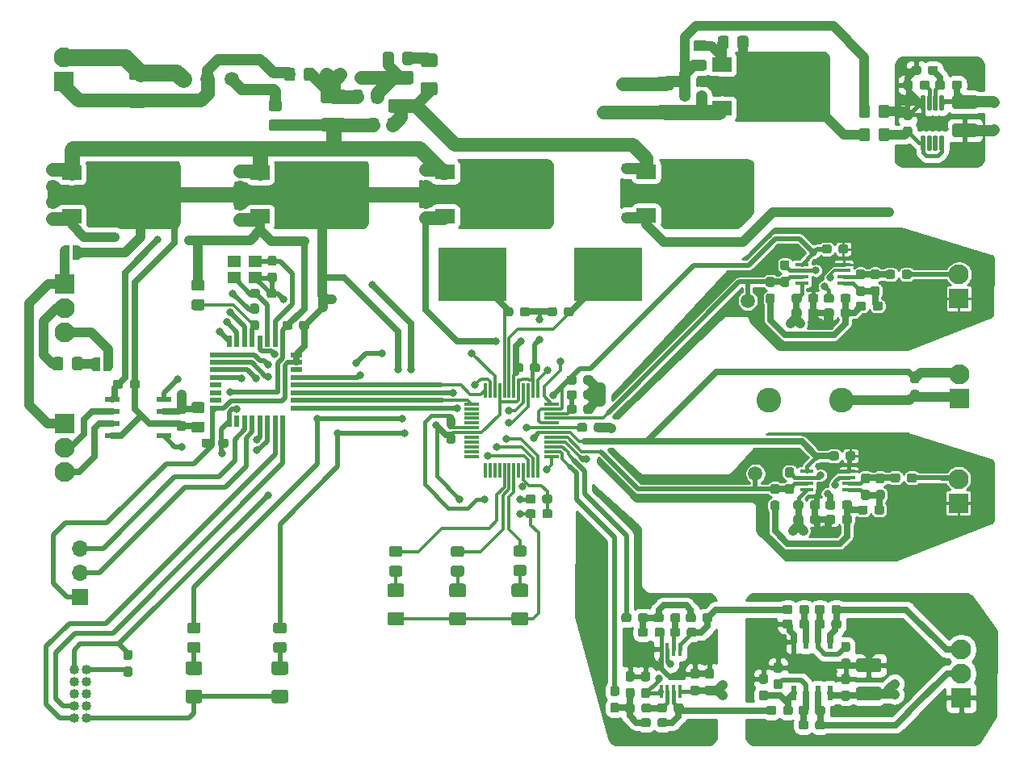
<source format=gbr>
G04 #@! TF.GenerationSoftware,KiCad,Pcbnew,5.1.6-c6e7f7d~86~ubuntu18.04.1*
G04 #@! TF.CreationDate,2020-06-04T01:08:26+01:00*
G04 #@! TF.ProjectId,scot-resolver,73636f74-2d72-4657-936f-6c7665722e6b,rev?*
G04 #@! TF.SameCoordinates,Original*
G04 #@! TF.FileFunction,Copper,L1,Top*
G04 #@! TF.FilePolarity,Positive*
%FSLAX46Y46*%
G04 Gerber Fmt 4.6, Leading zero omitted, Abs format (unit mm)*
G04 Created by KiCad (PCBNEW 5.1.6-c6e7f7d~86~ubuntu18.04.1) date 2020-06-04 01:08:26*
%MOMM*%
%LPD*%
G01*
G04 APERTURE LIST*
G04 #@! TA.AperFunction,ComponentPad*
%ADD10C,2.100000*%
G04 #@! TD*
G04 #@! TA.AperFunction,ComponentPad*
%ADD11R,2.100000X2.100000*%
G04 #@! TD*
G04 #@! TA.AperFunction,SMDPad,CuDef*
%ADD12C,1.500000*%
G04 #@! TD*
G04 #@! TA.AperFunction,ComponentPad*
%ADD13C,2.600000*%
G04 #@! TD*
G04 #@! TA.AperFunction,SMDPad,CuDef*
%ADD14R,2.000000X1.500000*%
G04 #@! TD*
G04 #@! TA.AperFunction,SMDPad,CuDef*
%ADD15R,2.000000X3.800000*%
G04 #@! TD*
G04 #@! TA.AperFunction,SMDPad,CuDef*
%ADD16C,0.100000*%
G04 #@! TD*
G04 #@! TA.AperFunction,SMDPad,CuDef*
%ADD17R,1.550000X0.600000*%
G04 #@! TD*
G04 #@! TA.AperFunction,SMDPad,CuDef*
%ADD18R,7.175000X5.600000*%
G04 #@! TD*
G04 #@! TA.AperFunction,SMDPad,CuDef*
%ADD19R,1.400000X1.200000*%
G04 #@! TD*
G04 #@! TA.AperFunction,ComponentPad*
%ADD20C,1.016000*%
G04 #@! TD*
G04 #@! TA.AperFunction,ComponentPad*
%ADD21O,1.700000X1.700000*%
G04 #@! TD*
G04 #@! TA.AperFunction,ComponentPad*
%ADD22R,1.700000X1.700000*%
G04 #@! TD*
G04 #@! TA.AperFunction,SMDPad,CuDef*
%ADD23R,1.500000X0.300000*%
G04 #@! TD*
G04 #@! TA.AperFunction,SMDPad,CuDef*
%ADD24R,0.300000X1.500000*%
G04 #@! TD*
G04 #@! TA.AperFunction,SMDPad,CuDef*
%ADD25R,1.200000X0.500000*%
G04 #@! TD*
G04 #@! TA.AperFunction,SMDPad,CuDef*
%ADD26R,0.500000X1.200000*%
G04 #@! TD*
G04 #@! TA.AperFunction,SMDPad,CuDef*
%ADD27R,1.450000X0.450000*%
G04 #@! TD*
G04 #@! TA.AperFunction,ComponentPad*
%ADD28C,1.500000*%
G04 #@! TD*
G04 #@! TA.AperFunction,SMDPad,CuDef*
%ADD29R,0.600000X1.550000*%
G04 #@! TD*
G04 #@! TA.AperFunction,SMDPad,CuDef*
%ADD30R,0.450000X1.450000*%
G04 #@! TD*
G04 #@! TA.AperFunction,ViaPad*
%ADD31C,0.800000*%
G04 #@! TD*
G04 #@! TA.AperFunction,Conductor*
%ADD32C,0.400000*%
G04 #@! TD*
G04 #@! TA.AperFunction,Conductor*
%ADD33C,0.500000*%
G04 #@! TD*
G04 #@! TA.AperFunction,Conductor*
%ADD34C,1.200000*%
G04 #@! TD*
G04 #@! TA.AperFunction,Conductor*
%ADD35C,0.700000*%
G04 #@! TD*
G04 #@! TA.AperFunction,Conductor*
%ADD36C,0.300000*%
G04 #@! TD*
G04 #@! TA.AperFunction,Conductor*
%ADD37C,1.400000*%
G04 #@! TD*
G04 #@! TA.AperFunction,Conductor*
%ADD38C,1.000000*%
G04 #@! TD*
G04 #@! TA.AperFunction,Conductor*
%ADD39C,0.350000*%
G04 #@! TD*
G04 #@! TA.AperFunction,Conductor*
%ADD40C,0.250000*%
G04 #@! TD*
G04 #@! TA.AperFunction,Conductor*
%ADD41C,1.600000*%
G04 #@! TD*
G04 #@! TA.AperFunction,Conductor*
%ADD42C,1.800000*%
G04 #@! TD*
G04 #@! TA.AperFunction,Conductor*
%ADD43C,0.254000*%
G04 #@! TD*
G04 APERTURE END LIST*
G04 #@! TA.AperFunction,SMDPad,CuDef*
G36*
G01*
X140401820Y-91928960D02*
X140401820Y-91453960D01*
G75*
G02*
X140639320Y-91216460I237500J0D01*
G01*
X141214320Y-91216460D01*
G75*
G02*
X141451820Y-91453960I0J-237500D01*
G01*
X141451820Y-91928960D01*
G75*
G02*
X141214320Y-92166460I-237500J0D01*
G01*
X140639320Y-92166460D01*
G75*
G02*
X140401820Y-91928960I0J237500D01*
G01*
G37*
G04 #@! TD.AperFunction*
G04 #@! TA.AperFunction,SMDPad,CuDef*
G36*
G01*
X138651820Y-91928960D02*
X138651820Y-91453960D01*
G75*
G02*
X138889320Y-91216460I237500J0D01*
G01*
X139464320Y-91216460D01*
G75*
G02*
X139701820Y-91453960I0J-237500D01*
G01*
X139701820Y-91928960D01*
G75*
G02*
X139464320Y-92166460I-237500J0D01*
G01*
X138889320Y-92166460D01*
G75*
G02*
X138651820Y-91928960I0J237500D01*
G01*
G37*
G04 #@! TD.AperFunction*
D10*
X180022500Y-119951500D03*
X180022500Y-122491500D03*
D11*
X180022500Y-125031500D03*
G04 #@! TA.AperFunction,SMDPad,CuDef*
G36*
G01*
X159045900Y-124265200D02*
X159520900Y-124265200D01*
G75*
G02*
X159758400Y-124502700I0J-237500D01*
G01*
X159758400Y-125077700D01*
G75*
G02*
X159520900Y-125315200I-237500J0D01*
G01*
X159045900Y-125315200D01*
G75*
G02*
X158808400Y-125077700I0J237500D01*
G01*
X158808400Y-124502700D01*
G75*
G02*
X159045900Y-124265200I237500J0D01*
G01*
G37*
G04 #@! TD.AperFunction*
G04 #@! TA.AperFunction,SMDPad,CuDef*
G36*
G01*
X159045900Y-122515200D02*
X159520900Y-122515200D01*
G75*
G02*
X159758400Y-122752700I0J-237500D01*
G01*
X159758400Y-123327700D01*
G75*
G02*
X159520900Y-123565200I-237500J0D01*
G01*
X159045900Y-123565200D01*
G75*
G02*
X158808400Y-123327700I0J237500D01*
G01*
X158808400Y-122752700D01*
G75*
G02*
X159045900Y-122515200I237500J0D01*
G01*
G37*
G04 #@! TD.AperFunction*
G04 #@! TA.AperFunction,SMDPad,CuDef*
G36*
G01*
X169221140Y-81824280D02*
X169696140Y-81824280D01*
G75*
G02*
X169933640Y-82061780I0J-237500D01*
G01*
X169933640Y-82636780D01*
G75*
G02*
X169696140Y-82874280I-237500J0D01*
G01*
X169221140Y-82874280D01*
G75*
G02*
X168983640Y-82636780I0J237500D01*
G01*
X168983640Y-82061780D01*
G75*
G02*
X169221140Y-81824280I237500J0D01*
G01*
G37*
G04 #@! TD.AperFunction*
G04 #@! TA.AperFunction,SMDPad,CuDef*
G36*
G01*
X169221140Y-80074280D02*
X169696140Y-80074280D01*
G75*
G02*
X169933640Y-80311780I0J-237500D01*
G01*
X169933640Y-80886780D01*
G75*
G02*
X169696140Y-81124280I-237500J0D01*
G01*
X169221140Y-81124280D01*
G75*
G02*
X168983640Y-80886780I0J237500D01*
G01*
X168983640Y-80311780D01*
G75*
G02*
X169221140Y-80074280I237500J0D01*
G01*
G37*
G04 #@! TD.AperFunction*
D10*
X86029800Y-101371400D03*
X86029800Y-98831400D03*
D11*
X86029800Y-96291400D03*
D12*
X157634940Y-83365340D03*
X158435040Y-101518720D03*
D13*
X167500300Y-93814900D03*
X159880300Y-93814900D03*
D14*
X154940000Y-58572400D03*
X154940000Y-63172400D03*
X154940000Y-60872400D03*
D15*
X161240000Y-60872400D03*
G04 #@! TA.AperFunction,SMDPad,CuDef*
G36*
G01*
X136087600Y-104402900D02*
X136087600Y-103927900D01*
G75*
G02*
X136325100Y-103690400I237500J0D01*
G01*
X136900100Y-103690400D01*
G75*
G02*
X137137600Y-103927900I0J-237500D01*
G01*
X137137600Y-104402900D01*
G75*
G02*
X136900100Y-104640400I-237500J0D01*
G01*
X136325100Y-104640400D01*
G75*
G02*
X136087600Y-104402900I0J237500D01*
G01*
G37*
G04 #@! TD.AperFunction*
G04 #@! TA.AperFunction,SMDPad,CuDef*
G36*
G01*
X134337600Y-104402900D02*
X134337600Y-103927900D01*
G75*
G02*
X134575100Y-103690400I237500J0D01*
G01*
X135150100Y-103690400D01*
G75*
G02*
X135387600Y-103927900I0J-237500D01*
G01*
X135387600Y-104402900D01*
G75*
G02*
X135150100Y-104640400I-237500J0D01*
G01*
X134575100Y-104640400D01*
G75*
G02*
X134337600Y-104402900I0J237500D01*
G01*
G37*
G04 #@! TD.AperFunction*
G04 #@! TA.AperFunction,SMDPad,CuDef*
G36*
G01*
X170734440Y-84164180D02*
X170734440Y-83689180D01*
G75*
G02*
X170971940Y-83451680I237500J0D01*
G01*
X171546940Y-83451680D01*
G75*
G02*
X171784440Y-83689180I0J-237500D01*
G01*
X171784440Y-84164180D01*
G75*
G02*
X171546940Y-84401680I-237500J0D01*
G01*
X170971940Y-84401680D01*
G75*
G02*
X170734440Y-84164180I0J237500D01*
G01*
G37*
G04 #@! TD.AperFunction*
G04 #@! TA.AperFunction,SMDPad,CuDef*
G36*
G01*
X168984440Y-84164180D02*
X168984440Y-83689180D01*
G75*
G02*
X169221940Y-83451680I237500J0D01*
G01*
X169796940Y-83451680D01*
G75*
G02*
X170034440Y-83689180I0J-237500D01*
G01*
X170034440Y-84164180D01*
G75*
G02*
X169796940Y-84401680I-237500J0D01*
G01*
X169221940Y-84401680D01*
G75*
G02*
X168984440Y-84164180I0J237500D01*
G01*
G37*
G04 #@! TD.AperFunction*
G04 #@! TA.AperFunction,SMDPad,CuDef*
G36*
G01*
X170745140Y-81826880D02*
X171220140Y-81826880D01*
G75*
G02*
X171457640Y-82064380I0J-237500D01*
G01*
X171457640Y-82639380D01*
G75*
G02*
X171220140Y-82876880I-237500J0D01*
G01*
X170745140Y-82876880D01*
G75*
G02*
X170507640Y-82639380I0J237500D01*
G01*
X170507640Y-82064380D01*
G75*
G02*
X170745140Y-81826880I237500J0D01*
G01*
G37*
G04 #@! TD.AperFunction*
G04 #@! TA.AperFunction,SMDPad,CuDef*
G36*
G01*
X170745140Y-80076880D02*
X171220140Y-80076880D01*
G75*
G02*
X171457640Y-80314380I0J-237500D01*
G01*
X171457640Y-80889380D01*
G75*
G02*
X171220140Y-81126880I-237500J0D01*
G01*
X170745140Y-81126880D01*
G75*
G02*
X170507640Y-80889380I0J237500D01*
G01*
X170507640Y-80314380D01*
G75*
G02*
X170745140Y-80076880I237500J0D01*
G01*
G37*
G04 #@! TD.AperFunction*
G04 #@! TA.AperFunction,SMDPad,CuDef*
G36*
G01*
X159746940Y-82614280D02*
X160221940Y-82614280D01*
G75*
G02*
X160459440Y-82851780I0J-237500D01*
G01*
X160459440Y-83426780D01*
G75*
G02*
X160221940Y-83664280I-237500J0D01*
G01*
X159746940Y-83664280D01*
G75*
G02*
X159509440Y-83426780I0J237500D01*
G01*
X159509440Y-82851780D01*
G75*
G02*
X159746940Y-82614280I237500J0D01*
G01*
G37*
G04 #@! TD.AperFunction*
G04 #@! TA.AperFunction,SMDPad,CuDef*
G36*
G01*
X159746940Y-80864280D02*
X160221940Y-80864280D01*
G75*
G02*
X160459440Y-81101780I0J-237500D01*
G01*
X160459440Y-81676780D01*
G75*
G02*
X160221940Y-81914280I-237500J0D01*
G01*
X159746940Y-81914280D01*
G75*
G02*
X159509440Y-81676780I0J237500D01*
G01*
X159509440Y-81101780D01*
G75*
G02*
X159746940Y-80864280I237500J0D01*
G01*
G37*
G04 #@! TD.AperFunction*
G04 #@! TA.AperFunction,SMDPad,CuDef*
G36*
G01*
X167358840Y-83351380D02*
X167358840Y-82876380D01*
G75*
G02*
X167596340Y-82638880I237500J0D01*
G01*
X168171340Y-82638880D01*
G75*
G02*
X168408840Y-82876380I0J-237500D01*
G01*
X168408840Y-83351380D01*
G75*
G02*
X168171340Y-83588880I-237500J0D01*
G01*
X167596340Y-83588880D01*
G75*
G02*
X167358840Y-83351380I0J237500D01*
G01*
G37*
G04 #@! TD.AperFunction*
G04 #@! TA.AperFunction,SMDPad,CuDef*
G36*
G01*
X165608840Y-83351380D02*
X165608840Y-82876380D01*
G75*
G02*
X165846340Y-82638880I237500J0D01*
G01*
X166421340Y-82638880D01*
G75*
G02*
X166658840Y-82876380I0J-237500D01*
G01*
X166658840Y-83351380D01*
G75*
G02*
X166421340Y-83588880I-237500J0D01*
G01*
X165846340Y-83588880D01*
G75*
G02*
X165608840Y-83351380I0J237500D01*
G01*
G37*
G04 #@! TD.AperFunction*
G04 #@! TA.AperFunction,SMDPad,CuDef*
G36*
G01*
X173082440Y-80361780D02*
X173082440Y-80836780D01*
G75*
G02*
X172844940Y-81074280I-237500J0D01*
G01*
X172269940Y-81074280D01*
G75*
G02*
X172032440Y-80836780I0J237500D01*
G01*
X172032440Y-80361780D01*
G75*
G02*
X172269940Y-80124280I237500J0D01*
G01*
X172844940Y-80124280D01*
G75*
G02*
X173082440Y-80361780I0J-237500D01*
G01*
G37*
G04 #@! TD.AperFunction*
G04 #@! TA.AperFunction,SMDPad,CuDef*
G36*
G01*
X174832440Y-80361780D02*
X174832440Y-80836780D01*
G75*
G02*
X174594940Y-81074280I-237500J0D01*
G01*
X174019940Y-81074280D01*
G75*
G02*
X173782440Y-80836780I0J237500D01*
G01*
X173782440Y-80361780D01*
G75*
G02*
X174019940Y-80124280I237500J0D01*
G01*
X174594940Y-80124280D01*
G75*
G02*
X174832440Y-80361780I0J-237500D01*
G01*
G37*
G04 #@! TD.AperFunction*
G04 #@! TA.AperFunction,SMDPad,CuDef*
G36*
G01*
X152178599Y-58073600D02*
X153078601Y-58073600D01*
G75*
G02*
X153328600Y-58323599I0J-249999D01*
G01*
X153328600Y-58973601D01*
G75*
G02*
X153078601Y-59223600I-249999J0D01*
G01*
X152178599Y-59223600D01*
G75*
G02*
X151928600Y-58973601I0J249999D01*
G01*
X151928600Y-58323599D01*
G75*
G02*
X152178599Y-58073600I249999J0D01*
G01*
G37*
G04 #@! TD.AperFunction*
G04 #@! TA.AperFunction,SMDPad,CuDef*
G36*
G01*
X152178599Y-56023600D02*
X153078601Y-56023600D01*
G75*
G02*
X153328600Y-56273599I0J-249999D01*
G01*
X153328600Y-56923601D01*
G75*
G02*
X153078601Y-57173600I-249999J0D01*
G01*
X152178599Y-57173600D01*
G75*
G02*
X151928600Y-56923601I0J249999D01*
G01*
X151928600Y-56273599D01*
G75*
G02*
X152178599Y-56023600I249999J0D01*
G01*
G37*
G04 #@! TD.AperFunction*
G04 #@! TA.AperFunction,SMDPad,CuDef*
G36*
G01*
X155649400Y-55810999D02*
X155649400Y-56711001D01*
G75*
G02*
X155399401Y-56961000I-249999J0D01*
G01*
X154749399Y-56961000D01*
G75*
G02*
X154499400Y-56711001I0J249999D01*
G01*
X154499400Y-55810999D01*
G75*
G02*
X154749399Y-55561000I249999J0D01*
G01*
X155399401Y-55561000D01*
G75*
G02*
X155649400Y-55810999I0J-249999D01*
G01*
G37*
G04 #@! TD.AperFunction*
G04 #@! TA.AperFunction,SMDPad,CuDef*
G36*
G01*
X157699400Y-55810999D02*
X157699400Y-56711001D01*
G75*
G02*
X157449401Y-56961000I-249999J0D01*
G01*
X156799399Y-56961000D01*
G75*
G02*
X156549400Y-56711001I0J249999D01*
G01*
X156549400Y-55810999D01*
G75*
G02*
X156799399Y-55561000I249999J0D01*
G01*
X157449401Y-55561000D01*
G75*
G02*
X157699400Y-55810999I0J-249999D01*
G01*
G37*
G04 #@! TD.AperFunction*
G04 #@! TA.AperFunction,SMDPad,CuDef*
G36*
G01*
X170897000Y-105566220D02*
X170897000Y-105091220D01*
G75*
G02*
X171134500Y-104853720I237500J0D01*
G01*
X171709500Y-104853720D01*
G75*
G02*
X171947000Y-105091220I0J-237500D01*
G01*
X171947000Y-105566220D01*
G75*
G02*
X171709500Y-105803720I-237500J0D01*
G01*
X171134500Y-105803720D01*
G75*
G02*
X170897000Y-105566220I0J237500D01*
G01*
G37*
G04 #@! TD.AperFunction*
G04 #@! TA.AperFunction,SMDPad,CuDef*
G36*
G01*
X169147000Y-105566220D02*
X169147000Y-105091220D01*
G75*
G02*
X169384500Y-104853720I237500J0D01*
G01*
X169959500Y-104853720D01*
G75*
G02*
X170197000Y-105091220I0J-237500D01*
G01*
X170197000Y-105566220D01*
G75*
G02*
X169959500Y-105803720I-237500J0D01*
G01*
X169384500Y-105803720D01*
G75*
G02*
X169147000Y-105566220I0J237500D01*
G01*
G37*
G04 #@! TD.AperFunction*
G04 #@! TA.AperFunction,SMDPad,CuDef*
G36*
G01*
X171278540Y-103234000D02*
X171753540Y-103234000D01*
G75*
G02*
X171991040Y-103471500I0J-237500D01*
G01*
X171991040Y-104046500D01*
G75*
G02*
X171753540Y-104284000I-237500J0D01*
G01*
X171278540Y-104284000D01*
G75*
G02*
X171041040Y-104046500I0J237500D01*
G01*
X171041040Y-103471500D01*
G75*
G02*
X171278540Y-103234000I237500J0D01*
G01*
G37*
G04 #@! TD.AperFunction*
G04 #@! TA.AperFunction,SMDPad,CuDef*
G36*
G01*
X171278540Y-101484000D02*
X171753540Y-101484000D01*
G75*
G02*
X171991040Y-101721500I0J-237500D01*
G01*
X171991040Y-102296500D01*
G75*
G02*
X171753540Y-102534000I-237500J0D01*
G01*
X171278540Y-102534000D01*
G75*
G02*
X171041040Y-102296500I0J237500D01*
G01*
X171041040Y-101721500D01*
G75*
G02*
X171278540Y-101484000I237500J0D01*
G01*
G37*
G04 #@! TD.AperFunction*
G04 #@! TA.AperFunction,SMDPad,CuDef*
G36*
G01*
X160244780Y-104336300D02*
X160719780Y-104336300D01*
G75*
G02*
X160957280Y-104573800I0J-237500D01*
G01*
X160957280Y-105148800D01*
G75*
G02*
X160719780Y-105386300I-237500J0D01*
G01*
X160244780Y-105386300D01*
G75*
G02*
X160007280Y-105148800I0J237500D01*
G01*
X160007280Y-104573800D01*
G75*
G02*
X160244780Y-104336300I237500J0D01*
G01*
G37*
G04 #@! TD.AperFunction*
G04 #@! TA.AperFunction,SMDPad,CuDef*
G36*
G01*
X160244780Y-102586300D02*
X160719780Y-102586300D01*
G75*
G02*
X160957280Y-102823800I0J-237500D01*
G01*
X160957280Y-103398800D01*
G75*
G02*
X160719780Y-103636300I-237500J0D01*
G01*
X160244780Y-103636300D01*
G75*
G02*
X160007280Y-103398800I0J237500D01*
G01*
X160007280Y-102823800D01*
G75*
G02*
X160244780Y-102586300I237500J0D01*
G01*
G37*
G04 #@! TD.AperFunction*
G04 #@! TA.AperFunction,SMDPad,CuDef*
G36*
G01*
X167523880Y-105037900D02*
X167523880Y-104562900D01*
G75*
G02*
X167761380Y-104325400I237500J0D01*
G01*
X168336380Y-104325400D01*
G75*
G02*
X168573880Y-104562900I0J-237500D01*
G01*
X168573880Y-105037900D01*
G75*
G02*
X168336380Y-105275400I-237500J0D01*
G01*
X167761380Y-105275400D01*
G75*
G02*
X167523880Y-105037900I0J237500D01*
G01*
G37*
G04 #@! TD.AperFunction*
G04 #@! TA.AperFunction,SMDPad,CuDef*
G36*
G01*
X165773880Y-105037900D02*
X165773880Y-104562900D01*
G75*
G02*
X166011380Y-104325400I237500J0D01*
G01*
X166586380Y-104325400D01*
G75*
G02*
X166823880Y-104562900I0J-237500D01*
G01*
X166823880Y-105037900D01*
G75*
G02*
X166586380Y-105275400I-237500J0D01*
G01*
X166011380Y-105275400D01*
G75*
G02*
X165773880Y-105037900I0J237500D01*
G01*
G37*
G04 #@! TD.AperFunction*
G04 #@! TA.AperFunction,SMDPad,CuDef*
G36*
G01*
X173608280Y-101723180D02*
X173608280Y-102198180D01*
G75*
G02*
X173370780Y-102435680I-237500J0D01*
G01*
X172795780Y-102435680D01*
G75*
G02*
X172558280Y-102198180I0J237500D01*
G01*
X172558280Y-101723180D01*
G75*
G02*
X172795780Y-101485680I237500J0D01*
G01*
X173370780Y-101485680D01*
G75*
G02*
X173608280Y-101723180I0J-237500D01*
G01*
G37*
G04 #@! TD.AperFunction*
G04 #@! TA.AperFunction,SMDPad,CuDef*
G36*
G01*
X175358280Y-101723180D02*
X175358280Y-102198180D01*
G75*
G02*
X175120780Y-102435680I-237500J0D01*
G01*
X174545780Y-102435680D01*
G75*
G02*
X174308280Y-102198180I0J237500D01*
G01*
X174308280Y-101723180D01*
G75*
G02*
X174545780Y-101485680I237500J0D01*
G01*
X175120780Y-101485680D01*
G75*
G02*
X175358280Y-101723180I0J-237500D01*
G01*
G37*
G04 #@! TD.AperFunction*
G04 #@! TA.AperFunction,SMDPad,CuDef*
G36*
G01*
X164002000Y-126127500D02*
X164002000Y-126602500D01*
G75*
G02*
X163764500Y-126840000I-237500J0D01*
G01*
X163189500Y-126840000D01*
G75*
G02*
X162952000Y-126602500I0J237500D01*
G01*
X162952000Y-126127500D01*
G75*
G02*
X163189500Y-125890000I237500J0D01*
G01*
X163764500Y-125890000D01*
G75*
G02*
X164002000Y-126127500I0J-237500D01*
G01*
G37*
G04 #@! TD.AperFunction*
G04 #@! TA.AperFunction,SMDPad,CuDef*
G36*
G01*
X165752000Y-126127500D02*
X165752000Y-126602500D01*
G75*
G02*
X165514500Y-126840000I-237500J0D01*
G01*
X164939500Y-126840000D01*
G75*
G02*
X164702000Y-126602500I0J237500D01*
G01*
X164702000Y-126127500D01*
G75*
G02*
X164939500Y-125890000I237500J0D01*
G01*
X165514500Y-125890000D01*
G75*
G02*
X165752000Y-126127500I0J-237500D01*
G01*
G37*
G04 #@! TD.AperFunction*
G04 #@! TA.AperFunction,SMDPad,CuDef*
G36*
G01*
X166401200Y-117534700D02*
X166401200Y-117059700D01*
G75*
G02*
X166638700Y-116822200I237500J0D01*
G01*
X167213700Y-116822200D01*
G75*
G02*
X167451200Y-117059700I0J-237500D01*
G01*
X167451200Y-117534700D01*
G75*
G02*
X167213700Y-117772200I-237500J0D01*
G01*
X166638700Y-117772200D01*
G75*
G02*
X166401200Y-117534700I0J237500D01*
G01*
G37*
G04 #@! TD.AperFunction*
G04 #@! TA.AperFunction,SMDPad,CuDef*
G36*
G01*
X164651200Y-117534700D02*
X164651200Y-117059700D01*
G75*
G02*
X164888700Y-116822200I237500J0D01*
G01*
X165463700Y-116822200D01*
G75*
G02*
X165701200Y-117059700I0J-237500D01*
G01*
X165701200Y-117534700D01*
G75*
G02*
X165463700Y-117772200I-237500J0D01*
G01*
X164888700Y-117772200D01*
G75*
G02*
X164651200Y-117534700I0J237500D01*
G01*
G37*
G04 #@! TD.AperFunction*
G04 #@! TA.AperFunction,SMDPad,CuDef*
G36*
G01*
X161044900Y-122396800D02*
X160569900Y-122396800D01*
G75*
G02*
X160332400Y-122159300I0J237500D01*
G01*
X160332400Y-121584300D01*
G75*
G02*
X160569900Y-121346800I237500J0D01*
G01*
X161044900Y-121346800D01*
G75*
G02*
X161282400Y-121584300I0J-237500D01*
G01*
X161282400Y-122159300D01*
G75*
G02*
X161044900Y-122396800I-237500J0D01*
G01*
G37*
G04 #@! TD.AperFunction*
G04 #@! TA.AperFunction,SMDPad,CuDef*
G36*
G01*
X161044900Y-124146800D02*
X160569900Y-124146800D01*
G75*
G02*
X160332400Y-123909300I0J237500D01*
G01*
X160332400Y-123334300D01*
G75*
G02*
X160569900Y-123096800I237500J0D01*
G01*
X161044900Y-123096800D01*
G75*
G02*
X161282400Y-123334300I0J-237500D01*
G01*
X161282400Y-123909300D01*
G75*
G02*
X161044900Y-124146800I-237500J0D01*
G01*
G37*
G04 #@! TD.AperFunction*
G04 #@! TA.AperFunction,SMDPad,CuDef*
G36*
G01*
X168131500Y-120209800D02*
X167656500Y-120209800D01*
G75*
G02*
X167419000Y-119972300I0J237500D01*
G01*
X167419000Y-119397300D01*
G75*
G02*
X167656500Y-119159800I237500J0D01*
G01*
X168131500Y-119159800D01*
G75*
G02*
X168369000Y-119397300I0J-237500D01*
G01*
X168369000Y-119972300D01*
G75*
G02*
X168131500Y-120209800I-237500J0D01*
G01*
G37*
G04 #@! TD.AperFunction*
G04 #@! TA.AperFunction,SMDPad,CuDef*
G36*
G01*
X168131500Y-121959800D02*
X167656500Y-121959800D01*
G75*
G02*
X167419000Y-121722300I0J237500D01*
G01*
X167419000Y-121147300D01*
G75*
G02*
X167656500Y-120909800I237500J0D01*
G01*
X168131500Y-120909800D01*
G75*
G02*
X168369000Y-121147300I0J-237500D01*
G01*
X168369000Y-121722300D01*
G75*
G02*
X168131500Y-121959800I-237500J0D01*
G01*
G37*
G04 #@! TD.AperFunction*
G04 #@! TA.AperFunction,SMDPad,CuDef*
G36*
G01*
X160623800Y-126127500D02*
X160623800Y-126602500D01*
G75*
G02*
X160386300Y-126840000I-237500J0D01*
G01*
X159811300Y-126840000D01*
G75*
G02*
X159573800Y-126602500I0J237500D01*
G01*
X159573800Y-126127500D01*
G75*
G02*
X159811300Y-125890000I237500J0D01*
G01*
X160386300Y-125890000D01*
G75*
G02*
X160623800Y-126127500I0J-237500D01*
G01*
G37*
G04 #@! TD.AperFunction*
G04 #@! TA.AperFunction,SMDPad,CuDef*
G36*
G01*
X162373800Y-126127500D02*
X162373800Y-126602500D01*
G75*
G02*
X162136300Y-126840000I-237500J0D01*
G01*
X161561300Y-126840000D01*
G75*
G02*
X161323800Y-126602500I0J237500D01*
G01*
X161323800Y-126127500D01*
G75*
G02*
X161561300Y-125890000I237500J0D01*
G01*
X162136300Y-125890000D01*
G75*
G02*
X162373800Y-126127500I0J-237500D01*
G01*
G37*
G04 #@! TD.AperFunction*
G04 #@! TA.AperFunction,SMDPad,CuDef*
G36*
G01*
X162325600Y-115535700D02*
X162325600Y-116010700D01*
G75*
G02*
X162088100Y-116248200I-237500J0D01*
G01*
X161513100Y-116248200D01*
G75*
G02*
X161275600Y-116010700I0J237500D01*
G01*
X161275600Y-115535700D01*
G75*
G02*
X161513100Y-115298200I237500J0D01*
G01*
X162088100Y-115298200D01*
G75*
G02*
X162325600Y-115535700I0J-237500D01*
G01*
G37*
G04 #@! TD.AperFunction*
G04 #@! TA.AperFunction,SMDPad,CuDef*
G36*
G01*
X164075600Y-115535700D02*
X164075600Y-116010700D01*
G75*
G02*
X163838100Y-116248200I-237500J0D01*
G01*
X163263100Y-116248200D01*
G75*
G02*
X163025600Y-116010700I0J237500D01*
G01*
X163025600Y-115535700D01*
G75*
G02*
X163263100Y-115298200I237500J0D01*
G01*
X163838100Y-115298200D01*
G75*
G02*
X164075600Y-115535700I0J-237500D01*
G01*
G37*
G04 #@! TD.AperFunction*
G04 #@! TA.AperFunction,SMDPad,CuDef*
G36*
G01*
X148166600Y-127872500D02*
X148166600Y-127397500D01*
G75*
G02*
X148404100Y-127160000I237500J0D01*
G01*
X148979100Y-127160000D01*
G75*
G02*
X149216600Y-127397500I0J-237500D01*
G01*
X149216600Y-127872500D01*
G75*
G02*
X148979100Y-128110000I-237500J0D01*
G01*
X148404100Y-128110000D01*
G75*
G02*
X148166600Y-127872500I0J237500D01*
G01*
G37*
G04 #@! TD.AperFunction*
G04 #@! TA.AperFunction,SMDPad,CuDef*
G36*
G01*
X146416600Y-127872500D02*
X146416600Y-127397500D01*
G75*
G02*
X146654100Y-127160000I237500J0D01*
G01*
X147229100Y-127160000D01*
G75*
G02*
X147466600Y-127397500I0J-237500D01*
G01*
X147466600Y-127872500D01*
G75*
G02*
X147229100Y-128110000I-237500J0D01*
G01*
X146654100Y-128110000D01*
G75*
G02*
X146416600Y-127872500I0J237500D01*
G01*
G37*
G04 #@! TD.AperFunction*
G04 #@! TA.AperFunction,SMDPad,CuDef*
G36*
G01*
X152191000Y-116399300D02*
X152191000Y-116874300D01*
G75*
G02*
X151953500Y-117111800I-237500J0D01*
G01*
X151378500Y-117111800D01*
G75*
G02*
X151141000Y-116874300I0J237500D01*
G01*
X151141000Y-116399300D01*
G75*
G02*
X151378500Y-116161800I237500J0D01*
G01*
X151953500Y-116161800D01*
G75*
G02*
X152191000Y-116399300I0J-237500D01*
G01*
G37*
G04 #@! TD.AperFunction*
G04 #@! TA.AperFunction,SMDPad,CuDef*
G36*
G01*
X153941000Y-116399300D02*
X153941000Y-116874300D01*
G75*
G02*
X153703500Y-117111800I-237500J0D01*
G01*
X153128500Y-117111800D01*
G75*
G02*
X152891000Y-116874300I0J237500D01*
G01*
X152891000Y-116399300D01*
G75*
G02*
X153128500Y-116161800I237500J0D01*
G01*
X153703500Y-116161800D01*
G75*
G02*
X153941000Y-116399300I0J-237500D01*
G01*
G37*
G04 #@! TD.AperFunction*
G04 #@! TA.AperFunction,SMDPad,CuDef*
G36*
G01*
X146490200Y-126348500D02*
X146490200Y-125873500D01*
G75*
G02*
X146727700Y-125636000I237500J0D01*
G01*
X147302700Y-125636000D01*
G75*
G02*
X147540200Y-125873500I0J-237500D01*
G01*
X147540200Y-126348500D01*
G75*
G02*
X147302700Y-126586000I-237500J0D01*
G01*
X146727700Y-126586000D01*
G75*
G02*
X146490200Y-126348500I0J237500D01*
G01*
G37*
G04 #@! TD.AperFunction*
G04 #@! TA.AperFunction,SMDPad,CuDef*
G36*
G01*
X144740200Y-126348500D02*
X144740200Y-125873500D01*
G75*
G02*
X144977700Y-125636000I237500J0D01*
G01*
X145552700Y-125636000D01*
G75*
G02*
X145790200Y-125873500I0J-237500D01*
G01*
X145790200Y-126348500D01*
G75*
G02*
X145552700Y-126586000I-237500J0D01*
G01*
X144977700Y-126586000D01*
G75*
G02*
X144740200Y-126348500I0J237500D01*
G01*
G37*
G04 #@! TD.AperFunction*
G04 #@! TA.AperFunction,SMDPad,CuDef*
G36*
G01*
X148812800Y-116399300D02*
X148812800Y-116874300D01*
G75*
G02*
X148575300Y-117111800I-237500J0D01*
G01*
X148000300Y-117111800D01*
G75*
G02*
X147762800Y-116874300I0J237500D01*
G01*
X147762800Y-116399300D01*
G75*
G02*
X148000300Y-116161800I237500J0D01*
G01*
X148575300Y-116161800D01*
G75*
G02*
X148812800Y-116399300I0J-237500D01*
G01*
G37*
G04 #@! TD.AperFunction*
G04 #@! TA.AperFunction,SMDPad,CuDef*
G36*
G01*
X150562800Y-116399300D02*
X150562800Y-116874300D01*
G75*
G02*
X150325300Y-117111800I-237500J0D01*
G01*
X149750300Y-117111800D01*
G75*
G02*
X149512800Y-116874300I0J237500D01*
G01*
X149512800Y-116399300D01*
G75*
G02*
X149750300Y-116161800I237500J0D01*
G01*
X150325300Y-116161800D01*
G75*
G02*
X150562800Y-116399300I0J-237500D01*
G01*
G37*
G04 #@! TD.AperFunction*
G04 #@! TA.AperFunction,SMDPad,CuDef*
G36*
G01*
X143450300Y-125546600D02*
X143925300Y-125546600D01*
G75*
G02*
X144162800Y-125784100I0J-237500D01*
G01*
X144162800Y-126359100D01*
G75*
G02*
X143925300Y-126596600I-237500J0D01*
G01*
X143450300Y-126596600D01*
G75*
G02*
X143212800Y-126359100I0J237500D01*
G01*
X143212800Y-125784100D01*
G75*
G02*
X143450300Y-125546600I237500J0D01*
G01*
G37*
G04 #@! TD.AperFunction*
G04 #@! TA.AperFunction,SMDPad,CuDef*
G36*
G01*
X143450300Y-123796600D02*
X143925300Y-123796600D01*
G75*
G02*
X144162800Y-124034100I0J-237500D01*
G01*
X144162800Y-124609100D01*
G75*
G02*
X143925300Y-124846600I-237500J0D01*
G01*
X143450300Y-124846600D01*
G75*
G02*
X143212800Y-124609100I0J237500D01*
G01*
X143212800Y-124034100D01*
G75*
G02*
X143450300Y-123796600I237500J0D01*
G01*
G37*
G04 #@! TD.AperFunction*
G04 #@! TA.AperFunction,SMDPad,CuDef*
G36*
G01*
X145434600Y-116399300D02*
X145434600Y-116874300D01*
G75*
G02*
X145197100Y-117111800I-237500J0D01*
G01*
X144622100Y-117111800D01*
G75*
G02*
X144384600Y-116874300I0J237500D01*
G01*
X144384600Y-116399300D01*
G75*
G02*
X144622100Y-116161800I237500J0D01*
G01*
X145197100Y-116161800D01*
G75*
G02*
X145434600Y-116399300I0J-237500D01*
G01*
G37*
G04 #@! TD.AperFunction*
G04 #@! TA.AperFunction,SMDPad,CuDef*
G36*
G01*
X147184600Y-116399300D02*
X147184600Y-116874300D01*
G75*
G02*
X146947100Y-117111800I-237500J0D01*
G01*
X146372100Y-117111800D01*
G75*
G02*
X146134600Y-116874300I0J237500D01*
G01*
X146134600Y-116399300D01*
G75*
G02*
X146372100Y-116161800I237500J0D01*
G01*
X146947100Y-116161800D01*
G75*
G02*
X147184600Y-116399300I0J-237500D01*
G01*
G37*
G04 #@! TD.AperFunction*
G04 #@! TA.AperFunction,SMDPad,CuDef*
D16*
G36*
X90555600Y-89293602D02*
G01*
X90580134Y-89293602D01*
X90628965Y-89298412D01*
X90677090Y-89307984D01*
X90724045Y-89322228D01*
X90769378Y-89341005D01*
X90812651Y-89364136D01*
X90853450Y-89391396D01*
X90891379Y-89422524D01*
X90926076Y-89457221D01*
X90957204Y-89495150D01*
X90984464Y-89535949D01*
X91007595Y-89579222D01*
X91026372Y-89624555D01*
X91040616Y-89671510D01*
X91050188Y-89719635D01*
X91054998Y-89768466D01*
X91054998Y-89793000D01*
X91055600Y-89793000D01*
X91055600Y-90293000D01*
X91054998Y-90293000D01*
X91054998Y-90317534D01*
X91050188Y-90366365D01*
X91040616Y-90414490D01*
X91026372Y-90461445D01*
X91007595Y-90506778D01*
X90984464Y-90550051D01*
X90957204Y-90590850D01*
X90926076Y-90628779D01*
X90891379Y-90663476D01*
X90853450Y-90694604D01*
X90812651Y-90721864D01*
X90769378Y-90744995D01*
X90724045Y-90763772D01*
X90677090Y-90778016D01*
X90628965Y-90787588D01*
X90580134Y-90792398D01*
X90555600Y-90792398D01*
X90555600Y-90793000D01*
X90055600Y-90793000D01*
X90055600Y-89293000D01*
X90555600Y-89293000D01*
X90555600Y-89293602D01*
G37*
G04 #@! TD.AperFunction*
G04 #@! TA.AperFunction,SMDPad,CuDef*
G36*
X89755600Y-90793000D02*
G01*
X89255600Y-90793000D01*
X89255600Y-90792398D01*
X89231066Y-90792398D01*
X89182235Y-90787588D01*
X89134110Y-90778016D01*
X89087155Y-90763772D01*
X89041822Y-90744995D01*
X88998549Y-90721864D01*
X88957750Y-90694604D01*
X88919821Y-90663476D01*
X88885124Y-90628779D01*
X88853996Y-90590850D01*
X88826736Y-90550051D01*
X88803605Y-90506778D01*
X88784828Y-90461445D01*
X88770584Y-90414490D01*
X88761012Y-90366365D01*
X88756202Y-90317534D01*
X88756202Y-90293000D01*
X88755600Y-90293000D01*
X88755600Y-89793000D01*
X88756202Y-89793000D01*
X88756202Y-89768466D01*
X88761012Y-89719635D01*
X88770584Y-89671510D01*
X88784828Y-89624555D01*
X88803605Y-89579222D01*
X88826736Y-89535949D01*
X88853996Y-89495150D01*
X88885124Y-89457221D01*
X88919821Y-89422524D01*
X88957750Y-89391396D01*
X88998549Y-89364136D01*
X89041822Y-89341005D01*
X89087155Y-89322228D01*
X89134110Y-89307984D01*
X89182235Y-89298412D01*
X89231066Y-89293602D01*
X89255600Y-89293602D01*
X89255600Y-89293000D01*
X89755600Y-89293000D01*
X89755600Y-90793000D01*
G37*
G04 #@! TD.AperFunction*
G04 #@! TA.AperFunction,SMDPad,CuDef*
G36*
X87325200Y-77558802D02*
G01*
X87349734Y-77558802D01*
X87398565Y-77563612D01*
X87446690Y-77573184D01*
X87493645Y-77587428D01*
X87538978Y-77606205D01*
X87582251Y-77629336D01*
X87623050Y-77656596D01*
X87660979Y-77687724D01*
X87695676Y-77722421D01*
X87726804Y-77760350D01*
X87754064Y-77801149D01*
X87777195Y-77844422D01*
X87795972Y-77889755D01*
X87810216Y-77936710D01*
X87819788Y-77984835D01*
X87824598Y-78033666D01*
X87824598Y-78058200D01*
X87825200Y-78058200D01*
X87825200Y-78558200D01*
X87824598Y-78558200D01*
X87824598Y-78582734D01*
X87819788Y-78631565D01*
X87810216Y-78679690D01*
X87795972Y-78726645D01*
X87777195Y-78771978D01*
X87754064Y-78815251D01*
X87726804Y-78856050D01*
X87695676Y-78893979D01*
X87660979Y-78928676D01*
X87623050Y-78959804D01*
X87582251Y-78987064D01*
X87538978Y-79010195D01*
X87493645Y-79028972D01*
X87446690Y-79043216D01*
X87398565Y-79052788D01*
X87349734Y-79057598D01*
X87325200Y-79057598D01*
X87325200Y-79058200D01*
X86825200Y-79058200D01*
X86825200Y-77558200D01*
X87325200Y-77558200D01*
X87325200Y-77558802D01*
G37*
G04 #@! TD.AperFunction*
G04 #@! TA.AperFunction,SMDPad,CuDef*
G36*
X86525200Y-79058200D02*
G01*
X86025200Y-79058200D01*
X86025200Y-79057598D01*
X86000666Y-79057598D01*
X85951835Y-79052788D01*
X85903710Y-79043216D01*
X85856755Y-79028972D01*
X85811422Y-79010195D01*
X85768149Y-78987064D01*
X85727350Y-78959804D01*
X85689421Y-78928676D01*
X85654724Y-78893979D01*
X85623596Y-78856050D01*
X85596336Y-78815251D01*
X85573205Y-78771978D01*
X85554428Y-78726645D01*
X85540184Y-78679690D01*
X85530612Y-78631565D01*
X85525802Y-78582734D01*
X85525802Y-78558200D01*
X85525200Y-78558200D01*
X85525200Y-78058200D01*
X85525802Y-78058200D01*
X85525802Y-78033666D01*
X85530612Y-77984835D01*
X85540184Y-77936710D01*
X85554428Y-77889755D01*
X85573205Y-77844422D01*
X85596336Y-77801149D01*
X85623596Y-77760350D01*
X85654724Y-77722421D01*
X85689421Y-77687724D01*
X85727350Y-77656596D01*
X85768149Y-77629336D01*
X85811422Y-77606205D01*
X85856755Y-77587428D01*
X85903710Y-77573184D01*
X85951835Y-77563612D01*
X86000666Y-77558802D01*
X86025200Y-77558802D01*
X86025200Y-77558200D01*
X86525200Y-77558200D01*
X86525200Y-79058200D01*
G37*
G04 #@! TD.AperFunction*
D10*
X179773580Y-80589120D03*
D11*
X179773580Y-83129120D03*
D10*
X179857800Y-91106200D03*
D11*
X179857800Y-93646200D03*
D10*
X179705000Y-102057200D03*
D11*
X179705000Y-104597200D03*
D10*
X86029800Y-86715600D03*
X86029800Y-84175600D03*
D11*
X86029800Y-81635600D03*
D17*
X91000600Y-97561400D03*
X91000600Y-96291400D03*
X91000600Y-95021400D03*
X91000600Y-93751400D03*
X96400600Y-93751400D03*
X96400600Y-95021400D03*
X96400600Y-96291400D03*
X96400600Y-97561400D03*
G04 #@! TA.AperFunction,SMDPad,CuDef*
G36*
G01*
X100449801Y-82319600D02*
X99549799Y-82319600D01*
G75*
G02*
X99299800Y-82069601I0J249999D01*
G01*
X99299800Y-81419599D01*
G75*
G02*
X99549799Y-81169600I249999J0D01*
G01*
X100449801Y-81169600D01*
G75*
G02*
X100699800Y-81419599I0J-249999D01*
G01*
X100699800Y-82069601D01*
G75*
G02*
X100449801Y-82319600I-249999J0D01*
G01*
G37*
G04 #@! TD.AperFunction*
G04 #@! TA.AperFunction,SMDPad,CuDef*
G36*
G01*
X100449801Y-84369600D02*
X99549799Y-84369600D01*
G75*
G02*
X99299800Y-84119601I0J249999D01*
G01*
X99299800Y-83469599D01*
G75*
G02*
X99549799Y-83219600I249999J0D01*
G01*
X100449801Y-83219600D01*
G75*
G02*
X100699800Y-83469599I0J-249999D01*
G01*
X100699800Y-84119601D01*
G75*
G02*
X100449801Y-84369600I-249999J0D01*
G01*
G37*
G04 #@! TD.AperFunction*
G04 #@! TA.AperFunction,SMDPad,CuDef*
G36*
G01*
X171332200Y-63924601D02*
X171332200Y-63024599D01*
G75*
G02*
X171582199Y-62774600I249999J0D01*
G01*
X172232201Y-62774600D01*
G75*
G02*
X172482200Y-63024599I0J-249999D01*
G01*
X172482200Y-63924601D01*
G75*
G02*
X172232201Y-64174600I-249999J0D01*
G01*
X171582199Y-64174600D01*
G75*
G02*
X171332200Y-63924601I0J249999D01*
G01*
G37*
G04 #@! TD.AperFunction*
G04 #@! TA.AperFunction,SMDPad,CuDef*
G36*
G01*
X169282200Y-63924601D02*
X169282200Y-63024599D01*
G75*
G02*
X169532199Y-62774600I249999J0D01*
G01*
X170182201Y-62774600D01*
G75*
G02*
X170432200Y-63024599I0J-249999D01*
G01*
X170432200Y-63924601D01*
G75*
G02*
X170182201Y-64174600I-249999J0D01*
G01*
X169532199Y-64174600D01*
G75*
G02*
X169282200Y-63924601I0J249999D01*
G01*
G37*
G04 #@! TD.AperFunction*
G04 #@! TA.AperFunction,SMDPad,CuDef*
G36*
G01*
X171357600Y-66388401D02*
X171357600Y-65488399D01*
G75*
G02*
X171607599Y-65238400I249999J0D01*
G01*
X172257601Y-65238400D01*
G75*
G02*
X172507600Y-65488399I0J-249999D01*
G01*
X172507600Y-66388401D01*
G75*
G02*
X172257601Y-66638400I-249999J0D01*
G01*
X171607599Y-66638400D01*
G75*
G02*
X171357600Y-66388401I0J249999D01*
G01*
G37*
G04 #@! TD.AperFunction*
G04 #@! TA.AperFunction,SMDPad,CuDef*
G36*
G01*
X169307600Y-66388401D02*
X169307600Y-65488399D01*
G75*
G02*
X169557599Y-65238400I249999J0D01*
G01*
X170207601Y-65238400D01*
G75*
G02*
X170457600Y-65488399I0J-249999D01*
G01*
X170457600Y-66388401D01*
G75*
G02*
X170207601Y-66638400I-249999J0D01*
G01*
X169557599Y-66638400D01*
G75*
G02*
X169307600Y-66388401I0J249999D01*
G01*
G37*
G04 #@! TD.AperFunction*
G04 #@! TA.AperFunction,SMDPad,CuDef*
G36*
G01*
X92409000Y-121762000D02*
X92884000Y-121762000D01*
G75*
G02*
X93121500Y-121999500I0J-237500D01*
G01*
X93121500Y-122574500D01*
G75*
G02*
X92884000Y-122812000I-237500J0D01*
G01*
X92409000Y-122812000D01*
G75*
G02*
X92171500Y-122574500I0J237500D01*
G01*
X92171500Y-121999500D01*
G75*
G02*
X92409000Y-121762000I237500J0D01*
G01*
G37*
G04 #@! TD.AperFunction*
G04 #@! TA.AperFunction,SMDPad,CuDef*
G36*
G01*
X92409000Y-120012000D02*
X92884000Y-120012000D01*
G75*
G02*
X93121500Y-120249500I0J-237500D01*
G01*
X93121500Y-120824500D01*
G75*
G02*
X92884000Y-121062000I-237500J0D01*
G01*
X92409000Y-121062000D01*
G75*
G02*
X92171500Y-120824500I0J237500D01*
G01*
X92171500Y-120249500D01*
G75*
G02*
X92409000Y-120012000I237500J0D01*
G01*
G37*
G04 #@! TD.AperFunction*
G04 #@! TA.AperFunction,SMDPad,CuDef*
G36*
G01*
X137650000Y-84287500D02*
X137650000Y-84762500D01*
G75*
G02*
X137412500Y-85000000I-237500J0D01*
G01*
X136837500Y-85000000D01*
G75*
G02*
X136600000Y-84762500I0J237500D01*
G01*
X136600000Y-84287500D01*
G75*
G02*
X136837500Y-84050000I237500J0D01*
G01*
X137412500Y-84050000D01*
G75*
G02*
X137650000Y-84287500I0J-237500D01*
G01*
G37*
G04 #@! TD.AperFunction*
G04 #@! TA.AperFunction,SMDPad,CuDef*
G36*
G01*
X139400000Y-84287500D02*
X139400000Y-84762500D01*
G75*
G02*
X139162500Y-85000000I-237500J0D01*
G01*
X138587500Y-85000000D01*
G75*
G02*
X138350000Y-84762500I0J237500D01*
G01*
X138350000Y-84287500D01*
G75*
G02*
X138587500Y-84050000I237500J0D01*
G01*
X139162500Y-84050000D01*
G75*
G02*
X139400000Y-84287500I0J-237500D01*
G01*
G37*
G04 #@! TD.AperFunction*
G04 #@! TA.AperFunction,SMDPad,CuDef*
G36*
G01*
X135401600Y-105477300D02*
X135401600Y-105952300D01*
G75*
G02*
X135164100Y-106189800I-237500J0D01*
G01*
X134589100Y-106189800D01*
G75*
G02*
X134351600Y-105952300I0J237500D01*
G01*
X134351600Y-105477300D01*
G75*
G02*
X134589100Y-105239800I237500J0D01*
G01*
X135164100Y-105239800D01*
G75*
G02*
X135401600Y-105477300I0J-237500D01*
G01*
G37*
G04 #@! TD.AperFunction*
G04 #@! TA.AperFunction,SMDPad,CuDef*
G36*
G01*
X137151600Y-105477300D02*
X137151600Y-105952300D01*
G75*
G02*
X136914100Y-106189800I-237500J0D01*
G01*
X136339100Y-106189800D01*
G75*
G02*
X136101600Y-105952300I0J237500D01*
G01*
X136101600Y-105477300D01*
G75*
G02*
X136339100Y-105239800I237500J0D01*
G01*
X136914100Y-105239800D01*
G75*
G02*
X137151600Y-105477300I0J-237500D01*
G01*
G37*
G04 #@! TD.AperFunction*
G04 #@! TA.AperFunction,SMDPad,CuDef*
G36*
G01*
X133750000Y-84762500D02*
X133750000Y-84287500D01*
G75*
G02*
X133987500Y-84050000I237500J0D01*
G01*
X134562500Y-84050000D01*
G75*
G02*
X134800000Y-84287500I0J-237500D01*
G01*
X134800000Y-84762500D01*
G75*
G02*
X134562500Y-85000000I-237500J0D01*
G01*
X133987500Y-85000000D01*
G75*
G02*
X133750000Y-84762500I0J237500D01*
G01*
G37*
G04 #@! TD.AperFunction*
G04 #@! TA.AperFunction,SMDPad,CuDef*
G36*
G01*
X132000000Y-84762500D02*
X132000000Y-84287500D01*
G75*
G02*
X132237500Y-84050000I237500J0D01*
G01*
X132812500Y-84050000D01*
G75*
G02*
X133050000Y-84287500I0J-237500D01*
G01*
X133050000Y-84762500D01*
G75*
G02*
X132812500Y-85000000I-237500J0D01*
G01*
X132237500Y-85000000D01*
G75*
G02*
X132000000Y-84762500I0J237500D01*
G01*
G37*
G04 #@! TD.AperFunction*
G04 #@! TA.AperFunction,SMDPad,CuDef*
G36*
G01*
X140408140Y-94992200D02*
X140408140Y-94517200D01*
G75*
G02*
X140645640Y-94279700I237500J0D01*
G01*
X141220640Y-94279700D01*
G75*
G02*
X141458140Y-94517200I0J-237500D01*
G01*
X141458140Y-94992200D01*
G75*
G02*
X141220640Y-95229700I-237500J0D01*
G01*
X140645640Y-95229700D01*
G75*
G02*
X140408140Y-94992200I0J237500D01*
G01*
G37*
G04 #@! TD.AperFunction*
G04 #@! TA.AperFunction,SMDPad,CuDef*
G36*
G01*
X138658140Y-94992200D02*
X138658140Y-94517200D01*
G75*
G02*
X138895640Y-94279700I237500J0D01*
G01*
X139470640Y-94279700D01*
G75*
G02*
X139708140Y-94517200I0J-237500D01*
G01*
X139708140Y-94992200D01*
G75*
G02*
X139470640Y-95229700I-237500J0D01*
G01*
X138895640Y-95229700D01*
G75*
G02*
X138658140Y-94992200I0J237500D01*
G01*
G37*
G04 #@! TD.AperFunction*
G04 #@! TA.AperFunction,SMDPad,CuDef*
G36*
G01*
X126254500Y-97304200D02*
X126729500Y-97304200D01*
G75*
G02*
X126967000Y-97541700I0J-237500D01*
G01*
X126967000Y-98116700D01*
G75*
G02*
X126729500Y-98354200I-237500J0D01*
G01*
X126254500Y-98354200D01*
G75*
G02*
X126017000Y-98116700I0J237500D01*
G01*
X126017000Y-97541700D01*
G75*
G02*
X126254500Y-97304200I237500J0D01*
G01*
G37*
G04 #@! TD.AperFunction*
G04 #@! TA.AperFunction,SMDPad,CuDef*
G36*
G01*
X126254500Y-95554200D02*
X126729500Y-95554200D01*
G75*
G02*
X126967000Y-95791700I0J-237500D01*
G01*
X126967000Y-96366700D01*
G75*
G02*
X126729500Y-96604200I-237500J0D01*
G01*
X126254500Y-96604200D01*
G75*
G02*
X126017000Y-96366700I0J237500D01*
G01*
X126017000Y-95791700D01*
G75*
G02*
X126254500Y-95554200I237500J0D01*
G01*
G37*
G04 #@! TD.AperFunction*
G04 #@! TA.AperFunction,SMDPad,CuDef*
G36*
G01*
X141493960Y-96902280D02*
X141493960Y-96427280D01*
G75*
G02*
X141731460Y-96189780I237500J0D01*
G01*
X142306460Y-96189780D01*
G75*
G02*
X142543960Y-96427280I0J-237500D01*
G01*
X142543960Y-96902280D01*
G75*
G02*
X142306460Y-97139780I-237500J0D01*
G01*
X141731460Y-97139780D01*
G75*
G02*
X141493960Y-96902280I0J237500D01*
G01*
G37*
G04 #@! TD.AperFunction*
G04 #@! TA.AperFunction,SMDPad,CuDef*
G36*
G01*
X139743960Y-96902280D02*
X139743960Y-96427280D01*
G75*
G02*
X139981460Y-96189780I237500J0D01*
G01*
X140556460Y-96189780D01*
G75*
G02*
X140793960Y-96427280I0J-237500D01*
G01*
X140793960Y-96902280D01*
G75*
G02*
X140556460Y-97139780I-237500J0D01*
G01*
X139981460Y-97139780D01*
G75*
G02*
X139743960Y-96902280I0J237500D01*
G01*
G37*
G04 #@! TD.AperFunction*
G04 #@! TA.AperFunction,SMDPad,CuDef*
G36*
G01*
X134800000Y-90637500D02*
X134800000Y-90162500D01*
G75*
G02*
X135037500Y-89925000I237500J0D01*
G01*
X135612500Y-89925000D01*
G75*
G02*
X135850000Y-90162500I0J-237500D01*
G01*
X135850000Y-90637500D01*
G75*
G02*
X135612500Y-90875000I-237500J0D01*
G01*
X135037500Y-90875000D01*
G75*
G02*
X134800000Y-90637500I0J237500D01*
G01*
G37*
G04 #@! TD.AperFunction*
G04 #@! TA.AperFunction,SMDPad,CuDef*
G36*
G01*
X133050000Y-90637500D02*
X133050000Y-90162500D01*
G75*
G02*
X133287500Y-89925000I237500J0D01*
G01*
X133862500Y-89925000D01*
G75*
G02*
X134100000Y-90162500I0J-237500D01*
G01*
X134100000Y-90637500D01*
G75*
G02*
X133862500Y-90875000I-237500J0D01*
G01*
X133287500Y-90875000D01*
G75*
G02*
X133050000Y-90637500I0J237500D01*
G01*
G37*
G04 #@! TD.AperFunction*
G04 #@! TA.AperFunction,SMDPad,CuDef*
G36*
G01*
X106162500Y-84725000D02*
X105687500Y-84725000D01*
G75*
G02*
X105450000Y-84487500I0J237500D01*
G01*
X105450000Y-83912500D01*
G75*
G02*
X105687500Y-83675000I237500J0D01*
G01*
X106162500Y-83675000D01*
G75*
G02*
X106400000Y-83912500I0J-237500D01*
G01*
X106400000Y-84487500D01*
G75*
G02*
X106162500Y-84725000I-237500J0D01*
G01*
G37*
G04 #@! TD.AperFunction*
G04 #@! TA.AperFunction,SMDPad,CuDef*
G36*
G01*
X106162500Y-86475000D02*
X105687500Y-86475000D01*
G75*
G02*
X105450000Y-86237500I0J237500D01*
G01*
X105450000Y-85662500D01*
G75*
G02*
X105687500Y-85425000I237500J0D01*
G01*
X106162500Y-85425000D01*
G75*
G02*
X106400000Y-85662500I0J-237500D01*
G01*
X106400000Y-86237500D01*
G75*
G02*
X106162500Y-86475000I-237500J0D01*
G01*
G37*
G04 #@! TD.AperFunction*
G04 #@! TA.AperFunction,SMDPad,CuDef*
G36*
G01*
X107200000Y-82837500D02*
X107200000Y-82362500D01*
G75*
G02*
X107437500Y-82125000I237500J0D01*
G01*
X108012500Y-82125000D01*
G75*
G02*
X108250000Y-82362500I0J-237500D01*
G01*
X108250000Y-82837500D01*
G75*
G02*
X108012500Y-83075000I-237500J0D01*
G01*
X107437500Y-83075000D01*
G75*
G02*
X107200000Y-82837500I0J237500D01*
G01*
G37*
G04 #@! TD.AperFunction*
G04 #@! TA.AperFunction,SMDPad,CuDef*
G36*
G01*
X105450000Y-82837500D02*
X105450000Y-82362500D01*
G75*
G02*
X105687500Y-82125000I237500J0D01*
G01*
X106262500Y-82125000D01*
G75*
G02*
X106500000Y-82362500I0J-237500D01*
G01*
X106500000Y-82837500D01*
G75*
G02*
X106262500Y-83075000I-237500J0D01*
G01*
X105687500Y-83075000D01*
G75*
G02*
X105450000Y-82837500I0J237500D01*
G01*
G37*
G04 #@! TD.AperFunction*
G04 #@! TA.AperFunction,SMDPad,CuDef*
G36*
G01*
X108012500Y-79700000D02*
X107537500Y-79700000D01*
G75*
G02*
X107300000Y-79462500I0J237500D01*
G01*
X107300000Y-78887500D01*
G75*
G02*
X107537500Y-78650000I237500J0D01*
G01*
X108012500Y-78650000D01*
G75*
G02*
X108250000Y-78887500I0J-237500D01*
G01*
X108250000Y-79462500D01*
G75*
G02*
X108012500Y-79700000I-237500J0D01*
G01*
G37*
G04 #@! TD.AperFunction*
G04 #@! TA.AperFunction,SMDPad,CuDef*
G36*
G01*
X108012500Y-81450000D02*
X107537500Y-81450000D01*
G75*
G02*
X107300000Y-81212500I0J237500D01*
G01*
X107300000Y-80637500D01*
G75*
G02*
X107537500Y-80400000I237500J0D01*
G01*
X108012500Y-80400000D01*
G75*
G02*
X108250000Y-80637500I0J-237500D01*
G01*
X108250000Y-81212500D01*
G75*
G02*
X108012500Y-81450000I-237500J0D01*
G01*
G37*
G04 #@! TD.AperFunction*
G04 #@! TA.AperFunction,SMDPad,CuDef*
G36*
G01*
X110600000Y-86191100D02*
X110600000Y-85716100D01*
G75*
G02*
X110837500Y-85478600I237500J0D01*
G01*
X111412500Y-85478600D01*
G75*
G02*
X111650000Y-85716100I0J-237500D01*
G01*
X111650000Y-86191100D01*
G75*
G02*
X111412500Y-86428600I-237500J0D01*
G01*
X110837500Y-86428600D01*
G75*
G02*
X110600000Y-86191100I0J237500D01*
G01*
G37*
G04 #@! TD.AperFunction*
G04 #@! TA.AperFunction,SMDPad,CuDef*
G36*
G01*
X108850000Y-86191100D02*
X108850000Y-85716100D01*
G75*
G02*
X109087500Y-85478600I237500J0D01*
G01*
X109662500Y-85478600D01*
G75*
G02*
X109900000Y-85716100I0J-237500D01*
G01*
X109900000Y-86191100D01*
G75*
G02*
X109662500Y-86428600I-237500J0D01*
G01*
X109087500Y-86428600D01*
G75*
G02*
X108850000Y-86191100I0J237500D01*
G01*
G37*
G04 #@! TD.AperFunction*
G04 #@! TA.AperFunction,SMDPad,CuDef*
G36*
G01*
X101427800Y-98060500D02*
X101427800Y-98535500D01*
G75*
G02*
X101190300Y-98773000I-237500J0D01*
G01*
X100615300Y-98773000D01*
G75*
G02*
X100377800Y-98535500I0J237500D01*
G01*
X100377800Y-98060500D01*
G75*
G02*
X100615300Y-97823000I237500J0D01*
G01*
X101190300Y-97823000D01*
G75*
G02*
X101427800Y-98060500I0J-237500D01*
G01*
G37*
G04 #@! TD.AperFunction*
G04 #@! TA.AperFunction,SMDPad,CuDef*
G36*
G01*
X103177800Y-98060500D02*
X103177800Y-98535500D01*
G75*
G02*
X102940300Y-98773000I-237500J0D01*
G01*
X102365300Y-98773000D01*
G75*
G02*
X102127800Y-98535500I0J237500D01*
G01*
X102127800Y-98060500D01*
G75*
G02*
X102365300Y-97823000I237500J0D01*
G01*
X102940300Y-97823000D01*
G75*
G02*
X103177800Y-98060500I0J-237500D01*
G01*
G37*
G04 #@! TD.AperFunction*
G04 #@! TA.AperFunction,SMDPad,CuDef*
G36*
G01*
X98484700Y-95269600D02*
X98009700Y-95269600D01*
G75*
G02*
X97772200Y-95032100I0J237500D01*
G01*
X97772200Y-94457100D01*
G75*
G02*
X98009700Y-94219600I237500J0D01*
G01*
X98484700Y-94219600D01*
G75*
G02*
X98722200Y-94457100I0J-237500D01*
G01*
X98722200Y-95032100D01*
G75*
G02*
X98484700Y-95269600I-237500J0D01*
G01*
G37*
G04 #@! TD.AperFunction*
G04 #@! TA.AperFunction,SMDPad,CuDef*
G36*
G01*
X98484700Y-97019600D02*
X98009700Y-97019600D01*
G75*
G02*
X97772200Y-96782100I0J237500D01*
G01*
X97772200Y-96207100D01*
G75*
G02*
X98009700Y-95969600I237500J0D01*
G01*
X98484700Y-95969600D01*
G75*
G02*
X98722200Y-96207100I0J-237500D01*
G01*
X98722200Y-96782100D01*
G75*
G02*
X98484700Y-97019600I-237500J0D01*
G01*
G37*
G04 #@! TD.AperFunction*
G04 #@! TA.AperFunction,SMDPad,CuDef*
G36*
G01*
X92150000Y-91887500D02*
X92150000Y-92362500D01*
G75*
G02*
X91912500Y-92600000I-237500J0D01*
G01*
X91337500Y-92600000D01*
G75*
G02*
X91100000Y-92362500I0J237500D01*
G01*
X91100000Y-91887500D01*
G75*
G02*
X91337500Y-91650000I237500J0D01*
G01*
X91912500Y-91650000D01*
G75*
G02*
X92150000Y-91887500I0J-237500D01*
G01*
G37*
G04 #@! TD.AperFunction*
G04 #@! TA.AperFunction,SMDPad,CuDef*
G36*
G01*
X93900000Y-91887500D02*
X93900000Y-92362500D01*
G75*
G02*
X93662500Y-92600000I-237500J0D01*
G01*
X93087500Y-92600000D01*
G75*
G02*
X92850000Y-92362500I0J237500D01*
G01*
X92850000Y-91887500D01*
G75*
G02*
X93087500Y-91650000I237500J0D01*
G01*
X93662500Y-91650000D01*
G75*
G02*
X93900000Y-91887500I0J-237500D01*
G01*
G37*
G04 #@! TD.AperFunction*
G04 #@! TA.AperFunction,SMDPad,CuDef*
G36*
G01*
X166658840Y-84400380D02*
X166658840Y-84875380D01*
G75*
G02*
X166421340Y-85112880I-237500J0D01*
G01*
X165846340Y-85112880D01*
G75*
G02*
X165608840Y-84875380I0J237500D01*
G01*
X165608840Y-84400380D01*
G75*
G02*
X165846340Y-84162880I237500J0D01*
G01*
X166421340Y-84162880D01*
G75*
G02*
X166658840Y-84400380I0J-237500D01*
G01*
G37*
G04 #@! TD.AperFunction*
G04 #@! TA.AperFunction,SMDPad,CuDef*
G36*
G01*
X168408840Y-84400380D02*
X168408840Y-84875380D01*
G75*
G02*
X168171340Y-85112880I-237500J0D01*
G01*
X167596340Y-85112880D01*
G75*
G02*
X167358840Y-84875380I0J237500D01*
G01*
X167358840Y-84400380D01*
G75*
G02*
X167596340Y-84162880I237500J0D01*
G01*
X168171340Y-84162880D01*
G75*
G02*
X168408840Y-84400380I0J-237500D01*
G01*
G37*
G04 #@! TD.AperFunction*
G04 #@! TA.AperFunction,SMDPad,CuDef*
G36*
G01*
X161270940Y-80861680D02*
X161745940Y-80861680D01*
G75*
G02*
X161983440Y-81099180I0J-237500D01*
G01*
X161983440Y-81674180D01*
G75*
G02*
X161745940Y-81911680I-237500J0D01*
G01*
X161270940Y-81911680D01*
G75*
G02*
X161033440Y-81674180I0J237500D01*
G01*
X161033440Y-81099180D01*
G75*
G02*
X161270940Y-80861680I237500J0D01*
G01*
G37*
G04 #@! TD.AperFunction*
G04 #@! TA.AperFunction,SMDPad,CuDef*
G36*
G01*
X161270940Y-79111680D02*
X161745940Y-79111680D01*
G75*
G02*
X161983440Y-79349180I0J-237500D01*
G01*
X161983440Y-79924180D01*
G75*
G02*
X161745940Y-80161680I-237500J0D01*
G01*
X161270940Y-80161680D01*
G75*
G02*
X161033440Y-79924180I0J237500D01*
G01*
X161033440Y-79349180D01*
G75*
G02*
X161270940Y-79111680I237500J0D01*
G01*
G37*
G04 #@! TD.AperFunction*
G04 #@! TA.AperFunction,SMDPad,CuDef*
G36*
G01*
X163278040Y-82876380D02*
X163278040Y-83351380D01*
G75*
G02*
X163040540Y-83588880I-237500J0D01*
G01*
X162465540Y-83588880D01*
G75*
G02*
X162228040Y-83351380I0J237500D01*
G01*
X162228040Y-82876380D01*
G75*
G02*
X162465540Y-82638880I237500J0D01*
G01*
X163040540Y-82638880D01*
G75*
G02*
X163278040Y-82876380I0J-237500D01*
G01*
G37*
G04 #@! TD.AperFunction*
G04 #@! TA.AperFunction,SMDPad,CuDef*
G36*
G01*
X165028040Y-82876380D02*
X165028040Y-83351380D01*
G75*
G02*
X164790540Y-83588880I-237500J0D01*
G01*
X164215540Y-83588880D01*
G75*
G02*
X163978040Y-83351380I0J237500D01*
G01*
X163978040Y-82876380D01*
G75*
G02*
X164215540Y-82638880I237500J0D01*
G01*
X164790540Y-82638880D01*
G75*
G02*
X165028040Y-82876380I0J-237500D01*
G01*
G37*
G04 #@! TD.AperFunction*
G04 #@! TA.AperFunction,SMDPad,CuDef*
G36*
G01*
X166430240Y-77694780D02*
X166430240Y-78169780D01*
G75*
G02*
X166192740Y-78407280I-237500J0D01*
G01*
X165617740Y-78407280D01*
G75*
G02*
X165380240Y-78169780I0J237500D01*
G01*
X165380240Y-77694780D01*
G75*
G02*
X165617740Y-77457280I237500J0D01*
G01*
X166192740Y-77457280D01*
G75*
G02*
X166430240Y-77694780I0J-237500D01*
G01*
G37*
G04 #@! TD.AperFunction*
G04 #@! TA.AperFunction,SMDPad,CuDef*
G36*
G01*
X168180240Y-77694780D02*
X168180240Y-78169780D01*
G75*
G02*
X167942740Y-78407280I-237500J0D01*
G01*
X167367740Y-78407280D01*
G75*
G02*
X167130240Y-78169780I0J237500D01*
G01*
X167130240Y-77694780D01*
G75*
G02*
X167367740Y-77457280I237500J0D01*
G01*
X167942740Y-77457280D01*
G75*
G02*
X168180240Y-77694780I0J-237500D01*
G01*
G37*
G04 #@! TD.AperFunction*
G04 #@! TA.AperFunction,SMDPad,CuDef*
G36*
G01*
X174921300Y-92727500D02*
X175396300Y-92727500D01*
G75*
G02*
X175633800Y-92965000I0J-237500D01*
G01*
X175633800Y-93540000D01*
G75*
G02*
X175396300Y-93777500I-237500J0D01*
G01*
X174921300Y-93777500D01*
G75*
G02*
X174683800Y-93540000I0J237500D01*
G01*
X174683800Y-92965000D01*
G75*
G02*
X174921300Y-92727500I237500J0D01*
G01*
G37*
G04 #@! TD.AperFunction*
G04 #@! TA.AperFunction,SMDPad,CuDef*
G36*
G01*
X174921300Y-90977500D02*
X175396300Y-90977500D01*
G75*
G02*
X175633800Y-91215000I0J-237500D01*
G01*
X175633800Y-91790000D01*
G75*
G02*
X175396300Y-92027500I-237500J0D01*
G01*
X174921300Y-92027500D01*
G75*
G02*
X174683800Y-91790000I0J237500D01*
G01*
X174683800Y-91215000D01*
G75*
G02*
X174921300Y-90977500I237500J0D01*
G01*
G37*
G04 #@! TD.AperFunction*
G04 #@! TA.AperFunction,SMDPad,CuDef*
G36*
G01*
X100449801Y-95146600D02*
X99549799Y-95146600D01*
G75*
G02*
X99299800Y-94896601I0J249999D01*
G01*
X99299800Y-94246599D01*
G75*
G02*
X99549799Y-93996600I249999J0D01*
G01*
X100449801Y-93996600D01*
G75*
G02*
X100699800Y-94246599I0J-249999D01*
G01*
X100699800Y-94896601D01*
G75*
G02*
X100449801Y-95146600I-249999J0D01*
G01*
G37*
G04 #@! TD.AperFunction*
G04 #@! TA.AperFunction,SMDPad,CuDef*
G36*
G01*
X100449801Y-97196600D02*
X99549799Y-97196600D01*
G75*
G02*
X99299800Y-96946601I0J249999D01*
G01*
X99299800Y-96296599D01*
G75*
G02*
X99549799Y-96046600I249999J0D01*
G01*
X100449801Y-96046600D01*
G75*
G02*
X100699800Y-96296599I0J-249999D01*
G01*
X100699800Y-96946601D01*
G75*
G02*
X100449801Y-97196600I-249999J0D01*
G01*
G37*
G04 #@! TD.AperFunction*
G04 #@! TA.AperFunction,SMDPad,CuDef*
G36*
G01*
X151553400Y-60087500D02*
X151553400Y-60562500D01*
G75*
G02*
X151315900Y-60800000I-237500J0D01*
G01*
X150740900Y-60800000D01*
G75*
G02*
X150503400Y-60562500I0J237500D01*
G01*
X150503400Y-60087500D01*
G75*
G02*
X150740900Y-59850000I237500J0D01*
G01*
X151315900Y-59850000D01*
G75*
G02*
X151553400Y-60087500I0J-237500D01*
G01*
G37*
G04 #@! TD.AperFunction*
G04 #@! TA.AperFunction,SMDPad,CuDef*
G36*
G01*
X153303400Y-60087500D02*
X153303400Y-60562500D01*
G75*
G02*
X153065900Y-60800000I-237500J0D01*
G01*
X152490900Y-60800000D01*
G75*
G02*
X152253400Y-60562500I0J237500D01*
G01*
X152253400Y-60087500D01*
G75*
G02*
X152490900Y-59850000I237500J0D01*
G01*
X153065900Y-59850000D01*
G75*
G02*
X153303400Y-60087500I0J-237500D01*
G01*
G37*
G04 #@! TD.AperFunction*
G04 #@! TA.AperFunction,SMDPad,CuDef*
G36*
G01*
X151556000Y-61662300D02*
X151556000Y-62137300D01*
G75*
G02*
X151318500Y-62374800I-237500J0D01*
G01*
X150743500Y-62374800D01*
G75*
G02*
X150506000Y-62137300I0J237500D01*
G01*
X150506000Y-61662300D01*
G75*
G02*
X150743500Y-61424800I237500J0D01*
G01*
X151318500Y-61424800D01*
G75*
G02*
X151556000Y-61662300I0J-237500D01*
G01*
G37*
G04 #@! TD.AperFunction*
G04 #@! TA.AperFunction,SMDPad,CuDef*
G36*
G01*
X153306000Y-61662300D02*
X153306000Y-62137300D01*
G75*
G02*
X153068500Y-62374800I-237500J0D01*
G01*
X152493500Y-62374800D01*
G75*
G02*
X152256000Y-62137300I0J237500D01*
G01*
X152256000Y-61662300D01*
G75*
G02*
X152493500Y-61424800I237500J0D01*
G01*
X153068500Y-61424800D01*
G75*
G02*
X153306000Y-61662300I0J-237500D01*
G01*
G37*
G04 #@! TD.AperFunction*
G04 #@! TA.AperFunction,SMDPad,CuDef*
G36*
G01*
X149596000Y-61288300D02*
X148346000Y-61288300D01*
G75*
G02*
X148096000Y-61038300I0J250000D01*
G01*
X148096000Y-60113300D01*
G75*
G02*
X148346000Y-59863300I250000J0D01*
G01*
X149596000Y-59863300D01*
G75*
G02*
X149846000Y-60113300I0J-250000D01*
G01*
X149846000Y-61038300D01*
G75*
G02*
X149596000Y-61288300I-250000J0D01*
G01*
G37*
G04 #@! TD.AperFunction*
G04 #@! TA.AperFunction,SMDPad,CuDef*
G36*
G01*
X149596000Y-64263300D02*
X148346000Y-64263300D01*
G75*
G02*
X148096000Y-64013300I0J250000D01*
G01*
X148096000Y-63088300D01*
G75*
G02*
X148346000Y-62838300I250000J0D01*
G01*
X149596000Y-62838300D01*
G75*
G02*
X149846000Y-63088300I0J-250000D01*
G01*
X149846000Y-64013300D01*
G75*
G02*
X149596000Y-64263300I-250000J0D01*
G01*
G37*
G04 #@! TD.AperFunction*
G04 #@! TA.AperFunction,SMDPad,CuDef*
G36*
G01*
X174949400Y-60493900D02*
X174949400Y-60968900D01*
G75*
G02*
X174711900Y-61206400I-237500J0D01*
G01*
X174136900Y-61206400D01*
G75*
G02*
X173899400Y-60968900I0J237500D01*
G01*
X173899400Y-60493900D01*
G75*
G02*
X174136900Y-60256400I237500J0D01*
G01*
X174711900Y-60256400D01*
G75*
G02*
X174949400Y-60493900I0J-237500D01*
G01*
G37*
G04 #@! TD.AperFunction*
G04 #@! TA.AperFunction,SMDPad,CuDef*
G36*
G01*
X176699400Y-60493900D02*
X176699400Y-60968900D01*
G75*
G02*
X176461900Y-61206400I-237500J0D01*
G01*
X175886900Y-61206400D01*
G75*
G02*
X175649400Y-60968900I0J237500D01*
G01*
X175649400Y-60493900D01*
G75*
G02*
X175886900Y-60256400I237500J0D01*
G01*
X176461900Y-60256400D01*
G75*
G02*
X176699400Y-60493900I0J-237500D01*
G01*
G37*
G04 #@! TD.AperFunction*
G04 #@! TA.AperFunction,SMDPad,CuDef*
G36*
G01*
X93000000Y-61737500D02*
X94250000Y-61737500D01*
G75*
G02*
X94500000Y-61987500I0J-250000D01*
G01*
X94500000Y-62912500D01*
G75*
G02*
X94250000Y-63162500I-250000J0D01*
G01*
X93000000Y-63162500D01*
G75*
G02*
X92750000Y-62912500I0J250000D01*
G01*
X92750000Y-61987500D01*
G75*
G02*
X93000000Y-61737500I250000J0D01*
G01*
G37*
G04 #@! TD.AperFunction*
G04 #@! TA.AperFunction,SMDPad,CuDef*
G36*
G01*
X93000000Y-58762500D02*
X94250000Y-58762500D01*
G75*
G02*
X94500000Y-59012500I0J-250000D01*
G01*
X94500000Y-59937500D01*
G75*
G02*
X94250000Y-60187500I-250000J0D01*
G01*
X93000000Y-60187500D01*
G75*
G02*
X92750000Y-59937500I0J250000D01*
G01*
X92750000Y-59012500D01*
G75*
G02*
X93000000Y-58762500I250000J0D01*
G01*
G37*
G04 #@! TD.AperFunction*
G04 #@! TA.AperFunction,SMDPad,CuDef*
G36*
G01*
X166823880Y-106086900D02*
X166823880Y-106561900D01*
G75*
G02*
X166586380Y-106799400I-237500J0D01*
G01*
X166011380Y-106799400D01*
G75*
G02*
X165773880Y-106561900I0J237500D01*
G01*
X165773880Y-106086900D01*
G75*
G02*
X166011380Y-105849400I237500J0D01*
G01*
X166586380Y-105849400D01*
G75*
G02*
X166823880Y-106086900I0J-237500D01*
G01*
G37*
G04 #@! TD.AperFunction*
G04 #@! TA.AperFunction,SMDPad,CuDef*
G36*
G01*
X168573880Y-106086900D02*
X168573880Y-106561900D01*
G75*
G02*
X168336380Y-106799400I-237500J0D01*
G01*
X167761380Y-106799400D01*
G75*
G02*
X167523880Y-106561900I0J237500D01*
G01*
X167523880Y-106086900D01*
G75*
G02*
X167761380Y-105849400I237500J0D01*
G01*
X168336380Y-105849400D01*
G75*
G02*
X168573880Y-106086900I0J-237500D01*
G01*
G37*
G04 #@! TD.AperFunction*
G04 #@! TA.AperFunction,SMDPad,CuDef*
G36*
G01*
X169749460Y-103228920D02*
X170224460Y-103228920D01*
G75*
G02*
X170461960Y-103466420I0J-237500D01*
G01*
X170461960Y-104041420D01*
G75*
G02*
X170224460Y-104278920I-237500J0D01*
G01*
X169749460Y-104278920D01*
G75*
G02*
X169511960Y-104041420I0J237500D01*
G01*
X169511960Y-103466420D01*
G75*
G02*
X169749460Y-103228920I237500J0D01*
G01*
G37*
G04 #@! TD.AperFunction*
G04 #@! TA.AperFunction,SMDPad,CuDef*
G36*
G01*
X169749460Y-101478920D02*
X170224460Y-101478920D01*
G75*
G02*
X170461960Y-101716420I0J-237500D01*
G01*
X170461960Y-102291420D01*
G75*
G02*
X170224460Y-102528920I-237500J0D01*
G01*
X169749460Y-102528920D01*
G75*
G02*
X169511960Y-102291420I0J237500D01*
G01*
X169511960Y-101716420D01*
G75*
G02*
X169749460Y-101478920I237500J0D01*
G01*
G37*
G04 #@! TD.AperFunction*
G04 #@! TA.AperFunction,SMDPad,CuDef*
G36*
G01*
X161768780Y-102599000D02*
X162243780Y-102599000D01*
G75*
G02*
X162481280Y-102836500I0J-237500D01*
G01*
X162481280Y-103411500D01*
G75*
G02*
X162243780Y-103649000I-237500J0D01*
G01*
X161768780Y-103649000D01*
G75*
G02*
X161531280Y-103411500I0J237500D01*
G01*
X161531280Y-102836500D01*
G75*
G02*
X161768780Y-102599000I237500J0D01*
G01*
G37*
G04 #@! TD.AperFunction*
G04 #@! TA.AperFunction,SMDPad,CuDef*
G36*
G01*
X161768780Y-100849000D02*
X162243780Y-100849000D01*
G75*
G02*
X162481280Y-101086500I0J-237500D01*
G01*
X162481280Y-101661500D01*
G75*
G02*
X162243780Y-101899000I-237500J0D01*
G01*
X161768780Y-101899000D01*
G75*
G02*
X161531280Y-101661500I0J237500D01*
G01*
X161531280Y-101086500D01*
G75*
G02*
X161768780Y-100849000I237500J0D01*
G01*
G37*
G04 #@! TD.AperFunction*
G04 #@! TA.AperFunction,SMDPad,CuDef*
G36*
G01*
X163458380Y-104562900D02*
X163458380Y-105037900D01*
G75*
G02*
X163220880Y-105275400I-237500J0D01*
G01*
X162645880Y-105275400D01*
G75*
G02*
X162408380Y-105037900I0J237500D01*
G01*
X162408380Y-104562900D01*
G75*
G02*
X162645880Y-104325400I237500J0D01*
G01*
X163220880Y-104325400D01*
G75*
G02*
X163458380Y-104562900I0J-237500D01*
G01*
G37*
G04 #@! TD.AperFunction*
G04 #@! TA.AperFunction,SMDPad,CuDef*
G36*
G01*
X165208380Y-104562900D02*
X165208380Y-105037900D01*
G75*
G02*
X164970880Y-105275400I-237500J0D01*
G01*
X164395880Y-105275400D01*
G75*
G02*
X164158380Y-105037900I0J237500D01*
G01*
X164158380Y-104562900D01*
G75*
G02*
X164395880Y-104325400I237500J0D01*
G01*
X164970880Y-104325400D01*
G75*
G02*
X165208380Y-104562900I0J-237500D01*
G01*
G37*
G04 #@! TD.AperFunction*
G04 #@! TA.AperFunction,SMDPad,CuDef*
G36*
G01*
X167187160Y-99411780D02*
X167187160Y-99886780D01*
G75*
G02*
X166949660Y-100124280I-237500J0D01*
G01*
X166374660Y-100124280D01*
G75*
G02*
X166137160Y-99886780I0J237500D01*
G01*
X166137160Y-99411780D01*
G75*
G02*
X166374660Y-99174280I237500J0D01*
G01*
X166949660Y-99174280D01*
G75*
G02*
X167187160Y-99411780I0J-237500D01*
G01*
G37*
G04 #@! TD.AperFunction*
G04 #@! TA.AperFunction,SMDPad,CuDef*
G36*
G01*
X168937160Y-99411780D02*
X168937160Y-99886780D01*
G75*
G02*
X168699660Y-100124280I-237500J0D01*
G01*
X168124660Y-100124280D01*
G75*
G02*
X167887160Y-99886780I0J237500D01*
G01*
X167887160Y-99411780D01*
G75*
G02*
X168124660Y-99174280I237500J0D01*
G01*
X168699660Y-99174280D01*
G75*
G02*
X168937160Y-99411780I0J-237500D01*
G01*
G37*
G04 #@! TD.AperFunction*
G04 #@! TA.AperFunction,SMDPad,CuDef*
G36*
G01*
X164002000Y-127651500D02*
X164002000Y-128126500D01*
G75*
G02*
X163764500Y-128364000I-237500J0D01*
G01*
X163189500Y-128364000D01*
G75*
G02*
X162952000Y-128126500I0J237500D01*
G01*
X162952000Y-127651500D01*
G75*
G02*
X163189500Y-127414000I237500J0D01*
G01*
X163764500Y-127414000D01*
G75*
G02*
X164002000Y-127651500I0J-237500D01*
G01*
G37*
G04 #@! TD.AperFunction*
G04 #@! TA.AperFunction,SMDPad,CuDef*
G36*
G01*
X165752000Y-127651500D02*
X165752000Y-128126500D01*
G75*
G02*
X165514500Y-128364000I-237500J0D01*
G01*
X164939500Y-128364000D01*
G75*
G02*
X164702000Y-128126500I0J237500D01*
G01*
X164702000Y-127651500D01*
G75*
G02*
X164939500Y-127414000I237500J0D01*
G01*
X165514500Y-127414000D01*
G75*
G02*
X165752000Y-127651500I0J-237500D01*
G01*
G37*
G04 #@! TD.AperFunction*
G04 #@! TA.AperFunction,SMDPad,CuDef*
G36*
G01*
X166403800Y-116010700D02*
X166403800Y-115535700D01*
G75*
G02*
X166641300Y-115298200I237500J0D01*
G01*
X167216300Y-115298200D01*
G75*
G02*
X167453800Y-115535700I0J-237500D01*
G01*
X167453800Y-116010700D01*
G75*
G02*
X167216300Y-116248200I-237500J0D01*
G01*
X166641300Y-116248200D01*
G75*
G02*
X166403800Y-116010700I0J237500D01*
G01*
G37*
G04 #@! TD.AperFunction*
G04 #@! TA.AperFunction,SMDPad,CuDef*
G36*
G01*
X164653800Y-116010700D02*
X164653800Y-115535700D01*
G75*
G02*
X164891300Y-115298200I237500J0D01*
G01*
X165466300Y-115298200D01*
G75*
G02*
X165703800Y-115535700I0J-237500D01*
G01*
X165703800Y-116010700D01*
G75*
G02*
X165466300Y-116248200I-237500J0D01*
G01*
X164891300Y-116248200D01*
G75*
G02*
X164653800Y-116010700I0J237500D01*
G01*
G37*
G04 #@! TD.AperFunction*
G04 #@! TA.AperFunction,SMDPad,CuDef*
G36*
G01*
X162325600Y-117059700D02*
X162325600Y-117534700D01*
G75*
G02*
X162088100Y-117772200I-237500J0D01*
G01*
X161513100Y-117772200D01*
G75*
G02*
X161275600Y-117534700I0J237500D01*
G01*
X161275600Y-117059700D01*
G75*
G02*
X161513100Y-116822200I237500J0D01*
G01*
X162088100Y-116822200D01*
G75*
G02*
X162325600Y-117059700I0J-237500D01*
G01*
G37*
G04 #@! TD.AperFunction*
G04 #@! TA.AperFunction,SMDPad,CuDef*
G36*
G01*
X164075600Y-117059700D02*
X164075600Y-117534700D01*
G75*
G02*
X163838100Y-117772200I-237500J0D01*
G01*
X163263100Y-117772200D01*
G75*
G02*
X163025600Y-117534700I0J237500D01*
G01*
X163025600Y-117059700D01*
G75*
G02*
X163263100Y-116822200I237500J0D01*
G01*
X163838100Y-116822200D01*
G75*
G02*
X164075600Y-117059700I0J-237500D01*
G01*
G37*
G04 #@! TD.AperFunction*
G04 #@! TA.AperFunction,SMDPad,CuDef*
G36*
G01*
X149868400Y-126348500D02*
X149868400Y-125873500D01*
G75*
G02*
X150105900Y-125636000I237500J0D01*
G01*
X150680900Y-125636000D01*
G75*
G02*
X150918400Y-125873500I0J-237500D01*
G01*
X150918400Y-126348500D01*
G75*
G02*
X150680900Y-126586000I-237500J0D01*
G01*
X150105900Y-126586000D01*
G75*
G02*
X149868400Y-126348500I0J237500D01*
G01*
G37*
G04 #@! TD.AperFunction*
G04 #@! TA.AperFunction,SMDPad,CuDef*
G36*
G01*
X148118400Y-126348500D02*
X148118400Y-125873500D01*
G75*
G02*
X148355900Y-125636000I237500J0D01*
G01*
X148930900Y-125636000D01*
G75*
G02*
X149168400Y-125873500I0J-237500D01*
G01*
X149168400Y-126348500D01*
G75*
G02*
X148930900Y-126586000I-237500J0D01*
G01*
X148355900Y-126586000D01*
G75*
G02*
X148118400Y-126348500I0J237500D01*
G01*
G37*
G04 #@! TD.AperFunction*
G04 #@! TA.AperFunction,SMDPad,CuDef*
G36*
G01*
X150537400Y-117923300D02*
X150537400Y-118398300D01*
G75*
G02*
X150299900Y-118635800I-237500J0D01*
G01*
X149724900Y-118635800D01*
G75*
G02*
X149487400Y-118398300I0J237500D01*
G01*
X149487400Y-117923300D01*
G75*
G02*
X149724900Y-117685800I237500J0D01*
G01*
X150299900Y-117685800D01*
G75*
G02*
X150537400Y-117923300I0J-237500D01*
G01*
G37*
G04 #@! TD.AperFunction*
G04 #@! TA.AperFunction,SMDPad,CuDef*
G36*
G01*
X152287400Y-117923300D02*
X152287400Y-118398300D01*
G75*
G02*
X152049900Y-118635800I-237500J0D01*
G01*
X151474900Y-118635800D01*
G75*
G02*
X151237400Y-118398300I0J237500D01*
G01*
X151237400Y-117923300D01*
G75*
G02*
X151474900Y-117685800I237500J0D01*
G01*
X152049900Y-117685800D01*
G75*
G02*
X152287400Y-117923300I0J-237500D01*
G01*
G37*
G04 #@! TD.AperFunction*
G04 #@! TA.AperFunction,SMDPad,CuDef*
G36*
G01*
X145050500Y-124011200D02*
X145525500Y-124011200D01*
G75*
G02*
X145763000Y-124248700I0J-237500D01*
G01*
X145763000Y-124823700D01*
G75*
G02*
X145525500Y-125061200I-237500J0D01*
G01*
X145050500Y-125061200D01*
G75*
G02*
X144813000Y-124823700I0J237500D01*
G01*
X144813000Y-124248700D01*
G75*
G02*
X145050500Y-124011200I237500J0D01*
G01*
G37*
G04 #@! TD.AperFunction*
G04 #@! TA.AperFunction,SMDPad,CuDef*
G36*
G01*
X145050500Y-122261200D02*
X145525500Y-122261200D01*
G75*
G02*
X145763000Y-122498700I0J-237500D01*
G01*
X145763000Y-123073700D01*
G75*
G02*
X145525500Y-123311200I-237500J0D01*
G01*
X145050500Y-123311200D01*
G75*
G02*
X144813000Y-123073700I0J237500D01*
G01*
X144813000Y-122498700D01*
G75*
G02*
X145050500Y-122261200I237500J0D01*
G01*
G37*
G04 #@! TD.AperFunction*
G04 #@! TA.AperFunction,SMDPad,CuDef*
G36*
G01*
X147861800Y-118398300D02*
X147861800Y-117923300D01*
G75*
G02*
X148099300Y-117685800I237500J0D01*
G01*
X148674300Y-117685800D01*
G75*
G02*
X148911800Y-117923300I0J-237500D01*
G01*
X148911800Y-118398300D01*
G75*
G02*
X148674300Y-118635800I-237500J0D01*
G01*
X148099300Y-118635800D01*
G75*
G02*
X147861800Y-118398300I0J237500D01*
G01*
G37*
G04 #@! TD.AperFunction*
G04 #@! TA.AperFunction,SMDPad,CuDef*
G36*
G01*
X146111800Y-118398300D02*
X146111800Y-117923300D01*
G75*
G02*
X146349300Y-117685800I237500J0D01*
G01*
X146924300Y-117685800D01*
G75*
G02*
X147161800Y-117923300I0J-237500D01*
G01*
X147161800Y-118398300D01*
G75*
G02*
X146924300Y-118635800I-237500J0D01*
G01*
X146349300Y-118635800D01*
G75*
G02*
X146111800Y-118398300I0J237500D01*
G01*
G37*
G04 #@! TD.AperFunction*
G04 #@! TA.AperFunction,SMDPad,CuDef*
G36*
G01*
X147151100Y-123311200D02*
X146676100Y-123311200D01*
G75*
G02*
X146438600Y-123073700I0J237500D01*
G01*
X146438600Y-122498700D01*
G75*
G02*
X146676100Y-122261200I237500J0D01*
G01*
X147151100Y-122261200D01*
G75*
G02*
X147388600Y-122498700I0J-237500D01*
G01*
X147388600Y-123073700D01*
G75*
G02*
X147151100Y-123311200I-237500J0D01*
G01*
G37*
G04 #@! TD.AperFunction*
G04 #@! TA.AperFunction,SMDPad,CuDef*
G36*
G01*
X147151100Y-125061200D02*
X146676100Y-125061200D01*
G75*
G02*
X146438600Y-124823700I0J237500D01*
G01*
X146438600Y-124248700D01*
G75*
G02*
X146676100Y-124011200I237500J0D01*
G01*
X147151100Y-124011200D01*
G75*
G02*
X147388600Y-124248700I0J-237500D01*
G01*
X147388600Y-124823700D01*
G75*
G02*
X147151100Y-125061200I-237500J0D01*
G01*
G37*
G04 #@! TD.AperFunction*
G04 #@! TA.AperFunction,SMDPad,CuDef*
G36*
G01*
X152332700Y-123031800D02*
X151857700Y-123031800D01*
G75*
G02*
X151620200Y-122794300I0J237500D01*
G01*
X151620200Y-122219300D01*
G75*
G02*
X151857700Y-121981800I237500J0D01*
G01*
X152332700Y-121981800D01*
G75*
G02*
X152570200Y-122219300I0J-237500D01*
G01*
X152570200Y-122794300D01*
G75*
G02*
X152332700Y-123031800I-237500J0D01*
G01*
G37*
G04 #@! TD.AperFunction*
G04 #@! TA.AperFunction,SMDPad,CuDef*
G36*
G01*
X152332700Y-124781800D02*
X151857700Y-124781800D01*
G75*
G02*
X151620200Y-124544300I0J237500D01*
G01*
X151620200Y-123969300D01*
G75*
G02*
X151857700Y-123731800I237500J0D01*
G01*
X152332700Y-123731800D01*
G75*
G02*
X152570200Y-123969300I0J-237500D01*
G01*
X152570200Y-124544300D01*
G75*
G02*
X152332700Y-124781800I-237500J0D01*
G01*
G37*
G04 #@! TD.AperFunction*
D18*
X142951200Y-80619600D03*
X128776200Y-80619600D03*
D19*
X103775000Y-79250000D03*
X105975000Y-79250000D03*
X105975000Y-80950000D03*
X103775000Y-80950000D03*
D14*
X106501800Y-69937600D03*
X106501800Y-74537600D03*
X106501800Y-72237600D03*
D15*
X112801800Y-72237600D03*
D14*
X86740200Y-69912200D03*
X86740200Y-74512200D03*
X86740200Y-72212200D03*
D15*
X93040200Y-72212200D03*
D14*
X125916300Y-69878000D03*
X125916300Y-74478000D03*
X125916300Y-72178000D03*
D15*
X132216300Y-72178000D03*
G04 #@! TA.AperFunction,SMDPad,CuDef*
G36*
G01*
X177837200Y-66019200D02*
X178087200Y-66019200D01*
G75*
G02*
X178212200Y-66144200I0J-125000D01*
G01*
X178212200Y-67519200D01*
G75*
G02*
X178087200Y-67644200I-125000J0D01*
G01*
X177837200Y-67644200D01*
G75*
G02*
X177712200Y-67519200I0J125000D01*
G01*
X177712200Y-66144200D01*
G75*
G02*
X177837200Y-66019200I125000J0D01*
G01*
G37*
G04 #@! TD.AperFunction*
G04 #@! TA.AperFunction,SMDPad,CuDef*
G36*
G01*
X177187200Y-66019200D02*
X177437200Y-66019200D01*
G75*
G02*
X177562200Y-66144200I0J-125000D01*
G01*
X177562200Y-67519200D01*
G75*
G02*
X177437200Y-67644200I-125000J0D01*
G01*
X177187200Y-67644200D01*
G75*
G02*
X177062200Y-67519200I0J125000D01*
G01*
X177062200Y-66144200D01*
G75*
G02*
X177187200Y-66019200I125000J0D01*
G01*
G37*
G04 #@! TD.AperFunction*
G04 #@! TA.AperFunction,SMDPad,CuDef*
G36*
G01*
X176537200Y-66019200D02*
X176787200Y-66019200D01*
G75*
G02*
X176912200Y-66144200I0J-125000D01*
G01*
X176912200Y-67519200D01*
G75*
G02*
X176787200Y-67644200I-125000J0D01*
G01*
X176537200Y-67644200D01*
G75*
G02*
X176412200Y-67519200I0J125000D01*
G01*
X176412200Y-66144200D01*
G75*
G02*
X176537200Y-66019200I125000J0D01*
G01*
G37*
G04 #@! TD.AperFunction*
G04 #@! TA.AperFunction,SMDPad,CuDef*
G36*
G01*
X175887200Y-66019200D02*
X176137200Y-66019200D01*
G75*
G02*
X176262200Y-66144200I0J-125000D01*
G01*
X176262200Y-67519200D01*
G75*
G02*
X176137200Y-67644200I-125000J0D01*
G01*
X175887200Y-67644200D01*
G75*
G02*
X175762200Y-67519200I0J125000D01*
G01*
X175762200Y-66144200D01*
G75*
G02*
X175887200Y-66019200I125000J0D01*
G01*
G37*
G04 #@! TD.AperFunction*
G04 #@! TA.AperFunction,SMDPad,CuDef*
G36*
G01*
X175887200Y-61794200D02*
X176137200Y-61794200D01*
G75*
G02*
X176262200Y-61919200I0J-125000D01*
G01*
X176262200Y-63294200D01*
G75*
G02*
X176137200Y-63419200I-125000J0D01*
G01*
X175887200Y-63419200D01*
G75*
G02*
X175762200Y-63294200I0J125000D01*
G01*
X175762200Y-61919200D01*
G75*
G02*
X175887200Y-61794200I125000J0D01*
G01*
G37*
G04 #@! TD.AperFunction*
G04 #@! TA.AperFunction,SMDPad,CuDef*
G36*
G01*
X176537200Y-61794200D02*
X176787200Y-61794200D01*
G75*
G02*
X176912200Y-61919200I0J-125000D01*
G01*
X176912200Y-63294200D01*
G75*
G02*
X176787200Y-63419200I-125000J0D01*
G01*
X176537200Y-63419200D01*
G75*
G02*
X176412200Y-63294200I0J125000D01*
G01*
X176412200Y-61919200D01*
G75*
G02*
X176537200Y-61794200I125000J0D01*
G01*
G37*
G04 #@! TD.AperFunction*
G04 #@! TA.AperFunction,SMDPad,CuDef*
G36*
G01*
X177187200Y-61794200D02*
X177437200Y-61794200D01*
G75*
G02*
X177562200Y-61919200I0J-125000D01*
G01*
X177562200Y-63294200D01*
G75*
G02*
X177437200Y-63419200I-125000J0D01*
G01*
X177187200Y-63419200D01*
G75*
G02*
X177062200Y-63294200I0J125000D01*
G01*
X177062200Y-61919200D01*
G75*
G02*
X177187200Y-61794200I125000J0D01*
G01*
G37*
G04 #@! TD.AperFunction*
G04 #@! TA.AperFunction,SMDPad,CuDef*
G36*
G01*
X177837200Y-61794200D02*
X178087200Y-61794200D01*
G75*
G02*
X178212200Y-61919200I0J-125000D01*
G01*
X178212200Y-63294200D01*
G75*
G02*
X178087200Y-63419200I-125000J0D01*
G01*
X177837200Y-63419200D01*
G75*
G02*
X177712200Y-63294200I0J125000D01*
G01*
X177712200Y-61919200D01*
G75*
G02*
X177837200Y-61794200I125000J0D01*
G01*
G37*
G04 #@! TD.AperFunction*
D14*
X146989400Y-69797900D03*
X146989400Y-74397900D03*
X146989400Y-72097900D03*
D15*
X153289400Y-72097900D03*
G04 #@! TA.AperFunction,SMDPad,CuDef*
G36*
G01*
X100018001Y-118286000D02*
X99117999Y-118286000D01*
G75*
G02*
X98868000Y-118036001I0J249999D01*
G01*
X98868000Y-117385999D01*
G75*
G02*
X99117999Y-117136000I249999J0D01*
G01*
X100018001Y-117136000D01*
G75*
G02*
X100268000Y-117385999I0J-249999D01*
G01*
X100268000Y-118036001D01*
G75*
G02*
X100018001Y-118286000I-249999J0D01*
G01*
G37*
G04 #@! TD.AperFunction*
G04 #@! TA.AperFunction,SMDPad,CuDef*
G36*
G01*
X100018001Y-120336000D02*
X99117999Y-120336000D01*
G75*
G02*
X98868000Y-120086001I0J249999D01*
G01*
X98868000Y-119435999D01*
G75*
G02*
X99117999Y-119186000I249999J0D01*
G01*
X100018001Y-119186000D01*
G75*
G02*
X100268000Y-119435999I0J-249999D01*
G01*
X100268000Y-120086001D01*
G75*
G02*
X100018001Y-120336000I-249999J0D01*
G01*
G37*
G04 #@! TD.AperFunction*
G04 #@! TA.AperFunction,SMDPad,CuDef*
G36*
G01*
X109035001Y-118286000D02*
X108134999Y-118286000D01*
G75*
G02*
X107885000Y-118036001I0J249999D01*
G01*
X107885000Y-117385999D01*
G75*
G02*
X108134999Y-117136000I249999J0D01*
G01*
X109035001Y-117136000D01*
G75*
G02*
X109285000Y-117385999I0J-249999D01*
G01*
X109285000Y-118036001D01*
G75*
G02*
X109035001Y-118286000I-249999J0D01*
G01*
G37*
G04 #@! TD.AperFunction*
G04 #@! TA.AperFunction,SMDPad,CuDef*
G36*
G01*
X109035001Y-120336000D02*
X108134999Y-120336000D01*
G75*
G02*
X107885000Y-120086001I0J249999D01*
G01*
X107885000Y-119435999D01*
G75*
G02*
X108134999Y-119186000I249999J0D01*
G01*
X109035001Y-119186000D01*
G75*
G02*
X109285000Y-119435999I0J-249999D01*
G01*
X109285000Y-120086001D01*
G75*
G02*
X109035001Y-120336000I-249999J0D01*
G01*
G37*
G04 #@! TD.AperFunction*
G04 #@! TA.AperFunction,SMDPad,CuDef*
G36*
G01*
X126755739Y-111162140D02*
X127655741Y-111162140D01*
G75*
G02*
X127905740Y-111412139I0J-249999D01*
G01*
X127905740Y-112062141D01*
G75*
G02*
X127655741Y-112312140I-249999J0D01*
G01*
X126755739Y-112312140D01*
G75*
G02*
X126505740Y-112062141I0J249999D01*
G01*
X126505740Y-111412139D01*
G75*
G02*
X126755739Y-111162140I249999J0D01*
G01*
G37*
G04 #@! TD.AperFunction*
G04 #@! TA.AperFunction,SMDPad,CuDef*
G36*
G01*
X126755739Y-109112140D02*
X127655741Y-109112140D01*
G75*
G02*
X127905740Y-109362139I0J-249999D01*
G01*
X127905740Y-110012141D01*
G75*
G02*
X127655741Y-110262140I-249999J0D01*
G01*
X126755739Y-110262140D01*
G75*
G02*
X126505740Y-110012141I0J249999D01*
G01*
X126505740Y-109362139D01*
G75*
G02*
X126755739Y-109112140I249999J0D01*
G01*
G37*
G04 #@! TD.AperFunction*
G04 #@! TA.AperFunction,SMDPad,CuDef*
G36*
G01*
X120278739Y-111162140D02*
X121178741Y-111162140D01*
G75*
G02*
X121428740Y-111412139I0J-249999D01*
G01*
X121428740Y-112062141D01*
G75*
G02*
X121178741Y-112312140I-249999J0D01*
G01*
X120278739Y-112312140D01*
G75*
G02*
X120028740Y-112062141I0J249999D01*
G01*
X120028740Y-111412139D01*
G75*
G02*
X120278739Y-111162140I249999J0D01*
G01*
G37*
G04 #@! TD.AperFunction*
G04 #@! TA.AperFunction,SMDPad,CuDef*
G36*
G01*
X120278739Y-109112140D02*
X121178741Y-109112140D01*
G75*
G02*
X121428740Y-109362139I0J-249999D01*
G01*
X121428740Y-110012141D01*
G75*
G02*
X121178741Y-110262140I-249999J0D01*
G01*
X120278739Y-110262140D01*
G75*
G02*
X120028740Y-110012141I0J249999D01*
G01*
X120028740Y-109362139D01*
G75*
G02*
X120278739Y-109112140I249999J0D01*
G01*
G37*
G04 #@! TD.AperFunction*
G04 #@! TA.AperFunction,SMDPad,CuDef*
G36*
G01*
X133296239Y-111098640D02*
X134196241Y-111098640D01*
G75*
G02*
X134446240Y-111348639I0J-249999D01*
G01*
X134446240Y-111998641D01*
G75*
G02*
X134196241Y-112248640I-249999J0D01*
G01*
X133296239Y-112248640D01*
G75*
G02*
X133046240Y-111998641I0J249999D01*
G01*
X133046240Y-111348639D01*
G75*
G02*
X133296239Y-111098640I249999J0D01*
G01*
G37*
G04 #@! TD.AperFunction*
G04 #@! TA.AperFunction,SMDPad,CuDef*
G36*
G01*
X133296239Y-109048640D02*
X134196241Y-109048640D01*
G75*
G02*
X134446240Y-109298639I0J-249999D01*
G01*
X134446240Y-109948641D01*
G75*
G02*
X134196241Y-110198640I-249999J0D01*
G01*
X133296239Y-110198640D01*
G75*
G02*
X133046240Y-109948641I0J249999D01*
G01*
X133046240Y-109298639D01*
G75*
G02*
X133296239Y-109048640I249999J0D01*
G01*
G37*
G04 #@! TD.AperFunction*
G04 #@! TA.AperFunction,SMDPad,CuDef*
G36*
G01*
X85868200Y-89516799D02*
X85868200Y-90416801D01*
G75*
G02*
X85618201Y-90666800I-249999J0D01*
G01*
X84968199Y-90666800D01*
G75*
G02*
X84718200Y-90416801I0J249999D01*
G01*
X84718200Y-89516799D01*
G75*
G02*
X84968199Y-89266800I249999J0D01*
G01*
X85618201Y-89266800D01*
G75*
G02*
X85868200Y-89516799I0J-249999D01*
G01*
G37*
G04 #@! TD.AperFunction*
G04 #@! TA.AperFunction,SMDPad,CuDef*
G36*
G01*
X87918200Y-89516799D02*
X87918200Y-90416801D01*
G75*
G02*
X87668201Y-90666800I-249999J0D01*
G01*
X87018199Y-90666800D01*
G75*
G02*
X86768200Y-90416801I0J249999D01*
G01*
X86768200Y-89516799D01*
G75*
G02*
X87018199Y-89266800I249999J0D01*
G01*
X87668201Y-89266800D01*
G75*
G02*
X87918200Y-89516799I0J-249999D01*
G01*
G37*
G04 #@! TD.AperFunction*
G04 #@! TA.AperFunction,SMDPad,CuDef*
G36*
G01*
X120521200Y-57487399D02*
X120521200Y-58387401D01*
G75*
G02*
X120271201Y-58637400I-249999J0D01*
G01*
X119621199Y-58637400D01*
G75*
G02*
X119371200Y-58387401I0J249999D01*
G01*
X119371200Y-57487399D01*
G75*
G02*
X119621199Y-57237400I249999J0D01*
G01*
X120271201Y-57237400D01*
G75*
G02*
X120521200Y-57487399I0J-249999D01*
G01*
G37*
G04 #@! TD.AperFunction*
G04 #@! TA.AperFunction,SMDPad,CuDef*
G36*
G01*
X122571200Y-57487399D02*
X122571200Y-58387401D01*
G75*
G02*
X122321201Y-58637400I-249999J0D01*
G01*
X121671199Y-58637400D01*
G75*
G02*
X121421200Y-58387401I0J249999D01*
G01*
X121421200Y-57487399D01*
G75*
G02*
X121671199Y-57237400I249999J0D01*
G01*
X122321201Y-57237400D01*
G75*
G02*
X122571200Y-57487399I0J-249999D01*
G01*
G37*
G04 #@! TD.AperFunction*
G04 #@! TA.AperFunction,SMDPad,CuDef*
G36*
G01*
X175813000Y-58944500D02*
X175813000Y-59419500D01*
G75*
G02*
X175575500Y-59657000I-237500J0D01*
G01*
X175000500Y-59657000D01*
G75*
G02*
X174763000Y-59419500I0J237500D01*
G01*
X174763000Y-58944500D01*
G75*
G02*
X175000500Y-58707000I237500J0D01*
G01*
X175575500Y-58707000D01*
G75*
G02*
X175813000Y-58944500I0J-237500D01*
G01*
G37*
G04 #@! TD.AperFunction*
G04 #@! TA.AperFunction,SMDPad,CuDef*
G36*
G01*
X177563000Y-58944500D02*
X177563000Y-59419500D01*
G75*
G02*
X177325500Y-59657000I-237500J0D01*
G01*
X176750500Y-59657000D01*
G75*
G02*
X176513000Y-59419500I0J237500D01*
G01*
X176513000Y-58944500D01*
G75*
G02*
X176750500Y-58707000I237500J0D01*
G01*
X177325500Y-58707000D01*
G75*
G02*
X177563000Y-58944500I0J-237500D01*
G01*
G37*
G04 #@! TD.AperFunction*
G04 #@! TA.AperFunction,SMDPad,CuDef*
G36*
G01*
X178325000Y-60493900D02*
X178325000Y-60968900D01*
G75*
G02*
X178087500Y-61206400I-237500J0D01*
G01*
X177512500Y-61206400D01*
G75*
G02*
X177275000Y-60968900I0J237500D01*
G01*
X177275000Y-60493900D01*
G75*
G02*
X177512500Y-60256400I237500J0D01*
G01*
X178087500Y-60256400D01*
G75*
G02*
X178325000Y-60493900I0J-237500D01*
G01*
G37*
G04 #@! TD.AperFunction*
G04 #@! TA.AperFunction,SMDPad,CuDef*
G36*
G01*
X180075000Y-60493900D02*
X180075000Y-60968900D01*
G75*
G02*
X179837500Y-61206400I-237500J0D01*
G01*
X179262500Y-61206400D01*
G75*
G02*
X179025000Y-60968900I0J237500D01*
G01*
X179025000Y-60493900D01*
G75*
G02*
X179262500Y-60256400I237500J0D01*
G01*
X179837500Y-60256400D01*
G75*
G02*
X180075000Y-60493900I0J-237500D01*
G01*
G37*
G04 #@! TD.AperFunction*
D20*
X86995000Y-122047000D03*
X88265000Y-122047000D03*
X86995000Y-123317000D03*
X88265000Y-123317000D03*
X86995000Y-124587000D03*
X88265000Y-124587000D03*
X86995000Y-125857000D03*
X88265000Y-125857000D03*
X86995000Y-127127000D03*
X88265000Y-127127000D03*
D21*
X87630000Y-109347000D03*
X87630000Y-111887000D03*
D22*
X87630000Y-114427000D03*
D10*
X85915500Y-57848500D03*
D11*
X85915500Y-60388500D03*
D23*
X137067400Y-94201800D03*
X137067400Y-94701800D03*
X137067400Y-95201800D03*
X137067400Y-95701800D03*
X137067400Y-96201800D03*
X137067400Y-96701800D03*
X137067400Y-97201800D03*
X137067400Y-97701800D03*
X137067400Y-98201800D03*
X137067400Y-98701800D03*
X137067400Y-99201800D03*
X137067400Y-99701800D03*
D24*
X135617400Y-101151800D03*
X135117400Y-101151800D03*
X134617400Y-101151800D03*
X134117400Y-101151800D03*
X133617400Y-101151800D03*
X133117400Y-101151800D03*
X132617400Y-101151800D03*
X132117400Y-101151800D03*
X131617400Y-101151800D03*
X131117400Y-101151800D03*
X130617400Y-101151800D03*
X130117400Y-101151800D03*
D23*
X128667400Y-99701800D03*
X128667400Y-99201800D03*
X128667400Y-98701800D03*
X128667400Y-98201800D03*
X128667400Y-97701800D03*
X128667400Y-97201800D03*
X128667400Y-96701800D03*
X128667400Y-96201800D03*
X128667400Y-95701800D03*
X128667400Y-95201800D03*
X128667400Y-94701800D03*
X128667400Y-94201800D03*
D24*
X130117400Y-92751800D03*
X130617400Y-92751800D03*
X131117400Y-92751800D03*
X131617400Y-92751800D03*
X132117400Y-92751800D03*
X132617400Y-92751800D03*
X133117400Y-92751800D03*
X133617400Y-92751800D03*
X134117400Y-92751800D03*
X134617400Y-92751800D03*
X135117400Y-92751800D03*
X135617400Y-92751800D03*
D25*
X110270400Y-89021000D03*
X110270400Y-89821000D03*
X110270400Y-90621000D03*
X110270400Y-91421000D03*
X110270400Y-92221000D03*
X110270400Y-93021000D03*
X110270400Y-93821000D03*
X110270400Y-94621000D03*
D26*
X108870400Y-96021000D03*
X108070400Y-96021000D03*
X107270400Y-96021000D03*
X106470400Y-96021000D03*
X105670400Y-96021000D03*
X104870400Y-96021000D03*
X104070400Y-96021000D03*
X103270400Y-96021000D03*
D25*
X101870400Y-94621000D03*
X101870400Y-93821000D03*
X101870400Y-93021000D03*
X101870400Y-92221000D03*
X101870400Y-91421000D03*
X101870400Y-90621000D03*
X101870400Y-89821000D03*
X101870400Y-89021000D03*
D26*
X103270400Y-87621000D03*
X104070400Y-87621000D03*
X104870400Y-87621000D03*
X105670400Y-87621000D03*
X106470400Y-87621000D03*
X107270400Y-87621000D03*
X108070400Y-87621000D03*
X108870400Y-87621000D03*
D27*
X163283540Y-81498080D03*
X163283540Y-80848080D03*
X163283540Y-80198080D03*
X163283540Y-79548080D03*
X167683540Y-79548080D03*
X167683540Y-80198080D03*
X167683540Y-80848080D03*
X167683540Y-81498080D03*
D28*
X103505000Y-60134500D03*
X100965000Y-60134500D03*
X98425000Y-60134500D03*
D27*
X163806780Y-103197300D03*
X163806780Y-102547300D03*
X163806780Y-101897300D03*
X163806780Y-101247300D03*
X168206780Y-101247300D03*
X168206780Y-101897300D03*
X168206780Y-102547300D03*
X168206780Y-103197300D03*
D29*
X166255700Y-124531100D03*
X164985700Y-124531100D03*
X163715700Y-124531100D03*
X162445700Y-124531100D03*
X162445700Y-119131100D03*
X163715700Y-119131100D03*
X164985700Y-119131100D03*
X166255700Y-119131100D03*
D30*
X150492100Y-124348600D03*
X149842100Y-124348600D03*
X149192100Y-124348600D03*
X148542100Y-124348600D03*
X148542100Y-119948600D03*
X149192100Y-119948600D03*
X149842100Y-119948600D03*
X150492100Y-119948600D03*
G04 #@! TA.AperFunction,SMDPad,CuDef*
G36*
G01*
X118170000Y-62375201D02*
X118170000Y-61475199D01*
G75*
G02*
X118419999Y-61225200I249999J0D01*
G01*
X119070001Y-61225200D01*
G75*
G02*
X119320000Y-61475199I0J-249999D01*
G01*
X119320000Y-62375201D01*
G75*
G02*
X119070001Y-62625200I-249999J0D01*
G01*
X118419999Y-62625200D01*
G75*
G02*
X118170000Y-62375201I0J249999D01*
G01*
G37*
G04 #@! TD.AperFunction*
G04 #@! TA.AperFunction,SMDPad,CuDef*
G36*
G01*
X116120000Y-62375201D02*
X116120000Y-61475199D01*
G75*
G02*
X116369999Y-61225200I249999J0D01*
G01*
X117020001Y-61225200D01*
G75*
G02*
X117270000Y-61475199I0J-249999D01*
G01*
X117270000Y-62375201D01*
G75*
G02*
X117020001Y-62625200I-249999J0D01*
G01*
X116369999Y-62625200D01*
G75*
G02*
X116120000Y-62375201I0J249999D01*
G01*
G37*
G04 #@! TD.AperFunction*
G04 #@! TA.AperFunction,SMDPad,CuDef*
G36*
G01*
X119846400Y-65347001D02*
X119846400Y-64446999D01*
G75*
G02*
X120096399Y-64197000I249999J0D01*
G01*
X120746401Y-64197000D01*
G75*
G02*
X120996400Y-64446999I0J-249999D01*
G01*
X120996400Y-65347001D01*
G75*
G02*
X120746401Y-65597000I-249999J0D01*
G01*
X120096399Y-65597000D01*
G75*
G02*
X119846400Y-65347001I0J249999D01*
G01*
G37*
G04 #@! TD.AperFunction*
G04 #@! TA.AperFunction,SMDPad,CuDef*
G36*
G01*
X117796400Y-65347001D02*
X117796400Y-64446999D01*
G75*
G02*
X118046399Y-64197000I249999J0D01*
G01*
X118696401Y-64197000D01*
G75*
G02*
X118946400Y-64446999I0J-249999D01*
G01*
X118946400Y-65347001D01*
G75*
G02*
X118696401Y-65597000I-249999J0D01*
G01*
X118046399Y-65597000D01*
G75*
G02*
X117796400Y-65347001I0J249999D01*
G01*
G37*
G04 #@! TD.AperFunction*
G04 #@! TA.AperFunction,SMDPad,CuDef*
G36*
G01*
X111083400Y-60063801D02*
X111083400Y-59163799D01*
G75*
G02*
X111333399Y-58913800I249999J0D01*
G01*
X111983401Y-58913800D01*
G75*
G02*
X112233400Y-59163799I0J-249999D01*
G01*
X112233400Y-60063801D01*
G75*
G02*
X111983401Y-60313800I-249999J0D01*
G01*
X111333399Y-60313800D01*
G75*
G02*
X111083400Y-60063801I0J249999D01*
G01*
G37*
G04 #@! TD.AperFunction*
G04 #@! TA.AperFunction,SMDPad,CuDef*
G36*
G01*
X109033400Y-60063801D02*
X109033400Y-59163799D01*
G75*
G02*
X109283399Y-58913800I249999J0D01*
G01*
X109933401Y-58913800D01*
G75*
G02*
X110183400Y-59163799I0J-249999D01*
G01*
X110183400Y-60063801D01*
G75*
G02*
X109933401Y-60313800I-249999J0D01*
G01*
X109283399Y-60313800D01*
G75*
G02*
X109033400Y-60063801I0J249999D01*
G01*
G37*
G04 #@! TD.AperFunction*
G04 #@! TA.AperFunction,SMDPad,CuDef*
G36*
G01*
X108552401Y-63472800D02*
X107652399Y-63472800D01*
G75*
G02*
X107402400Y-63222801I0J249999D01*
G01*
X107402400Y-62572799D01*
G75*
G02*
X107652399Y-62322800I249999J0D01*
G01*
X108552401Y-62322800D01*
G75*
G02*
X108802400Y-62572799I0J-249999D01*
G01*
X108802400Y-63222801D01*
G75*
G02*
X108552401Y-63472800I-249999J0D01*
G01*
G37*
G04 #@! TD.AperFunction*
G04 #@! TA.AperFunction,SMDPad,CuDef*
G36*
G01*
X108552401Y-65522800D02*
X107652399Y-65522800D01*
G75*
G02*
X107402400Y-65272801I0J249999D01*
G01*
X107402400Y-64622799D01*
G75*
G02*
X107652399Y-64372800I249999J0D01*
G01*
X108552401Y-64372800D01*
G75*
G02*
X108802400Y-64622799I0J-249999D01*
G01*
X108802400Y-65272801D01*
G75*
G02*
X108552401Y-65522800I-249999J0D01*
G01*
G37*
G04 #@! TD.AperFunction*
G04 #@! TA.AperFunction,SMDPad,CuDef*
G36*
G01*
X98943000Y-124182500D02*
X100193000Y-124182500D01*
G75*
G02*
X100443000Y-124432500I0J-250000D01*
G01*
X100443000Y-125357500D01*
G75*
G02*
X100193000Y-125607500I-250000J0D01*
G01*
X98943000Y-125607500D01*
G75*
G02*
X98693000Y-125357500I0J250000D01*
G01*
X98693000Y-124432500D01*
G75*
G02*
X98943000Y-124182500I250000J0D01*
G01*
G37*
G04 #@! TD.AperFunction*
G04 #@! TA.AperFunction,SMDPad,CuDef*
G36*
G01*
X98943000Y-121207500D02*
X100193000Y-121207500D01*
G75*
G02*
X100443000Y-121457500I0J-250000D01*
G01*
X100443000Y-122382500D01*
G75*
G02*
X100193000Y-122632500I-250000J0D01*
G01*
X98943000Y-122632500D01*
G75*
G02*
X98693000Y-122382500I0J250000D01*
G01*
X98693000Y-121457500D01*
G75*
G02*
X98943000Y-121207500I250000J0D01*
G01*
G37*
G04 #@! TD.AperFunction*
G04 #@! TA.AperFunction,SMDPad,CuDef*
G36*
G01*
X107960000Y-124182500D02*
X109210000Y-124182500D01*
G75*
G02*
X109460000Y-124432500I0J-250000D01*
G01*
X109460000Y-125357500D01*
G75*
G02*
X109210000Y-125607500I-250000J0D01*
G01*
X107960000Y-125607500D01*
G75*
G02*
X107710000Y-125357500I0J250000D01*
G01*
X107710000Y-124432500D01*
G75*
G02*
X107960000Y-124182500I250000J0D01*
G01*
G37*
G04 #@! TD.AperFunction*
G04 #@! TA.AperFunction,SMDPad,CuDef*
G36*
G01*
X107960000Y-121207500D02*
X109210000Y-121207500D01*
G75*
G02*
X109460000Y-121457500I0J-250000D01*
G01*
X109460000Y-122382500D01*
G75*
G02*
X109210000Y-122632500I-250000J0D01*
G01*
X107960000Y-122632500D01*
G75*
G02*
X107710000Y-122382500I0J250000D01*
G01*
X107710000Y-121457500D01*
G75*
G02*
X107960000Y-121207500I250000J0D01*
G01*
G37*
G04 #@! TD.AperFunction*
G04 #@! TA.AperFunction,SMDPad,CuDef*
G36*
G01*
X127843440Y-114481640D02*
X126593440Y-114481640D01*
G75*
G02*
X126343440Y-114231640I0J250000D01*
G01*
X126343440Y-113306640D01*
G75*
G02*
X126593440Y-113056640I250000J0D01*
G01*
X127843440Y-113056640D01*
G75*
G02*
X128093440Y-113306640I0J-250000D01*
G01*
X128093440Y-114231640D01*
G75*
G02*
X127843440Y-114481640I-250000J0D01*
G01*
G37*
G04 #@! TD.AperFunction*
G04 #@! TA.AperFunction,SMDPad,CuDef*
G36*
G01*
X127843440Y-117456640D02*
X126593440Y-117456640D01*
G75*
G02*
X126343440Y-117206640I0J250000D01*
G01*
X126343440Y-116281640D01*
G75*
G02*
X126593440Y-116031640I250000J0D01*
G01*
X127843440Y-116031640D01*
G75*
G02*
X128093440Y-116281640I0J-250000D01*
G01*
X128093440Y-117206640D01*
G75*
G02*
X127843440Y-117456640I-250000J0D01*
G01*
G37*
G04 #@! TD.AperFunction*
G04 #@! TA.AperFunction,SMDPad,CuDef*
G36*
G01*
X121353740Y-114481640D02*
X120103740Y-114481640D01*
G75*
G02*
X119853740Y-114231640I0J250000D01*
G01*
X119853740Y-113306640D01*
G75*
G02*
X120103740Y-113056640I250000J0D01*
G01*
X121353740Y-113056640D01*
G75*
G02*
X121603740Y-113306640I0J-250000D01*
G01*
X121603740Y-114231640D01*
G75*
G02*
X121353740Y-114481640I-250000J0D01*
G01*
G37*
G04 #@! TD.AperFunction*
G04 #@! TA.AperFunction,SMDPad,CuDef*
G36*
G01*
X121353740Y-117456640D02*
X120103740Y-117456640D01*
G75*
G02*
X119853740Y-117206640I0J250000D01*
G01*
X119853740Y-116281640D01*
G75*
G02*
X120103740Y-116031640I250000J0D01*
G01*
X121353740Y-116031640D01*
G75*
G02*
X121603740Y-116281640I0J-250000D01*
G01*
X121603740Y-117206640D01*
G75*
G02*
X121353740Y-117456640I-250000J0D01*
G01*
G37*
G04 #@! TD.AperFunction*
G04 #@! TA.AperFunction,SMDPad,CuDef*
G36*
G01*
X134371240Y-114481640D02*
X133121240Y-114481640D01*
G75*
G02*
X132871240Y-114231640I0J250000D01*
G01*
X132871240Y-113306640D01*
G75*
G02*
X133121240Y-113056640I250000J0D01*
G01*
X134371240Y-113056640D01*
G75*
G02*
X134621240Y-113306640I0J-250000D01*
G01*
X134621240Y-114231640D01*
G75*
G02*
X134371240Y-114481640I-250000J0D01*
G01*
G37*
G04 #@! TD.AperFunction*
G04 #@! TA.AperFunction,SMDPad,CuDef*
G36*
G01*
X134371240Y-117456640D02*
X133121240Y-117456640D01*
G75*
G02*
X132871240Y-117206640I0J250000D01*
G01*
X132871240Y-116281640D01*
G75*
G02*
X133121240Y-116031640I250000J0D01*
G01*
X134371240Y-116031640D01*
G75*
G02*
X134621240Y-116281640I0J-250000D01*
G01*
X134621240Y-117206640D01*
G75*
G02*
X134371240Y-117456640I-250000J0D01*
G01*
G37*
G04 #@! TD.AperFunction*
G04 #@! TA.AperFunction,SMDPad,CuDef*
G36*
G01*
X123606400Y-60399900D02*
X124856400Y-60399900D01*
G75*
G02*
X125106400Y-60649900I0J-250000D01*
G01*
X125106400Y-61574900D01*
G75*
G02*
X124856400Y-61824900I-250000J0D01*
G01*
X123606400Y-61824900D01*
G75*
G02*
X123356400Y-61574900I0J250000D01*
G01*
X123356400Y-60649900D01*
G75*
G02*
X123606400Y-60399900I250000J0D01*
G01*
G37*
G04 #@! TD.AperFunction*
G04 #@! TA.AperFunction,SMDPad,CuDef*
G36*
G01*
X123606400Y-57424900D02*
X124856400Y-57424900D01*
G75*
G02*
X125106400Y-57674900I0J-250000D01*
G01*
X125106400Y-58599900D01*
G75*
G02*
X124856400Y-58849900I-250000J0D01*
G01*
X123606400Y-58849900D01*
G75*
G02*
X123356400Y-58599900I0J250000D01*
G01*
X123356400Y-57674900D01*
G75*
G02*
X123606400Y-57424900I250000J0D01*
G01*
G37*
G04 #@! TD.AperFunction*
G04 #@! TA.AperFunction,SMDPad,CuDef*
G36*
G01*
X140399280Y-93470740D02*
X140399280Y-92995740D01*
G75*
G02*
X140636780Y-92758240I237500J0D01*
G01*
X141211780Y-92758240D01*
G75*
G02*
X141449280Y-92995740I0J-237500D01*
G01*
X141449280Y-93470740D01*
G75*
G02*
X141211780Y-93708240I-237500J0D01*
G01*
X140636780Y-93708240D01*
G75*
G02*
X140399280Y-93470740I0J237500D01*
G01*
G37*
G04 #@! TD.AperFunction*
G04 #@! TA.AperFunction,SMDPad,CuDef*
G36*
G01*
X138649280Y-93470740D02*
X138649280Y-92995740D01*
G75*
G02*
X138886780Y-92758240I237500J0D01*
G01*
X139461780Y-92758240D01*
G75*
G02*
X139699280Y-92995740I0J-237500D01*
G01*
X139699280Y-93470740D01*
G75*
G02*
X139461780Y-93708240I-237500J0D01*
G01*
X138886780Y-93708240D01*
G75*
G02*
X138649280Y-93470740I0J237500D01*
G01*
G37*
G04 #@! TD.AperFunction*
G04 #@! TA.AperFunction,SMDPad,CuDef*
G36*
G01*
X163278040Y-84400380D02*
X163278040Y-84875380D01*
G75*
G02*
X163040540Y-85112880I-237500J0D01*
G01*
X162465540Y-85112880D01*
G75*
G02*
X162228040Y-84875380I0J237500D01*
G01*
X162228040Y-84400380D01*
G75*
G02*
X162465540Y-84162880I237500J0D01*
G01*
X163040540Y-84162880D01*
G75*
G02*
X163278040Y-84400380I0J-237500D01*
G01*
G37*
G04 #@! TD.AperFunction*
G04 #@! TA.AperFunction,SMDPad,CuDef*
G36*
G01*
X165028040Y-84400380D02*
X165028040Y-84875380D01*
G75*
G02*
X164790540Y-85112880I-237500J0D01*
G01*
X164215540Y-85112880D01*
G75*
G02*
X163978040Y-84875380I0J237500D01*
G01*
X163978040Y-84400380D01*
G75*
G02*
X164215540Y-84162880I237500J0D01*
G01*
X164790540Y-84162880D01*
G75*
G02*
X165028040Y-84400380I0J-237500D01*
G01*
G37*
G04 #@! TD.AperFunction*
G04 #@! TA.AperFunction,SMDPad,CuDef*
G36*
G01*
X104656900Y-73626200D02*
X104181900Y-73626200D01*
G75*
G02*
X103944400Y-73388700I0J237500D01*
G01*
X103944400Y-72813700D01*
G75*
G02*
X104181900Y-72576200I237500J0D01*
G01*
X104656900Y-72576200D01*
G75*
G02*
X104894400Y-72813700I0J-237500D01*
G01*
X104894400Y-73388700D01*
G75*
G02*
X104656900Y-73626200I-237500J0D01*
G01*
G37*
G04 #@! TD.AperFunction*
G04 #@! TA.AperFunction,SMDPad,CuDef*
G36*
G01*
X104656900Y-75376200D02*
X104181900Y-75376200D01*
G75*
G02*
X103944400Y-75138700I0J237500D01*
G01*
X103944400Y-74563700D01*
G75*
G02*
X104181900Y-74326200I237500J0D01*
G01*
X104656900Y-74326200D01*
G75*
G02*
X104894400Y-74563700I0J-237500D01*
G01*
X104894400Y-75138700D01*
G75*
G02*
X104656900Y-75376200I-237500J0D01*
G01*
G37*
G04 #@! TD.AperFunction*
G04 #@! TA.AperFunction,SMDPad,CuDef*
G36*
G01*
X84946500Y-73501800D02*
X84471500Y-73501800D01*
G75*
G02*
X84234000Y-73264300I0J237500D01*
G01*
X84234000Y-72689300D01*
G75*
G02*
X84471500Y-72451800I237500J0D01*
G01*
X84946500Y-72451800D01*
G75*
G02*
X85184000Y-72689300I0J-237500D01*
G01*
X85184000Y-73264300D01*
G75*
G02*
X84946500Y-73501800I-237500J0D01*
G01*
G37*
G04 #@! TD.AperFunction*
G04 #@! TA.AperFunction,SMDPad,CuDef*
G36*
G01*
X84946500Y-75251800D02*
X84471500Y-75251800D01*
G75*
G02*
X84234000Y-75014300I0J237500D01*
G01*
X84234000Y-74439300D01*
G75*
G02*
X84471500Y-74201800I237500J0D01*
G01*
X84946500Y-74201800D01*
G75*
G02*
X85184000Y-74439300I0J-237500D01*
G01*
X85184000Y-75014300D01*
G75*
G02*
X84946500Y-75251800I-237500J0D01*
G01*
G37*
G04 #@! TD.AperFunction*
G04 #@! TA.AperFunction,SMDPad,CuDef*
G36*
G01*
X124087900Y-73473800D02*
X123612900Y-73473800D01*
G75*
G02*
X123375400Y-73236300I0J237500D01*
G01*
X123375400Y-72661300D01*
G75*
G02*
X123612900Y-72423800I237500J0D01*
G01*
X124087900Y-72423800D01*
G75*
G02*
X124325400Y-72661300I0J-237500D01*
G01*
X124325400Y-73236300D01*
G75*
G02*
X124087900Y-73473800I-237500J0D01*
G01*
G37*
G04 #@! TD.AperFunction*
G04 #@! TA.AperFunction,SMDPad,CuDef*
G36*
G01*
X124087900Y-75223800D02*
X123612900Y-75223800D01*
G75*
G02*
X123375400Y-74986300I0J237500D01*
G01*
X123375400Y-74411300D01*
G75*
G02*
X123612900Y-74173800I237500J0D01*
G01*
X124087900Y-74173800D01*
G75*
G02*
X124325400Y-74411300I0J-237500D01*
G01*
X124325400Y-74986300D01*
G75*
G02*
X124087900Y-75223800I-237500J0D01*
G01*
G37*
G04 #@! TD.AperFunction*
G04 #@! TA.AperFunction,SMDPad,CuDef*
G36*
G01*
X104181900Y-70950600D02*
X104656900Y-70950600D01*
G75*
G02*
X104894400Y-71188100I0J-237500D01*
G01*
X104894400Y-71763100D01*
G75*
G02*
X104656900Y-72000600I-237500J0D01*
G01*
X104181900Y-72000600D01*
G75*
G02*
X103944400Y-71763100I0J237500D01*
G01*
X103944400Y-71188100D01*
G75*
G02*
X104181900Y-70950600I237500J0D01*
G01*
G37*
G04 #@! TD.AperFunction*
G04 #@! TA.AperFunction,SMDPad,CuDef*
G36*
G01*
X104181900Y-69200600D02*
X104656900Y-69200600D01*
G75*
G02*
X104894400Y-69438100I0J-237500D01*
G01*
X104894400Y-70013100D01*
G75*
G02*
X104656900Y-70250600I-237500J0D01*
G01*
X104181900Y-70250600D01*
G75*
G02*
X103944400Y-70013100I0J237500D01*
G01*
X103944400Y-69438100D01*
G75*
G02*
X104181900Y-69200600I237500J0D01*
G01*
G37*
G04 #@! TD.AperFunction*
G04 #@! TA.AperFunction,SMDPad,CuDef*
G36*
G01*
X84471500Y-70798200D02*
X84946500Y-70798200D01*
G75*
G02*
X85184000Y-71035700I0J-237500D01*
G01*
X85184000Y-71610700D01*
G75*
G02*
X84946500Y-71848200I-237500J0D01*
G01*
X84471500Y-71848200D01*
G75*
G02*
X84234000Y-71610700I0J237500D01*
G01*
X84234000Y-71035700D01*
G75*
G02*
X84471500Y-70798200I237500J0D01*
G01*
G37*
G04 #@! TD.AperFunction*
G04 #@! TA.AperFunction,SMDPad,CuDef*
G36*
G01*
X84471500Y-69048200D02*
X84946500Y-69048200D01*
G75*
G02*
X85184000Y-69285700I0J-237500D01*
G01*
X85184000Y-69860700D01*
G75*
G02*
X84946500Y-70098200I-237500J0D01*
G01*
X84471500Y-70098200D01*
G75*
G02*
X84234000Y-69860700I0J237500D01*
G01*
X84234000Y-69285700D01*
G75*
G02*
X84471500Y-69048200I237500J0D01*
G01*
G37*
G04 #@! TD.AperFunction*
G04 #@! TA.AperFunction,SMDPad,CuDef*
G36*
G01*
X123612900Y-70798200D02*
X124087900Y-70798200D01*
G75*
G02*
X124325400Y-71035700I0J-237500D01*
G01*
X124325400Y-71610700D01*
G75*
G02*
X124087900Y-71848200I-237500J0D01*
G01*
X123612900Y-71848200D01*
G75*
G02*
X123375400Y-71610700I0J237500D01*
G01*
X123375400Y-71035700D01*
G75*
G02*
X123612900Y-70798200I237500J0D01*
G01*
G37*
G04 #@! TD.AperFunction*
G04 #@! TA.AperFunction,SMDPad,CuDef*
G36*
G01*
X123612900Y-69048200D02*
X124087900Y-69048200D01*
G75*
G02*
X124325400Y-69285700I0J-237500D01*
G01*
X124325400Y-69860700D01*
G75*
G02*
X124087900Y-70098200I-237500J0D01*
G01*
X123612900Y-70098200D01*
G75*
G02*
X123375400Y-69860700I0J237500D01*
G01*
X123375400Y-69285700D01*
G75*
G02*
X123612900Y-69048200I237500J0D01*
G01*
G37*
G04 #@! TD.AperFunction*
G04 #@! TA.AperFunction,SMDPad,CuDef*
G36*
G01*
X122334600Y-60653300D02*
X120184600Y-60653300D01*
G75*
G02*
X119934600Y-60403300I0J250000D01*
G01*
X119934600Y-59478300D01*
G75*
G02*
X120184600Y-59228300I250000J0D01*
G01*
X122334600Y-59228300D01*
G75*
G02*
X122584600Y-59478300I0J-250000D01*
G01*
X122584600Y-60403300D01*
G75*
G02*
X122334600Y-60653300I-250000J0D01*
G01*
G37*
G04 #@! TD.AperFunction*
G04 #@! TA.AperFunction,SMDPad,CuDef*
G36*
G01*
X122334600Y-63628300D02*
X120184600Y-63628300D01*
G75*
G02*
X119934600Y-63378300I0J250000D01*
G01*
X119934600Y-62453300D01*
G75*
G02*
X120184600Y-62203300I250000J0D01*
G01*
X122334600Y-62203300D01*
G75*
G02*
X122584600Y-62453300I0J-250000D01*
G01*
X122584600Y-63378300D01*
G75*
G02*
X122334600Y-63628300I-250000J0D01*
G01*
G37*
G04 #@! TD.AperFunction*
G04 #@! TA.AperFunction,SMDPad,CuDef*
G36*
G01*
X115273400Y-62637700D02*
X113123400Y-62637700D01*
G75*
G02*
X112873400Y-62387700I0J250000D01*
G01*
X112873400Y-61462700D01*
G75*
G02*
X113123400Y-61212700I250000J0D01*
G01*
X115273400Y-61212700D01*
G75*
G02*
X115523400Y-61462700I0J-250000D01*
G01*
X115523400Y-62387700D01*
G75*
G02*
X115273400Y-62637700I-250000J0D01*
G01*
G37*
G04 #@! TD.AperFunction*
G04 #@! TA.AperFunction,SMDPad,CuDef*
G36*
G01*
X115273400Y-65612700D02*
X113123400Y-65612700D01*
G75*
G02*
X112873400Y-65362700I0J250000D01*
G01*
X112873400Y-64437700D01*
G75*
G02*
X113123400Y-64187700I250000J0D01*
G01*
X115273400Y-64187700D01*
G75*
G02*
X115523400Y-64437700I0J-250000D01*
G01*
X115523400Y-65362700D01*
G75*
G02*
X115273400Y-65612700I-250000J0D01*
G01*
G37*
G04 #@! TD.AperFunction*
G04 #@! TA.AperFunction,SMDPad,CuDef*
G36*
G01*
X179315800Y-64768700D02*
X181465800Y-64768700D01*
G75*
G02*
X181715800Y-65018700I0J-250000D01*
G01*
X181715800Y-65943700D01*
G75*
G02*
X181465800Y-66193700I-250000J0D01*
G01*
X179315800Y-66193700D01*
G75*
G02*
X179065800Y-65943700I0J250000D01*
G01*
X179065800Y-65018700D01*
G75*
G02*
X179315800Y-64768700I250000J0D01*
G01*
G37*
G04 #@! TD.AperFunction*
G04 #@! TA.AperFunction,SMDPad,CuDef*
G36*
G01*
X179315800Y-61793700D02*
X181465800Y-61793700D01*
G75*
G02*
X181715800Y-62043700I0J-250000D01*
G01*
X181715800Y-62968700D01*
G75*
G02*
X181465800Y-63218700I-250000J0D01*
G01*
X179315800Y-63218700D01*
G75*
G02*
X179065800Y-62968700I0J250000D01*
G01*
X179065800Y-62043700D01*
G75*
G02*
X179315800Y-61793700I250000J0D01*
G01*
G37*
G04 #@! TD.AperFunction*
G04 #@! TA.AperFunction,SMDPad,CuDef*
G36*
G01*
X108136700Y-59963600D02*
X107661700Y-59963600D01*
G75*
G02*
X107424200Y-59726100I0J237500D01*
G01*
X107424200Y-59151100D01*
G75*
G02*
X107661700Y-58913600I237500J0D01*
G01*
X108136700Y-58913600D01*
G75*
G02*
X108374200Y-59151100I0J-237500D01*
G01*
X108374200Y-59726100D01*
G75*
G02*
X108136700Y-59963600I-237500J0D01*
G01*
G37*
G04 #@! TD.AperFunction*
G04 #@! TA.AperFunction,SMDPad,CuDef*
G36*
G01*
X108136700Y-61713600D02*
X107661700Y-61713600D01*
G75*
G02*
X107424200Y-61476100I0J237500D01*
G01*
X107424200Y-60901100D01*
G75*
G02*
X107661700Y-60663600I237500J0D01*
G01*
X108136700Y-60663600D01*
G75*
G02*
X108374200Y-60901100I0J-237500D01*
G01*
X108374200Y-61476100D01*
G75*
G02*
X108136700Y-61713600I-237500J0D01*
G01*
G37*
G04 #@! TD.AperFunction*
G04 #@! TA.AperFunction,SMDPad,CuDef*
G36*
G01*
X145144500Y-73424300D02*
X144669500Y-73424300D01*
G75*
G02*
X144432000Y-73186800I0J237500D01*
G01*
X144432000Y-72611800D01*
G75*
G02*
X144669500Y-72374300I237500J0D01*
G01*
X145144500Y-72374300D01*
G75*
G02*
X145382000Y-72611800I0J-237500D01*
G01*
X145382000Y-73186800D01*
G75*
G02*
X145144500Y-73424300I-237500J0D01*
G01*
G37*
G04 #@! TD.AperFunction*
G04 #@! TA.AperFunction,SMDPad,CuDef*
G36*
G01*
X145144500Y-75174300D02*
X144669500Y-75174300D01*
G75*
G02*
X144432000Y-74936800I0J237500D01*
G01*
X144432000Y-74361800D01*
G75*
G02*
X144669500Y-74124300I237500J0D01*
G01*
X145144500Y-74124300D01*
G75*
G02*
X145382000Y-74361800I0J-237500D01*
G01*
X145382000Y-74936800D01*
G75*
G02*
X145144500Y-75174300I-237500J0D01*
G01*
G37*
G04 #@! TD.AperFunction*
G04 #@! TA.AperFunction,SMDPad,CuDef*
G36*
G01*
X144669500Y-70709300D02*
X145144500Y-70709300D01*
G75*
G02*
X145382000Y-70946800I0J-237500D01*
G01*
X145382000Y-71521800D01*
G75*
G02*
X145144500Y-71759300I-237500J0D01*
G01*
X144669500Y-71759300D01*
G75*
G02*
X144432000Y-71521800I0J237500D01*
G01*
X144432000Y-70946800D01*
G75*
G02*
X144669500Y-70709300I237500J0D01*
G01*
G37*
G04 #@! TD.AperFunction*
G04 #@! TA.AperFunction,SMDPad,CuDef*
G36*
G01*
X144669500Y-68959300D02*
X145144500Y-68959300D01*
G75*
G02*
X145382000Y-69196800I0J-237500D01*
G01*
X145382000Y-69771800D01*
G75*
G02*
X145144500Y-70009300I-237500J0D01*
G01*
X144669500Y-70009300D01*
G75*
G02*
X144432000Y-69771800I0J237500D01*
G01*
X144432000Y-69196800D01*
G75*
G02*
X144669500Y-68959300I237500J0D01*
G01*
G37*
G04 #@! TD.AperFunction*
G04 #@! TA.AperFunction,SMDPad,CuDef*
G36*
G01*
X174633900Y-64380600D02*
X174158900Y-64380600D01*
G75*
G02*
X173921400Y-64143100I0J237500D01*
G01*
X173921400Y-63568100D01*
G75*
G02*
X174158900Y-63330600I237500J0D01*
G01*
X174633900Y-63330600D01*
G75*
G02*
X174871400Y-63568100I0J-237500D01*
G01*
X174871400Y-64143100D01*
G75*
G02*
X174633900Y-64380600I-237500J0D01*
G01*
G37*
G04 #@! TD.AperFunction*
G04 #@! TA.AperFunction,SMDPad,CuDef*
G36*
G01*
X174633900Y-66130600D02*
X174158900Y-66130600D01*
G75*
G02*
X173921400Y-65893100I0J237500D01*
G01*
X173921400Y-65318100D01*
G75*
G02*
X174158900Y-65080600I237500J0D01*
G01*
X174633900Y-65080600D01*
G75*
G02*
X174871400Y-65318100I0J-237500D01*
G01*
X174871400Y-65893100D01*
G75*
G02*
X174633900Y-66130600I-237500J0D01*
G01*
G37*
G04 #@! TD.AperFunction*
G04 #@! TA.AperFunction,SMDPad,CuDef*
G36*
G01*
X163458380Y-106086900D02*
X163458380Y-106561900D01*
G75*
G02*
X163220880Y-106799400I-237500J0D01*
G01*
X162645880Y-106799400D01*
G75*
G02*
X162408380Y-106561900I0J237500D01*
G01*
X162408380Y-106086900D01*
G75*
G02*
X162645880Y-105849400I237500J0D01*
G01*
X163220880Y-105849400D01*
G75*
G02*
X163458380Y-106086900I0J-237500D01*
G01*
G37*
G04 #@! TD.AperFunction*
G04 #@! TA.AperFunction,SMDPad,CuDef*
G36*
G01*
X165208380Y-106086900D02*
X165208380Y-106561900D01*
G75*
G02*
X164970880Y-106799400I-237500J0D01*
G01*
X164395880Y-106799400D01*
G75*
G02*
X164158380Y-106561900I0J237500D01*
G01*
X164158380Y-106086900D01*
G75*
G02*
X164395880Y-105849400I237500J0D01*
G01*
X164970880Y-105849400D01*
G75*
G02*
X165208380Y-106086900I0J-237500D01*
G01*
G37*
G04 #@! TD.AperFunction*
G04 #@! TA.AperFunction,SMDPad,CuDef*
G36*
G01*
X168131500Y-123590600D02*
X167656500Y-123590600D01*
G75*
G02*
X167419000Y-123353100I0J237500D01*
G01*
X167419000Y-122778100D01*
G75*
G02*
X167656500Y-122540600I237500J0D01*
G01*
X168131500Y-122540600D01*
G75*
G02*
X168369000Y-122778100I0J-237500D01*
G01*
X168369000Y-123353100D01*
G75*
G02*
X168131500Y-123590600I-237500J0D01*
G01*
G37*
G04 #@! TD.AperFunction*
G04 #@! TA.AperFunction,SMDPad,CuDef*
G36*
G01*
X168131500Y-125340600D02*
X167656500Y-125340600D01*
G75*
G02*
X167419000Y-125103100I0J237500D01*
G01*
X167419000Y-124528100D01*
G75*
G02*
X167656500Y-124290600I237500J0D01*
G01*
X168131500Y-124290600D01*
G75*
G02*
X168369000Y-124528100I0J-237500D01*
G01*
X168369000Y-125103100D01*
G75*
G02*
X168131500Y-125340600I-237500J0D01*
G01*
G37*
G04 #@! TD.AperFunction*
G04 #@! TA.AperFunction,SMDPad,CuDef*
G36*
G01*
X171394700Y-122337200D02*
X169244700Y-122337200D01*
G75*
G02*
X168994700Y-122087200I0J250000D01*
G01*
X168994700Y-121162200D01*
G75*
G02*
X169244700Y-120912200I250000J0D01*
G01*
X171394700Y-120912200D01*
G75*
G02*
X171644700Y-121162200I0J-250000D01*
G01*
X171644700Y-122087200D01*
G75*
G02*
X171394700Y-122337200I-250000J0D01*
G01*
G37*
G04 #@! TD.AperFunction*
G04 #@! TA.AperFunction,SMDPad,CuDef*
G36*
G01*
X171394700Y-125312200D02*
X169244700Y-125312200D01*
G75*
G02*
X168994700Y-125062200I0J250000D01*
G01*
X168994700Y-124137200D01*
G75*
G02*
X169244700Y-123887200I250000J0D01*
G01*
X171394700Y-123887200D01*
G75*
G02*
X171644700Y-124137200I0J-250000D01*
G01*
X171644700Y-125062200D01*
G75*
G02*
X171394700Y-125312200I-250000J0D01*
G01*
G37*
G04 #@! TD.AperFunction*
G04 #@! TA.AperFunction,SMDPad,CuDef*
G36*
G01*
X153856700Y-123031800D02*
X153381700Y-123031800D01*
G75*
G02*
X153144200Y-122794300I0J237500D01*
G01*
X153144200Y-122219300D01*
G75*
G02*
X153381700Y-121981800I237500J0D01*
G01*
X153856700Y-121981800D01*
G75*
G02*
X154094200Y-122219300I0J-237500D01*
G01*
X154094200Y-122794300D01*
G75*
G02*
X153856700Y-123031800I-237500J0D01*
G01*
G37*
G04 #@! TD.AperFunction*
G04 #@! TA.AperFunction,SMDPad,CuDef*
G36*
G01*
X153856700Y-124781800D02*
X153381700Y-124781800D01*
G75*
G02*
X153144200Y-124544300I0J237500D01*
G01*
X153144200Y-123969300D01*
G75*
G02*
X153381700Y-123731800I237500J0D01*
G01*
X153856700Y-123731800D01*
G75*
G02*
X154094200Y-123969300I0J-237500D01*
G01*
X154094200Y-124544300D01*
G75*
G02*
X153856700Y-124781800I-237500J0D01*
G01*
G37*
G04 #@! TD.AperFunction*
D31*
X152704800Y-120802400D03*
X143296640Y-96781620D03*
X140716000Y-100012500D03*
X142191740Y-94010480D03*
X153797000Y-127939800D03*
X153682700Y-129324100D03*
X144094200Y-129057400D03*
X151599900Y-127914400D03*
X142245080Y-123779280D03*
X143357600Y-127787400D03*
X142265400Y-118300500D03*
X150456900Y-122593100D03*
X147218400Y-119989600D03*
X152069800Y-119735600D03*
X153238200Y-114630200D03*
X146659600Y-114744500D03*
X153898600Y-120802400D03*
X153238200Y-119710200D03*
X145021300Y-118338600D03*
X147193000Y-121132600D03*
X118821200Y-59944000D03*
X117119188Y-59944000D03*
X156286200Y-72059800D03*
X156311600Y-70535800D03*
X156286200Y-73456800D03*
X145910300Y-129336800D03*
X147828000Y-129336800D03*
X149656800Y-129336800D03*
X151599900Y-129336800D03*
X142265400Y-115277900D03*
X142265400Y-112115600D03*
X142278100Y-108851700D03*
X145046700Y-121107200D03*
X164906960Y-107508040D03*
X165999160Y-107508040D03*
X166131240Y-85750400D03*
X165018720Y-85770720D03*
X164576760Y-76512420D03*
X162666680Y-78003400D03*
X165064440Y-97815400D03*
X162966400Y-99562920D03*
X142199360Y-92456000D03*
X163454080Y-107533440D03*
X134429500Y-96647000D03*
X154978100Y-124764800D03*
X154990800Y-123723400D03*
X162361880Y-107533440D03*
X162123120Y-85760560D03*
X163154360Y-85750400D03*
X148833840Y-77195680D03*
X172445791Y-74079211D03*
X166302426Y-80935566D03*
X166794180Y-102704900D03*
X148297900Y-123037600D03*
X149504400Y-121513600D03*
X164531042Y-78287880D03*
X164871400Y-99715320D03*
X135188960Y-97784920D03*
X137276840Y-93261180D03*
X165993180Y-103593900D03*
X165269378Y-101688106D03*
X146278600Y-60579000D03*
X144526000Y-60579000D03*
X108966000Y-83185000D03*
X114046000Y-83185000D03*
X120967500Y-90614500D03*
X124993400Y-96418400D03*
X135826500Y-87439500D03*
X135826500Y-85292500D03*
X127431800Y-104190800D03*
X133756632Y-105714800D03*
X103657400Y-82626200D03*
X113461800Y-59563000D03*
X114884200Y-59563000D03*
X116001800Y-70078600D03*
X116001800Y-72186800D03*
X116001800Y-74498200D03*
X133858000Y-87630000D03*
X131191000Y-87630000D03*
X91236800Y-76657200D03*
X98247200Y-93167200D03*
X99060000Y-77012794D03*
X104038400Y-94742004D03*
X103378000Y-92964000D03*
X111188500Y-77152500D03*
X122301000Y-90614500D03*
X118300500Y-81724498D03*
X126492000Y-95631000D03*
X130073400Y-104190800D03*
X133731000Y-104190800D03*
X102489000Y-99377500D03*
X132588000Y-96139000D03*
X95732601Y-76987400D03*
X164778504Y-80196744D03*
X165699440Y-81869280D03*
X142494000Y-63601600D03*
X144145000Y-63550800D03*
X106172000Y-97967800D03*
X97866200Y-91567000D03*
X106172000Y-99085400D03*
X98247200Y-98679000D03*
X126745996Y-93027500D03*
X129032000Y-92202000D03*
X132588000Y-94932500D03*
X127152400Y-94615002D03*
X104584500Y-91503504D03*
X121412000Y-95758000D03*
X131343400Y-98729800D03*
X112547400Y-95758002D03*
X106044998Y-91503500D03*
X121666000Y-97282000D03*
X130378200Y-99644200D03*
X114655602Y-97282000D03*
X107378494Y-91313000D03*
X132334000Y-97840800D03*
X119253000Y-88874600D03*
X116586000Y-89890600D03*
X107315000Y-90043000D03*
X136525000Y-101092000D03*
X102263402Y-86614004D03*
X136675000Y-90650000D03*
X102997000Y-85598000D03*
X137975000Y-89750000D03*
X103378000Y-84592097D03*
X128725000Y-88875000D03*
X108013500Y-88963500D03*
X107315000Y-103759002D03*
X173037500Y-123571000D03*
X173037500Y-124714000D03*
X183438800Y-62534800D03*
X162458400Y-121361200D03*
X169354500Y-119697500D03*
X171386500Y-119697500D03*
X173101000Y-121666000D03*
X175869600Y-119532400D03*
X164084000Y-121767600D03*
X166014400Y-122402600D03*
X160909000Y-119735600D03*
X158877000Y-121031000D03*
X158216600Y-128041400D03*
X160959800Y-128041400D03*
X164376100Y-129463800D03*
X159562800Y-129463800D03*
X166268400Y-129463800D03*
X169037000Y-129463800D03*
X171475400Y-129463800D03*
X174015400Y-129438400D03*
X161963100Y-129463800D03*
X157988000Y-117233700D03*
X159867600Y-117208300D03*
X157822900Y-124980700D03*
X167017700Y-126377700D03*
X168719500Y-126390400D03*
X172085000Y-126403100D03*
X168567100Y-117221000D03*
X173659800Y-117259100D03*
X171831000Y-117246400D03*
X170192700Y-117246400D03*
X174726600Y-118402100D03*
X174879000Y-124079000D03*
X176123600Y-122859800D03*
X177584100Y-121234200D03*
X182765700Y-118999000D03*
X182740300Y-122542300D03*
X182740300Y-125082300D03*
X180568600Y-114858800D03*
X178828700Y-117932200D03*
X177533300Y-116408200D03*
X160820100Y-114439700D03*
X158407100Y-114439700D03*
X164388800Y-114439700D03*
X162687000Y-114439700D03*
X166052500Y-114427000D03*
X167805100Y-114427000D03*
X170129200Y-114427000D03*
X172427900Y-114427000D03*
X174586900Y-114439700D03*
X177050700Y-129451100D03*
X181432200Y-129451100D03*
X183464200Y-65405000D03*
X134010400Y-102844600D03*
X117017800Y-91186000D03*
D32*
X166558540Y-79548080D02*
X167683540Y-79548080D01*
X164495340Y-81611280D02*
X166558540Y-79548080D01*
D33*
X153123900Y-122416600D02*
X152190700Y-122416600D01*
X148551900Y-121958100D02*
X148551900Y-121005600D01*
X149372600Y-122778800D02*
X148551900Y-121958100D01*
X148551900Y-121704100D02*
X148551900Y-121005600D01*
X148513800Y-121666000D02*
X148551900Y-121704100D01*
X148517099Y-121033601D02*
X148551900Y-121005600D01*
D34*
X145708400Y-72097900D02*
X144907000Y-72899300D01*
X146989400Y-72097900D02*
X145708400Y-72097900D01*
X145770600Y-72097900D02*
X144907000Y-71234300D01*
X146989400Y-72097900D02*
X145770600Y-72097900D01*
D35*
X153123900Y-121196100D02*
X153631900Y-120688100D01*
X153123900Y-121323100D02*
X152488900Y-120688100D01*
D36*
X137067400Y-98201800D02*
X138531640Y-98201800D01*
X138531640Y-98201800D02*
X140116420Y-99786580D01*
D34*
X152488900Y-120688100D02*
X153631900Y-120688100D01*
D33*
X140342340Y-100012500D02*
X140116420Y-99786580D01*
X140716000Y-100012500D02*
X140342340Y-100012500D01*
D35*
X140450384Y-100012500D02*
X140396362Y-99958478D01*
X140716000Y-100012500D02*
X140450384Y-100012500D01*
X164503040Y-83113880D02*
X164503040Y-84637880D01*
X164503040Y-84637880D02*
X166133840Y-84637880D01*
D37*
X120399200Y-59940800D02*
X121259600Y-59940800D01*
X118745000Y-61925200D02*
X118745000Y-61595000D01*
X118745000Y-61595000D02*
X120399200Y-59940800D01*
X121259600Y-59940800D02*
X118824400Y-59940800D01*
X118824400Y-59940800D02*
X118821200Y-59944000D01*
X118821200Y-59944000D02*
X117119188Y-59944000D01*
D34*
X119946200Y-58627400D02*
X121259600Y-59940800D01*
X119946200Y-57937400D02*
X119946200Y-58627400D01*
D32*
X148542100Y-118316100D02*
X148386800Y-118160800D01*
X148542100Y-119948600D02*
X148542100Y-118316100D01*
X148551900Y-120053100D02*
X148551900Y-121005600D01*
X148542100Y-120043300D02*
X148551900Y-120053100D01*
X148542100Y-119948600D02*
X148542100Y-120043300D01*
D35*
X164683380Y-104800400D02*
X164683380Y-106324400D01*
X164683380Y-106324400D02*
X166298880Y-106324400D01*
X165999160Y-106624120D02*
X166298880Y-106324400D01*
X165999160Y-107508040D02*
X165999160Y-106624120D01*
X164906960Y-106547980D02*
X164683380Y-106324400D01*
X164906960Y-107508040D02*
X164906960Y-106547980D01*
D32*
X168206780Y-99854660D02*
X168412160Y-99649280D01*
X168206780Y-101247300D02*
X168206780Y-99854660D01*
X164931781Y-104551999D02*
X164683380Y-104800400D01*
X164931781Y-103303755D02*
X164931781Y-104551999D01*
X166988236Y-101247300D02*
X164931781Y-103303755D01*
X168206780Y-101247300D02*
X166988236Y-101247300D01*
X164495340Y-83106180D02*
X164503040Y-83113880D01*
X164495340Y-81611280D02*
X164495340Y-83106180D01*
D38*
X166133840Y-85747800D02*
X166131240Y-85750400D01*
X166133840Y-84637880D02*
X166133840Y-85747800D01*
X164503040Y-84637880D02*
X164503040Y-85255040D01*
X164503040Y-85255040D02*
X165018720Y-85770720D01*
X141691360Y-92456000D02*
X140926820Y-91691460D01*
X142199360Y-92456000D02*
X141691360Y-92456000D01*
X141701520Y-92456000D02*
X140924280Y-93233240D01*
X142199360Y-92456000D02*
X141701520Y-92456000D01*
X141701520Y-94010480D02*
X140924280Y-93233240D01*
X142191740Y-94010480D02*
X141701520Y-94010480D01*
X141677360Y-94010480D02*
X140933140Y-94754700D01*
X142191740Y-94010480D02*
X141677360Y-94010480D01*
X142191740Y-92463620D02*
X142199360Y-92456000D01*
X142191740Y-94010480D02*
X142191740Y-92463620D01*
X143179800Y-96664780D02*
X143296640Y-96781620D01*
X142018960Y-96664780D02*
X143179800Y-96664780D01*
X175158800Y-93252500D02*
X174596400Y-93814900D01*
X174596400Y-93814900D02*
X167500300Y-93814900D01*
X179882800Y-93421200D02*
X175327500Y-93421200D01*
X175327500Y-93421200D02*
X175158800Y-93252500D01*
D34*
X146738000Y-74649300D02*
X146989400Y-74397900D01*
X144907000Y-74649300D02*
X146738000Y-74649300D01*
D36*
X139691300Y-96701800D02*
X139954000Y-96964500D01*
X137067400Y-96701800D02*
X139691300Y-96701800D01*
X134484300Y-96701800D02*
X134429500Y-96647000D01*
X137067400Y-96701800D02*
X134484300Y-96701800D01*
D35*
X162753040Y-83113880D02*
X162753040Y-84637880D01*
D32*
X163283540Y-82583380D02*
X162753040Y-83113880D01*
X163283540Y-81498080D02*
X163283540Y-82583380D01*
D35*
X152095200Y-124256800D02*
X152577800Y-124256800D01*
D32*
X152486000Y-124348600D02*
X152577800Y-124256800D01*
X150492100Y-124348600D02*
X152486000Y-124348600D01*
D35*
X152577800Y-124256800D02*
X153619200Y-124256800D01*
D38*
X154457400Y-124256800D02*
X154990800Y-123723400D01*
X153619200Y-124256800D02*
X154457400Y-124256800D01*
X154470100Y-124256800D02*
X154978100Y-124764800D01*
X153619200Y-124256800D02*
X154470100Y-124256800D01*
X162933380Y-107012740D02*
X163454080Y-107533440D01*
X162933380Y-106324400D02*
X162933380Y-107012740D01*
X162933380Y-106961940D02*
X162361880Y-107533440D01*
X162933380Y-106324400D02*
X162933380Y-106961940D01*
D35*
X162933380Y-106324400D02*
X162933380Y-104800400D01*
D32*
X162933380Y-104070700D02*
X163806780Y-103197300D01*
X162933380Y-104800400D02*
X162933380Y-104070700D01*
D38*
X162753040Y-85349080D02*
X163154360Y-85750400D01*
X162753040Y-84637880D02*
X162753040Y-85349080D01*
X162753040Y-85130640D02*
X162123120Y-85760560D01*
X162753040Y-84637880D02*
X162753040Y-85130640D01*
X146989400Y-74397900D02*
X146989400Y-75351240D01*
X146989400Y-75351240D02*
X148833840Y-77195680D01*
X148833840Y-77195680D02*
X157126940Y-77195680D01*
X160243409Y-74079211D02*
X172445791Y-74079211D01*
X157126940Y-77195680D02*
X160243409Y-74079211D01*
D39*
X166302426Y-80617380D02*
X166302426Y-80935566D01*
X167683540Y-80198080D02*
X166721726Y-80198080D01*
X166721726Y-80198080D02*
X166302426Y-80617380D01*
D32*
X166794180Y-102289898D02*
X166794180Y-102704900D01*
X168206780Y-101897300D02*
X167186778Y-101897300D01*
X167186778Y-101897300D02*
X166794180Y-102289898D01*
D33*
X148517099Y-124293199D02*
X148517099Y-124348600D01*
D32*
X149201910Y-121211110D02*
X149504400Y-121513600D01*
X149201910Y-119958410D02*
X149201910Y-121211110D01*
X149192100Y-119948600D02*
X149201910Y-119958410D01*
D36*
X138117400Y-94701800D02*
X138176000Y-94643200D01*
X137067400Y-94701800D02*
X138117400Y-94701800D01*
X138167401Y-94651799D02*
X138117400Y-94701800D01*
X138167401Y-92525599D02*
X138167401Y-94651799D01*
X138984800Y-97201800D02*
X139509500Y-97726500D01*
X137067400Y-97201800D02*
X138984800Y-97201800D01*
X135686800Y-95961200D02*
X135927400Y-96201800D01*
X137067400Y-94701800D02*
X135955600Y-94701800D01*
X135927400Y-96201800D02*
X137067400Y-96201800D01*
X135955600Y-94701800D02*
X135686800Y-94970600D01*
X135686800Y-94970600D02*
X135686800Y-95783400D01*
X135686800Y-95783400D02*
X135686800Y-95961200D01*
D32*
X163283540Y-79548080D02*
X164531042Y-78300578D01*
X164531042Y-78300578D02*
X164531042Y-78287880D01*
D33*
X164886642Y-77932280D02*
X164531042Y-78287880D01*
X165905240Y-77932280D02*
X164886642Y-77932280D01*
D32*
X148354500Y-124536200D02*
X148542100Y-124348600D01*
X146913600Y-124536200D02*
X148354500Y-124536200D01*
X148297900Y-123151900D02*
X146913600Y-124536200D01*
X148297900Y-123037600D02*
X148297900Y-123151900D01*
D35*
X164937440Y-99649280D02*
X164871400Y-99715320D01*
X166662160Y-99649280D02*
X164937440Y-99649280D01*
D32*
X163806780Y-100779940D02*
X164871400Y-99715320D01*
X163806780Y-101247300D02*
X163806780Y-100779940D01*
D36*
X135782240Y-97201800D02*
X137067400Y-97201800D01*
D33*
X135188960Y-97784920D02*
X135666480Y-97307400D01*
D36*
X139509500Y-97726500D02*
X139903200Y-98120200D01*
X139903200Y-98120200D02*
X140500100Y-98120200D01*
D35*
X140500100Y-98120200D02*
X147066000Y-98120200D01*
X163276280Y-98120200D02*
X164871400Y-99715320D01*
X147066000Y-98120200D02*
X163276280Y-98120200D01*
D33*
X163078162Y-76835000D02*
X164531042Y-78287880D01*
X160530540Y-76835000D02*
X163078162Y-76835000D01*
X157728920Y-79636620D02*
X160530540Y-76835000D01*
X138995521Y-91542499D02*
X138995521Y-91539959D01*
X137276840Y-93261180D02*
X138995521Y-91542499D01*
X138995521Y-91539959D02*
X140035480Y-90500000D01*
X140035480Y-90500000D02*
X141120060Y-90500000D01*
X141120060Y-90500000D02*
X151983440Y-79636620D01*
X151983440Y-79636620D02*
X157728920Y-79636620D01*
D35*
X174474000Y-90817700D02*
X175158800Y-91502500D01*
X147066000Y-98120200D02*
X154368500Y-90817700D01*
X154368500Y-90817700D02*
X174474000Y-90817700D01*
D38*
X175158800Y-91302500D02*
X175183800Y-91277500D01*
X175158800Y-91502500D02*
X175158800Y-91302500D01*
X179882800Y-90881200D02*
X175780100Y-90881200D01*
X175780100Y-90881200D02*
X175158800Y-91502500D01*
D35*
X146659600Y-116636800D02*
X148287800Y-116636800D01*
X146636800Y-116659600D02*
X146659600Y-116636800D01*
X146636800Y-118160800D02*
X146636800Y-116659600D01*
X148287800Y-115846800D02*
X148287800Y-116636800D01*
X148793200Y-115341400D02*
X148287800Y-115846800D01*
X151666000Y-116636800D02*
X151666000Y-115826600D01*
X151180800Y-115341400D02*
X148793200Y-115341400D01*
X151666000Y-115826600D02*
X151180800Y-115341400D01*
X145265200Y-124559000D02*
X145288000Y-124536200D01*
X145265200Y-126111000D02*
X145265200Y-124559000D01*
X145225800Y-126071600D02*
X145265200Y-126111000D01*
X143687800Y-126071600D02*
X145225800Y-126071600D01*
X145265200Y-126926400D02*
X145265200Y-126111000D01*
X146941600Y-127635000D02*
X145973800Y-127635000D01*
X145973800Y-127635000D02*
X145265200Y-126926400D01*
X150037800Y-118135400D02*
X150012400Y-118160800D01*
X150037800Y-116636800D02*
X150037800Y-118135400D01*
D32*
X149842100Y-118331100D02*
X150012400Y-118160800D01*
X149842100Y-119948600D02*
X149842100Y-118331100D01*
X150492100Y-119431100D02*
X151762400Y-118160800D01*
X150492100Y-119948600D02*
X150492100Y-119431100D01*
D35*
X153416000Y-117475000D02*
X153416000Y-116636800D01*
X151762400Y-118160800D02*
X152730200Y-118160800D01*
X152730200Y-118160800D02*
X153416000Y-117475000D01*
X154279600Y-115773200D02*
X161800600Y-115773200D01*
X153416000Y-116636800D02*
X154279600Y-115773200D01*
X150393400Y-126949200D02*
X150393400Y-126111000D01*
X148691600Y-127635000D02*
X149707600Y-127635000D01*
X149707600Y-127635000D02*
X150393400Y-126949200D01*
D32*
X149842100Y-125559700D02*
X150393400Y-126111000D01*
X149842100Y-124348600D02*
X149842100Y-125559700D01*
D35*
X150647400Y-126365000D02*
X150393400Y-126111000D01*
X160098800Y-126365000D02*
X150647400Y-126365000D01*
X147015200Y-126111000D02*
X148643400Y-126111000D01*
D32*
X149192100Y-125562300D02*
X148643400Y-126111000D01*
X149192100Y-124348600D02*
X149192100Y-125562300D01*
D35*
X163715700Y-117462300D02*
X163550600Y-117297200D01*
X163715700Y-119131100D02*
X163715700Y-117462300D01*
X163550600Y-115883802D02*
X163495299Y-115828501D01*
X163550600Y-117297200D02*
X163550600Y-115883802D01*
X161848800Y-125653800D02*
X161848800Y-126365000D01*
X159283400Y-124790200D02*
X160985200Y-124790200D01*
X160985200Y-124790200D02*
X161848800Y-125653800D01*
X161848800Y-125128000D02*
X161848800Y-125653800D01*
X162445700Y-124531100D02*
X161848800Y-125128000D01*
X180022500Y-122491500D02*
X178537576Y-122491500D01*
D40*
X175025538Y-126079738D02*
X175025538Y-126003538D01*
D35*
X178537576Y-122491500D02*
X175025538Y-126003538D01*
X175025538Y-126003538D02*
X173889376Y-127139700D01*
X164985700Y-126123700D02*
X165227000Y-126365000D01*
X164985700Y-124531100D02*
X164985700Y-126123700D01*
X165227000Y-126365000D02*
X165227000Y-127889000D01*
X173140076Y-127889000D02*
X173889376Y-127139700D01*
X165227000Y-127889000D02*
X173140076Y-127889000D01*
X164985700Y-117487700D02*
X165176200Y-117297200D01*
X164985700Y-119131100D02*
X164985700Y-117487700D01*
X165178800Y-117294600D02*
X165176200Y-117297200D01*
X165178800Y-115773200D02*
X165178800Y-117294600D01*
D33*
X167106600Y-120472200D02*
X167894000Y-119684800D01*
X165711798Y-120472200D02*
X167106600Y-120472200D01*
X164985700Y-119131100D02*
X164985700Y-119746102D01*
X164985700Y-119746102D02*
X165711798Y-120472200D01*
D35*
X163715700Y-126126300D02*
X163477000Y-126365000D01*
X163715700Y-124531100D02*
X163715700Y-126126300D01*
X163477000Y-126365000D02*
X163477000Y-127889000D01*
D33*
X161239200Y-123190000D02*
X160807400Y-123621800D01*
X163220400Y-123190000D02*
X161239200Y-123190000D01*
X163715700Y-124531100D02*
X163715700Y-123685300D01*
X163715700Y-123685300D02*
X163220400Y-123190000D01*
D35*
X166801800Y-117421600D02*
X166926200Y-117297200D01*
X166801800Y-117932200D02*
X166801800Y-117421600D01*
X166255700Y-119131100D02*
X166255700Y-118478300D01*
X166255700Y-118478300D02*
X166801800Y-117932200D01*
X166926200Y-115775800D02*
X166928800Y-115773200D01*
X166926200Y-117297200D02*
X166926200Y-115775800D01*
X178435000Y-119951500D02*
X180022500Y-119951500D01*
X166928800Y-115773200D02*
X174256700Y-115773200D01*
X174256700Y-115773200D02*
X178435000Y-119951500D01*
D36*
X138738760Y-97701800D02*
X140223960Y-99187000D01*
X140223960Y-99187000D02*
X142240000Y-99187000D01*
X137067400Y-97701800D02*
X138738760Y-97701800D01*
D32*
X162582980Y-102547300D02*
X162006280Y-103124000D01*
X163806780Y-102547300D02*
X162582980Y-102547300D01*
D35*
X161993580Y-103111300D02*
X162006280Y-103124000D01*
X160482280Y-103111300D02*
X161993580Y-103111300D01*
D33*
X146164300Y-103111300D02*
X142240000Y-99187000D01*
X158435040Y-102984300D02*
X158562040Y-103111300D01*
X158435040Y-101518720D02*
X158435040Y-102984300D01*
X160482280Y-103111300D02*
X158562040Y-103111300D01*
X158562040Y-103111300D02*
X146164300Y-103111300D01*
D32*
X162529580Y-101897300D02*
X162006280Y-101374000D01*
X163806780Y-101897300D02*
X162529580Y-101897300D01*
X165060184Y-101897300D02*
X165269378Y-101688106D01*
X163806780Y-101897300D02*
X165060184Y-101897300D01*
D35*
X166298880Y-103899600D02*
X165993180Y-103593900D01*
X166298880Y-104800400D02*
X166298880Y-103899600D01*
X171422000Y-103853040D02*
X171516040Y-103759000D01*
X171422000Y-105328720D02*
X171422000Y-103853040D01*
X169992040Y-103759000D02*
X169986960Y-103753920D01*
X171516040Y-103759000D02*
X169992040Y-103759000D01*
D32*
X169430340Y-103197300D02*
X169986960Y-103753920D01*
X168206780Y-103197300D02*
X169430340Y-103197300D01*
D35*
X170030200Y-101960680D02*
X169986960Y-102003920D01*
X173083280Y-101960680D02*
X170030200Y-101960680D01*
D32*
X169443580Y-102547300D02*
X169986960Y-102003920D01*
X168206780Y-102547300D02*
X169443580Y-102547300D01*
D35*
X168577200Y-105328720D02*
X168048880Y-104800400D01*
X169672000Y-105328720D02*
X168577200Y-105328720D01*
X168048880Y-106324400D02*
X168048880Y-104800400D01*
X168048880Y-106324400D02*
X168048880Y-108074520D01*
X168048880Y-108074520D02*
X167279320Y-108844080D01*
X167279320Y-108844080D02*
X161772600Y-108844080D01*
X160482280Y-107553760D02*
X160482280Y-104861300D01*
X161772600Y-108844080D02*
X160482280Y-107553760D01*
D37*
X100965000Y-60134500D02*
X100965000Y-61595000D01*
X85915500Y-60820300D02*
X85915500Y-60388500D01*
X87426800Y-62331600D02*
X85915500Y-60820300D01*
X100965000Y-61595000D02*
X100228400Y-62331600D01*
X100228400Y-62331600D02*
X87426800Y-62331600D01*
D34*
X106499600Y-58039000D02*
X107899200Y-59438600D01*
X102057200Y-58039000D02*
X106499600Y-58039000D01*
X100965000Y-60134500D02*
X100965000Y-59131200D01*
X100965000Y-59131200D02*
X102057200Y-58039000D01*
X109433200Y-59438600D02*
X109608400Y-59613800D01*
X107899200Y-59438600D02*
X109433200Y-59438600D01*
D37*
X148967800Y-60579000D02*
X148971000Y-60575800D01*
X144526000Y-60579000D02*
X148967800Y-60579000D01*
D34*
X149221800Y-60325000D02*
X148971000Y-60575800D01*
X151028400Y-60325000D02*
X149221800Y-60325000D01*
X151031000Y-60327600D02*
X151028400Y-60325000D01*
X151031000Y-61899800D02*
X151031000Y-60327600D01*
X151028400Y-59548800D02*
X151028400Y-60325000D01*
X151928600Y-58648600D02*
X151028400Y-59548800D01*
X152628600Y-58648600D02*
X151928600Y-58648600D01*
D38*
X151028400Y-59548800D02*
X151028400Y-55689500D01*
X151028400Y-55689500D02*
X152209500Y-54508400D01*
X152209500Y-54508400D02*
X166573200Y-54508400D01*
X169857200Y-57792400D02*
X169857200Y-63474600D01*
X166573200Y-54508400D02*
X169857200Y-57792400D01*
D32*
X176662200Y-61219200D02*
X176174400Y-60731400D01*
X176662200Y-62606700D02*
X176662200Y-61219200D01*
D34*
X104559100Y-61188600D02*
X107899200Y-61188600D01*
X103505000Y-60134500D02*
X104559100Y-61188600D01*
X108102400Y-61391800D02*
X107899200Y-61188600D01*
X108102400Y-62897800D02*
X108102400Y-61391800D01*
D37*
X105181400Y-72237600D02*
X104419400Y-71475600D01*
X106501800Y-72237600D02*
X105181400Y-72237600D01*
X105283000Y-72237600D02*
X104419400Y-73101200D01*
X106501800Y-72237600D02*
X105283000Y-72237600D01*
X124705200Y-72178000D02*
X123850400Y-71323200D01*
X125916300Y-72178000D02*
X124705200Y-72178000D01*
X124621200Y-72178000D02*
X123850400Y-72948800D01*
X125916300Y-72178000D02*
X124621200Y-72178000D01*
D41*
X112861400Y-72178000D02*
X112801800Y-72237600D01*
X120252100Y-72178000D02*
X112861400Y-72178000D01*
D33*
X101498400Y-94993000D02*
X101498400Y-97409000D01*
X101870400Y-94621000D02*
X101498400Y-94993000D01*
D35*
X110270400Y-89821000D02*
X110270400Y-89021000D01*
D37*
X131876800Y-71838500D02*
X132216300Y-72178000D01*
D36*
X126729400Y-97201800D02*
X126492000Y-97439200D01*
X128667400Y-97201800D02*
X126729400Y-97201800D01*
X131617400Y-93801800D02*
X131617400Y-92751800D01*
X129717400Y-97201800D02*
X131617400Y-95301800D01*
X128667400Y-97201800D02*
X129717400Y-97201800D01*
X133617400Y-93801800D02*
X133439200Y-93980000D01*
X133617400Y-92751800D02*
X133617400Y-93801800D01*
X133439200Y-93980000D02*
X131635500Y-93980000D01*
X131617400Y-95301800D02*
X131635500Y-93980000D01*
X131635500Y-93980000D02*
X131617400Y-93801800D01*
X135117400Y-91701800D02*
X135117400Y-92751800D01*
X135059500Y-91643900D02*
X135117400Y-91701800D01*
X133617400Y-92751800D02*
X133617400Y-91643900D01*
D35*
X112750600Y-74888800D02*
X112801800Y-74837600D01*
X112801800Y-74837600D02*
X112801800Y-72237600D01*
X113030000Y-81026000D02*
X113093500Y-80962500D01*
X126014200Y-97439200D02*
X124993400Y-96418400D01*
X126492000Y-97439200D02*
X126014200Y-97439200D01*
D36*
X133617400Y-91643900D02*
X134302500Y-91630500D01*
X134302500Y-91630500D02*
X135059500Y-91643900D01*
D32*
X135826500Y-85292500D02*
X135826500Y-84726815D01*
D33*
X102660800Y-94621000D02*
X101870400Y-94621000D01*
X110270400Y-89821000D02*
X109410398Y-89821000D01*
X109093000Y-90138398D02*
X109093000Y-93535500D01*
X109093000Y-93535500D02*
X108775500Y-93853000D01*
X109410398Y-89821000D02*
X109093000Y-90138398D01*
X108775500Y-93853000D02*
X103428800Y-93853000D01*
X103428800Y-93853000D02*
X102660800Y-94621000D01*
D36*
X120728740Y-116744140D02*
X127218440Y-116744140D01*
X128093440Y-116744140D02*
X133746240Y-116744140D01*
X127218440Y-116744140D02*
X128093440Y-116744140D01*
D33*
X86280000Y-114427000D02*
X87630000Y-114427000D01*
X84836000Y-112983000D02*
X86280000Y-114427000D01*
X84836000Y-107950000D02*
X84836000Y-112983000D01*
X99568000Y-100457000D02*
X96647000Y-100457000D01*
X90424000Y-106680000D02*
X86106000Y-106680000D01*
X86106000Y-106680000D02*
X84836000Y-107950000D01*
X101498400Y-98526600D02*
X99568000Y-100457000D01*
X96647000Y-100457000D02*
X90424000Y-106680000D01*
X88265000Y-122047000D02*
X92496500Y-122047000D01*
D37*
X85473600Y-72212200D02*
X84709000Y-72976800D01*
X86740200Y-72212200D02*
X85473600Y-72212200D01*
X85598000Y-72212200D02*
X86740200Y-72212200D01*
X84709000Y-71323200D02*
X85598000Y-72212200D01*
D32*
X125018800Y-101777800D02*
X125018800Y-96443800D01*
X125018800Y-96443800D02*
X124993400Y-96418400D01*
X127431800Y-104190800D02*
X125018800Y-101777800D01*
D36*
X135714740Y-116118640D02*
X135089240Y-116744140D01*
X135089240Y-116744140D02*
X133746240Y-116744140D01*
X134876600Y-105714800D02*
X134874000Y-105717400D01*
D39*
X134876600Y-105714800D02*
X133756632Y-105714800D01*
D32*
X101371400Y-98298000D02*
X101498400Y-98171000D01*
D33*
X101498400Y-97409000D02*
X101498400Y-98171000D01*
D32*
X100902800Y-98298000D02*
X101371400Y-98298000D01*
D33*
X101498400Y-98171000D02*
X101498400Y-98526600D01*
D35*
X111125000Y-88166400D02*
X110642400Y-88649000D01*
X111125000Y-85953600D02*
X111125000Y-88166400D01*
X110642400Y-88649000D02*
X110270400Y-89021000D01*
D33*
X105373200Y-84342000D02*
X103657400Y-82626200D01*
X105968800Y-84342000D02*
X105373200Y-84342000D01*
D38*
X92329000Y-78308200D02*
X93954600Y-76682600D01*
X93954600Y-76682600D02*
X93954600Y-75031600D01*
X87325200Y-78308200D02*
X92329000Y-78308200D01*
D35*
X96400600Y-96291400D02*
X94925600Y-96291400D01*
X91000600Y-97561400D02*
X91922600Y-97561400D01*
X94925600Y-96291400D02*
X94059100Y-95424900D01*
X91922600Y-97561400D02*
X94059100Y-95424900D01*
X98044000Y-96291400D02*
X98247200Y-96494600D01*
X96400600Y-96291400D02*
X98044000Y-96291400D01*
X99872800Y-96494600D02*
X99999800Y-96621600D01*
X98247200Y-96494600D02*
X99872800Y-96494600D01*
D34*
X111887000Y-59613800D02*
X114198400Y-61925200D01*
X111658400Y-59613800D02*
X111887000Y-59613800D01*
D37*
X114198400Y-60299600D02*
X113461800Y-59563000D01*
X114198400Y-61925200D02*
X114198400Y-60299600D01*
X114198400Y-60248800D02*
X114884200Y-59563000D01*
X114198400Y-61925200D02*
X114198400Y-60248800D01*
D41*
X120252100Y-72178000D02*
X125916300Y-72178000D01*
X93065600Y-72237600D02*
X93040200Y-72212200D01*
X106501800Y-72237600D02*
X93065600Y-72237600D01*
D38*
X113030000Y-75065800D02*
X112801800Y-74837600D01*
X113030000Y-81026000D02*
X113030000Y-75065800D01*
D35*
X115316000Y-80962500D02*
X113093500Y-80962500D01*
X120967500Y-86614000D02*
X115316000Y-80962500D01*
X120967500Y-90614500D02*
X120967500Y-86614000D01*
D38*
X114046000Y-83185000D02*
X113436400Y-83185000D01*
X113436400Y-83185000D02*
X113093500Y-82842100D01*
X113030000Y-82778600D02*
X113093500Y-82842100D01*
X113030000Y-81026000D02*
X113030000Y-82778600D01*
X113093500Y-82842100D02*
X113093500Y-84076900D01*
D35*
X111216800Y-85953600D02*
X113093500Y-84076900D01*
X111125000Y-85953600D02*
X111216800Y-85953600D01*
D37*
X116695000Y-61925200D02*
X114198400Y-61925200D01*
D36*
X135714740Y-116118640D02*
X135714740Y-107718860D01*
X134876600Y-106880720D02*
X134876600Y-105714800D01*
X135714740Y-107718860D02*
X134876600Y-106880720D01*
D32*
X135059500Y-90665500D02*
X135325000Y-90400000D01*
X135059500Y-91643900D02*
X135059500Y-90665500D01*
D33*
X135325000Y-87941000D02*
X135826500Y-87439500D01*
X135325000Y-90400000D02*
X135325000Y-87941000D01*
X108381000Y-82600000D02*
X108966000Y-83185000D01*
X107725000Y-82600000D02*
X108381000Y-82600000D01*
X107645200Y-82620200D02*
X106203400Y-81178400D01*
X106381800Y-81000000D02*
X107976000Y-81000000D01*
X106203400Y-81178400D02*
X106381800Y-81000000D01*
X107976000Y-81000000D02*
X107758200Y-81217800D01*
X107758200Y-81217800D02*
X107758200Y-82753200D01*
X107758200Y-82753200D02*
X107645200Y-82753200D01*
X107645200Y-82753200D02*
X107645200Y-82620200D01*
D35*
X134275000Y-84525000D02*
X137125000Y-84525000D01*
X93375000Y-81453200D02*
X97536000Y-77292200D01*
X93375000Y-92125000D02*
X93375000Y-81453200D01*
X97536000Y-77292200D02*
X97536000Y-72391800D01*
X93400000Y-92150000D02*
X93375000Y-92125000D01*
X94059100Y-95424900D02*
X93400000Y-94765800D01*
X93400000Y-94765800D02*
X93400000Y-92150000D01*
D37*
X125695500Y-74698800D02*
X125916300Y-74478000D01*
X123850400Y-74698800D02*
X125695500Y-74698800D01*
D36*
X133117400Y-91147100D02*
X133332500Y-90932000D01*
X133117400Y-92751800D02*
X133117400Y-91147100D01*
D32*
X123850400Y-75223800D02*
X123850400Y-74698800D01*
D35*
X133332500Y-88155500D02*
X133858000Y-87630000D01*
X133332500Y-90932000D02*
X133332500Y-88155500D01*
X130625315Y-87630000D02*
X131191000Y-87630000D01*
X127190500Y-87630000D02*
X130625315Y-87630000D01*
X123850400Y-74698800D02*
X123850400Y-84289900D01*
X123850400Y-84289900D02*
X127190500Y-87630000D01*
D37*
X86525600Y-74726800D02*
X86740200Y-74512200D01*
X84709000Y-74726800D02*
X86525600Y-74726800D01*
D35*
X86740200Y-74512200D02*
X85040200Y-74512200D01*
X85040200Y-74512200D02*
X84912200Y-74640200D01*
D38*
X86740200Y-75361000D02*
X86740200Y-74512200D01*
X91236800Y-76657200D02*
X88036400Y-76657200D01*
X88036400Y-76657200D02*
X86740200Y-75361000D01*
D35*
X97970400Y-95021400D02*
X98247200Y-94744600D01*
X96400600Y-95021400D02*
X97970400Y-95021400D01*
X99826800Y-94744600D02*
X99999800Y-94571600D01*
X98247200Y-94744600D02*
X99826800Y-94744600D01*
D38*
X98247200Y-94744600D02*
X98247200Y-93167200D01*
D37*
X106188200Y-74851200D02*
X106501800Y-74537600D01*
X104419400Y-74851200D02*
X106188200Y-74851200D01*
D33*
X102468400Y-96823000D02*
X103270400Y-96021000D01*
X102468400Y-97409000D02*
X102468400Y-96823000D01*
D35*
X104419400Y-74851200D02*
X104396600Y-74851200D01*
D33*
X103574311Y-94742004D02*
X104038400Y-94742004D01*
X103270400Y-95045915D02*
X103574311Y-94742004D01*
X103270400Y-96021000D02*
X103270400Y-95045915D01*
D36*
X126724600Y-96701800D02*
X126492000Y-96469200D01*
X128667400Y-96701800D02*
X126724600Y-96701800D01*
D35*
X122301000Y-85724998D02*
X118700499Y-82124497D01*
X122301000Y-90614500D02*
X122301000Y-85724998D01*
X118700499Y-82124497D02*
X118300500Y-81724498D01*
X126492000Y-96469200D02*
X126492000Y-95631000D01*
D32*
X134848600Y-104190800D02*
X134861300Y-104203500D01*
X133731000Y-104190800D02*
X134848600Y-104190800D01*
D33*
X102468400Y-99356900D02*
X102489000Y-99377500D01*
X102468400Y-97409000D02*
X102468400Y-99356900D01*
X108331000Y-92964000D02*
X103943685Y-92964000D01*
X103943685Y-92964000D02*
X103378000Y-92964000D01*
X108355502Y-92939498D02*
X108331000Y-92964000D01*
X108355502Y-89885931D02*
X108355502Y-92939498D01*
X108870400Y-87621000D02*
X108870400Y-89371033D01*
X108870400Y-89371033D02*
X108355502Y-89885931D01*
X108585000Y-124895000D02*
X99568000Y-124895000D01*
X96012000Y-127127000D02*
X88265000Y-127127000D01*
X99568000Y-124895000D02*
X99568000Y-126619000D01*
X99060000Y-127127000D02*
X96012000Y-127127000D01*
X99568000Y-126619000D02*
X99060000Y-127127000D01*
D36*
X132918200Y-96139000D02*
X132588000Y-96139000D01*
X134617400Y-92751800D02*
X134617400Y-94439800D01*
X134617400Y-94439800D02*
X132918200Y-96139000D01*
D39*
X134862600Y-104176800D02*
X134848600Y-104190800D01*
X134862600Y-104165400D02*
X134862600Y-104176800D01*
D33*
X108870400Y-86458200D02*
X109375000Y-85953600D01*
X108870400Y-87621000D02*
X108870400Y-86458200D01*
D35*
X111125000Y-77152500D02*
X111188500Y-77152500D01*
X109375000Y-85953600D02*
X111125000Y-84203600D01*
X111125000Y-84203600D02*
X111125000Y-77152500D01*
D38*
X106501800Y-75971000D02*
X106501800Y-74537600D01*
X111188500Y-77152500D02*
X107683300Y-77152500D01*
X107683300Y-77152500D02*
X106501800Y-75971000D01*
X105460006Y-77012794D02*
X106501800Y-75971000D01*
X99999800Y-81744600D02*
X99999800Y-77089000D01*
X99999800Y-77089000D02*
X99923594Y-77012794D01*
X99060000Y-77012794D02*
X99923594Y-77012794D01*
X99923594Y-77012794D02*
X105460006Y-77012794D01*
D32*
X129159000Y-104190800D02*
X130073400Y-104190800D01*
X128244600Y-105105200D02*
X129159000Y-104190800D01*
X124460000Y-95402400D02*
X123748800Y-96113600D01*
X126492000Y-95631000D02*
X126263400Y-95402400D01*
X123748800Y-96113600D02*
X123748800Y-102641400D01*
X123748800Y-102641400D02*
X126212600Y-105105200D01*
X126263400Y-95402400D02*
X124460000Y-95402400D01*
X126212600Y-105105200D02*
X128244600Y-105105200D01*
D35*
X91250800Y-92499200D02*
X92325000Y-91425000D01*
X92325000Y-80395001D02*
X95732601Y-76987400D01*
X91000600Y-93751400D02*
X91250800Y-93501200D01*
X92325000Y-91425000D02*
X92325000Y-80395001D01*
X91250800Y-93501200D02*
X91250800Y-92499200D01*
D32*
X162047040Y-80848080D02*
X161508440Y-81386680D01*
X163283540Y-80848080D02*
X162047040Y-80848080D01*
D35*
X159987040Y-81386680D02*
X159984440Y-81389280D01*
X161508440Y-81386680D02*
X159987040Y-81386680D01*
D33*
X156750960Y-81389280D02*
X142981680Y-95158560D01*
D36*
X142493310Y-95646930D02*
X142981680Y-95158560D01*
X137067400Y-95701800D02*
X142438440Y-95701800D01*
X142438440Y-95701800D02*
X142493310Y-95646930D01*
D33*
X157634940Y-81470620D02*
X157553600Y-81389280D01*
X157634940Y-83365340D02*
X157634940Y-81470620D01*
X159984440Y-81389280D02*
X157553600Y-81389280D01*
X157553600Y-81389280D02*
X156750960Y-81389280D01*
D32*
X162069840Y-80198080D02*
X161508440Y-79636680D01*
X163283540Y-80198080D02*
X162069840Y-80198080D01*
X163283540Y-80198080D02*
X164779840Y-80198080D01*
X164779840Y-80198080D02*
X164778504Y-80196744D01*
X166133840Y-83113880D02*
X166133840Y-82303680D01*
X166133840Y-82303680D02*
X165699440Y-81869280D01*
X168607440Y-81498080D02*
X169458640Y-82349280D01*
X167683540Y-81498080D02*
X168607440Y-81498080D01*
D35*
X170980040Y-82349280D02*
X170982640Y-82351880D01*
X169458640Y-82349280D02*
X170980040Y-82349280D01*
X170982640Y-83649880D02*
X171259440Y-83926680D01*
X170982640Y-82351880D02*
X170982640Y-83649880D01*
D32*
X169209840Y-80848080D02*
X169458640Y-80599280D01*
X167683540Y-80848080D02*
X169209840Y-80848080D01*
D35*
X170980040Y-80599280D02*
X170982640Y-80601880D01*
X169458640Y-80599280D02*
X170980040Y-80599280D01*
X172554840Y-80601880D02*
X172557440Y-80599280D01*
X170982640Y-80601880D02*
X172554840Y-80601880D01*
X168798240Y-84637880D02*
X169509440Y-83926680D01*
X167883840Y-84637880D02*
X168798240Y-84637880D01*
X167883840Y-84637880D02*
X167883840Y-83113880D01*
X167883840Y-85482738D02*
X167888920Y-85487818D01*
X167883840Y-84637880D02*
X167883840Y-85482738D01*
X167888920Y-85487818D02*
X167888920Y-85740240D01*
X167888920Y-85740240D02*
X166679880Y-86949280D01*
X166679880Y-86949280D02*
X161533840Y-86949280D01*
X159984440Y-85399880D02*
X159984440Y-83139280D01*
X161533840Y-86949280D02*
X159984440Y-85399880D01*
D33*
X106171400Y-79225000D02*
X105994200Y-79402200D01*
X109855000Y-80492600D02*
X108587400Y-79225000D01*
X108587400Y-79225000D02*
X106171400Y-79225000D01*
X109855000Y-83695000D02*
X109855000Y-80492600D01*
X108070400Y-87621000D02*
X108070400Y-85479600D01*
X108070400Y-85479600D02*
X109855000Y-83695000D01*
X103952200Y-81102200D02*
X103794200Y-81102200D01*
X105603200Y-82753200D02*
X103952200Y-81102200D01*
X106228200Y-82753200D02*
X105603200Y-82753200D01*
X107270400Y-87621000D02*
X107270400Y-83795400D01*
X107270400Y-83795400D02*
X106228200Y-82753200D01*
X139174280Y-94745840D02*
X139183140Y-94754700D01*
X139174280Y-93233240D02*
X139174280Y-94745840D01*
D36*
X138736040Y-95201800D02*
X139183140Y-94754700D01*
X137067400Y-95201800D02*
X138736040Y-95201800D01*
D35*
X128776200Y-80643200D02*
X128776200Y-80619600D01*
X132461000Y-84328000D02*
X128776200Y-80643200D01*
D36*
X132117400Y-83960800D02*
X128776200Y-80619600D01*
X132117400Y-92751800D02*
X132117400Y-83960800D01*
D35*
X139242800Y-84328000D02*
X142951200Y-80619600D01*
D36*
X137210800Y-86360000D02*
X139242800Y-84328000D01*
X133540000Y-86360000D02*
X137210800Y-86360000D01*
X132617400Y-92751800D02*
X132617400Y-87282600D01*
X132617400Y-87282600D02*
X133540000Y-86360000D01*
D42*
X97675001Y-59384501D02*
X94387001Y-59384501D01*
X98425000Y-60134500D02*
X97675001Y-59384501D01*
X92342000Y-57848500D02*
X93980000Y-59486500D01*
X85915500Y-57848500D02*
X92342000Y-57848500D01*
D37*
X142544800Y-63550800D02*
X142494000Y-63601600D01*
X148971000Y-63550800D02*
X144145000Y-63550800D01*
X144145000Y-63550800D02*
X142544800Y-63550800D01*
D41*
X154561600Y-63550800D02*
X154940000Y-63172400D01*
D34*
X152781000Y-63296800D02*
X152527000Y-63550800D01*
X152781000Y-61899800D02*
X152781000Y-63296800D01*
D41*
X148971000Y-63550800D02*
X152527000Y-63550800D01*
X152527000Y-63550800D02*
X154561600Y-63550800D01*
D36*
X133746240Y-111673640D02*
X133746240Y-113769140D01*
X120728740Y-111737140D02*
X120728740Y-113769140D01*
X127205740Y-113756440D02*
X127218440Y-113769140D01*
X127205740Y-111737140D02*
X127205740Y-113756440D01*
D33*
X108585000Y-121920000D02*
X108585000Y-119761000D01*
X99568000Y-119761000D02*
X99568000Y-121920000D01*
D38*
X90555600Y-90043000D02*
X90555600Y-88498200D01*
X88773000Y-86715600D02*
X86029800Y-86715600D01*
X90555600Y-88498200D02*
X88773000Y-86715600D01*
D35*
X89179400Y-99720400D02*
X87528400Y-101371400D01*
X87528400Y-101371400D02*
X86029800Y-101371400D01*
X91000600Y-96291400D02*
X89687400Y-96291400D01*
X89179400Y-96799400D02*
X89179400Y-99720400D01*
X89687400Y-96291400D02*
X89179400Y-96799400D01*
D38*
X84759800Y-89966800D02*
X85293200Y-89966800D01*
X83820000Y-89027000D02*
X84759800Y-89966800D01*
X86029800Y-84175600D02*
X85166200Y-84175600D01*
X83820000Y-85521800D02*
X83820000Y-89027000D01*
X85166200Y-84175600D02*
X83820000Y-85521800D01*
D35*
X88874600Y-95021400D02*
X91000600Y-95021400D01*
X88061800Y-95834200D02*
X88874600Y-95021400D01*
X88061800Y-97349402D02*
X88061800Y-95834200D01*
X86029800Y-98831400D02*
X86579802Y-98831400D01*
X86579802Y-98831400D02*
X88061800Y-97349402D01*
D33*
X106470400Y-97669400D02*
X106172000Y-97967800D01*
X106470400Y-96021000D02*
X106470400Y-97669400D01*
X96400600Y-93751400D02*
X96400600Y-93032600D01*
X96400600Y-93032600D02*
X97866200Y-91567000D01*
X107270400Y-96021000D02*
X107270400Y-98088600D01*
X107270400Y-98088600D02*
X106273600Y-99085400D01*
X106273600Y-99085400D02*
X106172000Y-99085400D01*
X96400600Y-97561400D02*
X97518200Y-98679000D01*
X97518200Y-98679000D02*
X98247200Y-98679000D01*
X110270400Y-92221000D02*
X125469600Y-92221000D01*
D36*
X116560600Y-92227400D02*
X116522500Y-92265500D01*
X127544450Y-92227400D02*
X116560600Y-92227400D01*
X128535050Y-93218000D02*
X127544450Y-92227400D01*
X130117400Y-92751800D02*
X129651200Y-93218000D01*
X129651200Y-93218000D02*
X128535050Y-93218000D01*
X130365500Y-91567000D02*
X129667000Y-91567000D01*
X129667000Y-91567000D02*
X129431999Y-91802001D01*
X129431999Y-91802001D02*
X129032000Y-92202000D01*
X130617400Y-91818900D02*
X130365500Y-91567000D01*
X130617400Y-92751800D02*
X130617400Y-91818900D01*
D33*
X126739496Y-93021000D02*
X126745996Y-93027500D01*
X110270400Y-93021000D02*
X126739496Y-93021000D01*
D36*
X128286600Y-93821000D02*
X116364000Y-93821000D01*
X128667400Y-94201800D02*
X128286600Y-93821000D01*
D33*
X110270400Y-93821000D02*
X125635000Y-93821000D01*
D36*
X116459000Y-94615000D02*
X116459002Y-94615002D01*
X133261100Y-94932500D02*
X132588000Y-94932500D01*
X134117400Y-92751800D02*
X134117400Y-94076200D01*
X134117400Y-94076200D02*
X133261100Y-94932500D01*
D33*
X127152398Y-94615000D02*
X127152400Y-94615002D01*
X111376400Y-94615000D02*
X127152398Y-94615000D01*
X110270400Y-94621000D02*
X111370400Y-94621000D01*
X111370400Y-94621000D02*
X111376400Y-94615000D01*
X108870400Y-100425600D02*
X91059000Y-118237000D01*
X91059000Y-118237000D02*
X87122000Y-118237000D01*
X87122000Y-118237000D02*
X85090000Y-120269000D01*
X108870400Y-96021000D02*
X108870400Y-100425600D01*
X85852000Y-125857000D02*
X86995000Y-125857000D01*
X85090000Y-120269000D02*
X85090000Y-125095000D01*
X85090000Y-125095000D02*
X85852000Y-125857000D01*
X85471000Y-127127000D02*
X86995000Y-127127000D01*
X108070400Y-99447600D02*
X90297000Y-117221000D01*
X86487000Y-117221000D02*
X84074000Y-119634000D01*
X108070400Y-96021000D02*
X108070400Y-99447600D01*
X84074000Y-125730000D02*
X85471000Y-127127000D01*
X90297000Y-117221000D02*
X86487000Y-117221000D01*
X84074000Y-119634000D02*
X84074000Y-125730000D01*
X102870000Y-102933500D02*
X98615500Y-102933500D01*
X105670400Y-96021000D02*
X105670400Y-97121000D01*
X89662000Y-111887000D02*
X87630000Y-111887000D01*
X105029000Y-97762400D02*
X105029000Y-100774500D01*
X105670400Y-97121000D02*
X105029000Y-97762400D01*
X105029000Y-100774500D02*
X102870000Y-102933500D01*
X98615500Y-102933500D02*
X89662000Y-111887000D01*
X90043000Y-109347000D02*
X87630000Y-109347000D01*
X104870400Y-96881800D02*
X103835200Y-97917000D01*
X97536000Y-101854000D02*
X90043000Y-109347000D01*
X104870400Y-96021000D02*
X104870400Y-96881800D01*
X103835200Y-97917000D02*
X103835200Y-100190300D01*
X103835200Y-100190300D02*
X102171500Y-101854000D01*
X102171500Y-101854000D02*
X97536000Y-101854000D01*
X104501996Y-91421000D02*
X104584500Y-91503504D01*
X101870400Y-91421000D02*
X104501996Y-91421000D01*
D36*
X135117400Y-99894680D02*
X133952520Y-98729800D01*
X133952520Y-98729800D02*
X131343400Y-98729800D01*
X135117400Y-101151800D02*
X135117400Y-99894680D01*
D33*
X112547400Y-100482400D02*
X112547400Y-95758002D01*
X99568000Y-117711000D02*
X99568000Y-113461800D01*
X99568000Y-113461800D02*
X112547400Y-100482400D01*
X112547402Y-95758000D02*
X112547400Y-95758002D01*
X121412000Y-95758000D02*
X112547402Y-95758000D01*
X105162498Y-90621000D02*
X106044998Y-91503500D01*
X101870400Y-90621000D02*
X105162498Y-90621000D01*
D36*
X134159800Y-99644200D02*
X130378200Y-99644200D01*
X134617400Y-100101800D02*
X134159800Y-99644200D01*
X134617400Y-101151800D02*
X134617400Y-100101800D01*
D33*
X114655602Y-100736398D02*
X114655602Y-97282000D01*
X108585000Y-117711000D02*
X108585000Y-106807000D01*
X108585000Y-106807000D02*
X114655602Y-100736398D01*
X114655602Y-97282000D02*
X121666000Y-97282000D01*
X101870400Y-89821000D02*
X105632498Y-89821000D01*
X107124498Y-91313000D02*
X107378494Y-91313000D01*
X105632498Y-89821000D02*
X107124498Y-91313000D01*
D36*
X135617400Y-99625600D02*
X135617400Y-101151800D01*
X132334000Y-97840800D02*
X133832600Y-97840800D01*
X133832600Y-97840800D02*
X135617400Y-99625600D01*
D33*
X116586000Y-89890600D02*
X117602000Y-88874600D01*
X117602000Y-88874600D02*
X119253000Y-88874600D01*
X106915001Y-89643001D02*
X107315000Y-90043000D01*
X105912000Y-89021000D02*
X106534001Y-89643001D01*
X106534001Y-89643001D02*
X106915001Y-89643001D01*
X101870400Y-89021000D02*
X105912000Y-89021000D01*
D36*
X137067400Y-99701800D02*
X137067400Y-100549600D01*
X137067400Y-100549600D02*
X136525000Y-101092000D01*
D33*
X102663401Y-87014003D02*
X102263402Y-86614004D01*
X103270400Y-87621000D02*
X102663401Y-87014003D01*
D36*
X135617400Y-92751800D02*
X135617400Y-91707600D01*
X135617400Y-91707600D02*
X136675000Y-90650000D01*
D33*
X104070400Y-87621000D02*
X104070400Y-86671400D01*
X104070400Y-86671400D02*
X102997000Y-85598000D01*
D36*
X137067400Y-94201800D02*
X136271000Y-93405400D01*
X136271000Y-93405400D02*
X136271000Y-92329000D01*
X137975000Y-90625000D02*
X137975000Y-89750000D01*
X136271000Y-92329000D02*
X137975000Y-90625000D01*
D33*
X104870400Y-86084497D02*
X103378000Y-84592097D01*
X104870400Y-87621000D02*
X104870400Y-86084497D01*
D36*
X131117400Y-92751800D02*
X131117400Y-91267400D01*
X131117400Y-91267400D02*
X128725000Y-88875000D01*
X138811000Y-99504500D02*
X139382500Y-100076000D01*
X138811000Y-99320479D02*
X138811000Y-99504500D01*
X138557000Y-99060000D02*
X138557000Y-99066479D01*
X137067400Y-98701800D02*
X138198800Y-98701800D01*
X138557000Y-99066479D02*
X138811000Y-99320479D01*
X138198800Y-98701800D02*
X138557000Y-99060000D01*
D33*
X140538200Y-103657400D02*
X144909600Y-108028800D01*
X139382500Y-100076000D02*
X140538200Y-101231700D01*
X144909600Y-108028800D02*
X144909600Y-116636800D01*
X140538200Y-101231700D02*
X140538200Y-103657400D01*
D36*
X138176000Y-99949000D02*
X138938000Y-100711000D01*
X138176000Y-99822000D02*
X138176000Y-99949000D01*
X137067400Y-99201800D02*
X137985201Y-99201800D01*
X138167401Y-99384000D02*
X138167401Y-99813401D01*
X137985201Y-99201800D02*
X138167401Y-99384000D01*
D33*
X139687300Y-104228900D02*
X143687800Y-108229400D01*
X138938000Y-100711000D02*
X139687300Y-101460300D01*
X143687800Y-108229400D02*
X143687800Y-124321600D01*
X139687300Y-101460300D02*
X139687300Y-104228900D01*
D36*
X133746240Y-109623640D02*
X133428740Y-109306140D01*
X132588000Y-107338000D02*
X132588000Y-104000300D01*
X133117400Y-103470900D02*
X133117400Y-101151800D01*
X132588000Y-104000300D02*
X133117400Y-103470900D01*
X133746240Y-109623640D02*
X133746240Y-108496240D01*
X133746240Y-108496240D02*
X132588000Y-107338000D01*
X132617400Y-103124080D02*
X132617400Y-101151800D01*
X131953000Y-103788480D02*
X132617400Y-103124080D01*
X127205740Y-109687140D02*
X129612860Y-109687140D01*
X131953000Y-107347000D02*
X131953000Y-103788480D01*
X129612860Y-109687140D02*
X131953000Y-107347000D01*
X132117400Y-102916960D02*
X132117400Y-101151800D01*
X123096240Y-109687140D02*
X125554740Y-107228640D01*
X131292600Y-106451400D02*
X131292600Y-103741760D01*
X125554740Y-107228640D02*
X130515360Y-107228640D01*
X120728740Y-109687140D02*
X123096240Y-109687140D01*
X130515360Y-107228640D02*
X131292600Y-106451400D01*
X131292600Y-103741760D02*
X132117400Y-102916960D01*
D33*
X178767740Y-101960680D02*
X178788060Y-101981000D01*
X174833280Y-101960680D02*
X178767740Y-101960680D01*
X177990500Y-101981000D02*
X178788060Y-101981000D01*
X178788060Y-101981000D02*
X179578000Y-101981000D01*
X174317600Y-80589120D02*
X174307440Y-80599280D01*
X179773580Y-80589120D02*
X174317600Y-80589120D01*
D32*
X177312200Y-61219200D02*
X177800000Y-60731400D01*
X177312200Y-62606700D02*
X177312200Y-61219200D01*
D35*
X177800000Y-59944000D02*
X177800000Y-60731400D01*
X177038000Y-59182000D02*
X177800000Y-59944000D01*
D33*
X107721001Y-88671001D02*
X108013500Y-88963500D01*
X106660399Y-88671001D02*
X107721001Y-88671001D01*
X106470400Y-87621000D02*
X106470400Y-88481002D01*
X106470400Y-88481002D02*
X106660399Y-88671001D01*
X86995000Y-120015000D02*
X86995000Y-122047000D01*
X87630000Y-119380000D02*
X86995000Y-120015000D01*
X107315000Y-103759002D02*
X91694002Y-119380000D01*
X91694002Y-119380000D02*
X87630000Y-119380000D01*
X91694002Y-119380000D02*
X92646500Y-120332498D01*
D34*
X124209200Y-58115200D02*
X124231400Y-58137400D01*
X124031400Y-57937400D02*
X124231400Y-58137400D01*
X121996200Y-57937400D02*
X124031400Y-57937400D01*
D38*
X172637501Y-123970999D02*
X173037500Y-123571000D01*
X170319700Y-124599700D02*
X172008800Y-124599700D01*
X172008800Y-124599700D02*
X172637501Y-123970999D01*
X170319700Y-124599700D02*
X172923200Y-124599700D01*
X172923200Y-124599700D02*
X173037500Y-124714000D01*
D35*
X179550000Y-61665400D02*
X180390800Y-62506200D01*
X179550000Y-60731400D02*
X179550000Y-61665400D01*
D33*
X178112710Y-62506200D02*
X178012210Y-62606700D01*
X180390800Y-62506200D02*
X178112710Y-62506200D01*
D35*
X166540200Y-124815600D02*
X166255700Y-124531100D01*
X167894000Y-124815600D02*
X166540200Y-124815600D01*
X170103800Y-124815600D02*
X170319700Y-124599700D01*
X167894000Y-124815600D02*
X170103800Y-124815600D01*
D34*
X183410200Y-62506200D02*
X183438800Y-62534800D01*
X180390800Y-62506200D02*
X183410200Y-62506200D01*
D33*
X170319700Y-121624700D02*
X169360300Y-121624700D01*
D35*
X170319700Y-121624700D02*
X170319700Y-120662700D01*
X170319700Y-120662700D02*
X169354500Y-119697500D01*
X170319700Y-121624700D02*
X170319700Y-120764300D01*
X170319700Y-120764300D02*
X171386500Y-119697500D01*
X174424400Y-60045600D02*
X175288000Y-59182000D01*
X174424400Y-60731400D02*
X174424400Y-60045600D01*
D33*
X174424400Y-61206400D02*
X174424400Y-60731400D01*
X175824700Y-62606700D02*
X174424400Y-61206400D01*
X174396400Y-63855600D02*
X174574200Y-63855600D01*
X175823100Y-62606700D02*
X175824700Y-62606700D01*
X174574200Y-63855600D02*
X175823100Y-62606700D01*
D38*
X174015400Y-63474600D02*
X174396400Y-63855600D01*
X171907200Y-63474600D02*
X174015400Y-63474600D01*
D35*
X162001200Y-117497800D02*
X161800600Y-117297200D01*
X162001200Y-117983000D02*
X162001200Y-117497800D01*
X162445700Y-119131100D02*
X162445700Y-118427500D01*
X162445700Y-118427500D02*
X162001200Y-117983000D01*
X166792300Y-121624700D02*
X166014400Y-122402600D01*
X170319700Y-121624700D02*
X166792300Y-121624700D01*
D34*
X180390800Y-65481200D02*
X183388000Y-65481200D01*
X183388000Y-65481200D02*
X183464200Y-65405000D01*
D32*
X176012200Y-62606700D02*
X176012200Y-64066060D01*
X175801740Y-63855600D02*
X174396400Y-63855600D01*
X176012200Y-64066060D02*
X175801740Y-63855600D01*
X175622500Y-66831700D02*
X174396400Y-65605600D01*
X176012200Y-66831700D02*
X175622500Y-66831700D01*
X177962200Y-67736678D02*
X177962200Y-66831700D01*
X177563378Y-68135500D02*
X177962200Y-67736678D01*
X176339500Y-68135500D02*
X177563378Y-68135500D01*
X176012200Y-67808200D02*
X176339500Y-68135500D01*
X176012200Y-66831700D02*
X176012200Y-67808200D01*
D38*
X174063600Y-65938400D02*
X174396400Y-65605600D01*
X171932600Y-65938400D02*
X174063600Y-65938400D01*
D34*
X146675800Y-69484300D02*
X146989400Y-69797900D01*
X144907000Y-69484300D02*
X146675800Y-69484300D01*
D37*
X121259600Y-64058800D02*
X120421400Y-64897000D01*
X121259600Y-62915800D02*
X121259600Y-64058800D01*
X146989400Y-68427200D02*
X146989400Y-69797900D01*
X126923800Y-66979800D02*
X145542000Y-66979800D01*
X121259600Y-62915800D02*
X122859800Y-62915800D01*
X145542000Y-66979800D02*
X146989400Y-68427200D01*
X122859800Y-62915800D02*
X126923800Y-66979800D01*
D34*
X124231400Y-61544200D02*
X122859800Y-62915800D01*
X124231400Y-61112400D02*
X124231400Y-61544200D01*
D37*
X125611500Y-69573200D02*
X125916300Y-69878000D01*
X123850400Y-69573200D02*
X125611500Y-69573200D01*
X106289800Y-69725600D02*
X106501800Y-69937600D01*
X104419400Y-69725600D02*
X106289800Y-69725600D01*
X86401200Y-69573200D02*
X84709000Y-69573200D01*
X86740200Y-69912200D02*
X86401200Y-69573200D01*
D41*
X106501800Y-67587600D02*
X106501800Y-69937600D01*
X106275000Y-67360800D02*
X106501800Y-67587600D01*
X86740200Y-69912200D02*
X86740200Y-67562200D01*
X123166622Y-67411600D02*
X125633022Y-69878000D01*
X86740200Y-67562200D02*
X86890800Y-67411600D01*
X125633022Y-69878000D02*
X125916300Y-69878000D01*
D34*
X114150800Y-64947800D02*
X114198400Y-64900200D01*
X108102400Y-64947800D02*
X114150800Y-64947800D01*
D41*
X114198400Y-67259200D02*
X114046000Y-67411600D01*
X86890800Y-67411600D02*
X114046000Y-67411600D01*
X114198400Y-64900200D02*
X114198400Y-67259200D01*
X114046000Y-67411600D02*
X123166622Y-67411600D01*
D37*
X118368200Y-64900200D02*
X118371400Y-64897000D01*
X114198400Y-64900200D02*
X118368200Y-64900200D01*
D34*
X154392600Y-60325000D02*
X154940000Y-60872400D01*
X152778400Y-60325000D02*
X154392600Y-60325000D01*
D38*
X157124400Y-56261000D02*
X157124400Y-58305700D01*
X169882600Y-65938400D02*
X167690800Y-65938400D01*
X167690800Y-65938400D02*
X164719000Y-62966600D01*
D33*
X105670400Y-86390400D02*
X105968800Y-86092000D01*
X105670400Y-87621000D02*
X105670400Y-86390400D01*
D39*
X103682800Y-83794600D02*
X100482400Y-83794600D01*
X105968800Y-86092000D02*
X105968800Y-86080600D01*
X105968800Y-86080600D02*
X103682800Y-83794600D01*
D36*
X134117400Y-101151800D02*
X134117400Y-102201800D01*
X134684000Y-102768400D02*
X135280400Y-102768400D01*
D39*
X135280400Y-102768400D02*
X135991600Y-102768400D01*
X136612600Y-103389400D02*
X136612600Y-104165400D01*
X135991600Y-102768400D02*
X136612600Y-103389400D01*
X136612600Y-105700800D02*
X136626600Y-105714800D01*
X136612600Y-104165400D02*
X136612600Y-105700800D01*
X134334500Y-102520500D02*
X134010400Y-102844600D01*
X134334500Y-102418900D02*
X134334500Y-102520500D01*
D36*
X134334500Y-102418900D02*
X134684000Y-102768400D01*
X134117400Y-102201800D02*
X134334500Y-102418900D01*
D33*
X110270400Y-91421000D02*
X116782800Y-91421000D01*
X116782800Y-91421000D02*
X117017800Y-91186000D01*
D38*
X86029800Y-78312800D02*
X86025200Y-78308200D01*
X86029800Y-81635600D02*
X86029800Y-78312800D01*
X84251800Y-96291400D02*
X86029800Y-96291400D01*
X82296000Y-94335600D02*
X84251800Y-96291400D01*
X82296000Y-83667600D02*
X82296000Y-94335600D01*
X86029800Y-81635600D02*
X84328000Y-81635600D01*
X84328000Y-81635600D02*
X82296000Y-83667600D01*
X89179400Y-89966800D02*
X89255600Y-90043000D01*
X87343200Y-89966800D02*
X89179400Y-89966800D01*
X154940000Y-57708800D02*
X154940000Y-58572400D01*
X152628600Y-56598600D02*
X153829800Y-56598600D01*
X153829800Y-56598600D02*
X154940000Y-57708800D01*
X154940000Y-56395400D02*
X155074400Y-56261000D01*
X154940000Y-58572400D02*
X154940000Y-56395400D01*
D43*
G36*
X173767723Y-75795443D02*
G01*
X183112170Y-78602742D01*
X183207640Y-78645571D01*
X183282451Y-78706241D01*
X183339174Y-78784086D01*
X183374003Y-78873885D01*
X183385520Y-78977888D01*
X183272820Y-84739110D01*
X183253145Y-84855968D01*
X183204614Y-84953607D01*
X183129828Y-85032961D01*
X183027014Y-85091904D01*
X174419007Y-88463414D01*
X174259359Y-88493438D01*
X161015158Y-88473327D01*
X160910804Y-88459453D01*
X160821305Y-88422302D01*
X160737797Y-88358191D01*
X157967134Y-85587528D01*
X157902922Y-85503845D01*
X157865769Y-85414150D01*
X157852000Y-85309565D01*
X157852000Y-85269400D01*
X157849546Y-85244553D01*
X157830067Y-85146913D01*
X157822826Y-85123093D01*
X157810999Y-85101026D01*
X157755546Y-85018335D01*
X157739720Y-84999116D01*
X157720330Y-84983275D01*
X157637391Y-84928192D01*
X157615401Y-84916518D01*
X157591417Y-84909330D01*
X157493691Y-84890289D01*
X157468834Y-84887946D01*
X155425014Y-84897102D01*
X155408911Y-84898200D01*
X155283180Y-84914849D01*
X155252039Y-84923094D01*
X155134541Y-84970843D01*
X155106475Y-84986659D01*
X155004771Y-85062436D01*
X154992468Y-85072882D01*
X144089044Y-95593053D01*
X143993635Y-95661411D01*
X143891473Y-95696413D01*
X143783560Y-95700567D01*
X143679013Y-95673520D01*
X143586649Y-95617555D01*
X143514279Y-95537402D01*
X143506324Y-95520627D01*
X157007941Y-82019010D01*
X157007940Y-82428856D01*
X156916519Y-82489942D01*
X156759542Y-82646919D01*
X156636206Y-82831505D01*
X156551250Y-83036606D01*
X156507940Y-83254340D01*
X156507940Y-83476340D01*
X156551250Y-83694074D01*
X156636206Y-83899175D01*
X156759542Y-84083761D01*
X156916519Y-84240738D01*
X157101105Y-84364074D01*
X157306206Y-84449030D01*
X157523940Y-84492340D01*
X157745940Y-84492340D01*
X157963674Y-84449030D01*
X158168775Y-84364074D01*
X158353361Y-84240738D01*
X158510338Y-84083761D01*
X158633674Y-83899175D01*
X158718630Y-83694074D01*
X158761940Y-83476340D01*
X158761940Y-83254340D01*
X158718630Y-83036606D01*
X158633674Y-82831505D01*
X158510338Y-82646919D01*
X158353361Y-82489942D01*
X158261940Y-82428857D01*
X158261940Y-82016280D01*
X159232929Y-82016280D01*
X159234485Y-82019191D01*
X159311133Y-82112587D01*
X159404529Y-82189235D01*
X159511083Y-82246189D01*
X159570720Y-82264280D01*
X159511083Y-82282371D01*
X159404529Y-82339325D01*
X159311133Y-82415973D01*
X159234485Y-82509369D01*
X159177531Y-82615923D01*
X159142458Y-82731541D01*
X159130616Y-82851780D01*
X159130616Y-83426780D01*
X159142458Y-83547019D01*
X159177531Y-83662637D01*
X159234485Y-83769191D01*
X159257441Y-83797163D01*
X159257440Y-85364172D01*
X159253923Y-85399880D01*
X159267960Y-85542397D01*
X159307842Y-85673872D01*
X159309530Y-85679436D01*
X159377037Y-85805732D01*
X159467886Y-85916433D01*
X159495629Y-85939201D01*
X160994519Y-87438092D01*
X161017286Y-87465834D01*
X161127987Y-87556683D01*
X161254283Y-87624190D01*
X161391323Y-87665760D01*
X161498132Y-87676280D01*
X161498134Y-87676280D01*
X161533839Y-87679797D01*
X161569545Y-87676280D01*
X166644172Y-87676280D01*
X166679880Y-87679797D01*
X166822397Y-87665760D01*
X166822400Y-87665759D01*
X166959437Y-87624190D01*
X167085733Y-87556683D01*
X167196434Y-87465834D01*
X167219205Y-87438087D01*
X168377737Y-86279557D01*
X168405474Y-86256794D01*
X168496323Y-86146093D01*
X168563830Y-86019797D01*
X168586579Y-85944802D01*
X168605400Y-85882758D01*
X168619437Y-85740240D01*
X168615920Y-85704532D01*
X168615920Y-85523525D01*
X168619437Y-85487817D01*
X168610840Y-85400533D01*
X168610840Y-85364880D01*
X168762532Y-85364880D01*
X168798240Y-85368397D01*
X168940757Y-85354360D01*
X168958163Y-85349080D01*
X169077797Y-85312790D01*
X169204093Y-85245283D01*
X169314794Y-85154434D01*
X169337565Y-85126687D01*
X169683749Y-84780504D01*
X169796940Y-84780504D01*
X169917179Y-84768662D01*
X170032797Y-84733589D01*
X170139351Y-84676635D01*
X170232747Y-84599987D01*
X170309395Y-84506591D01*
X170366349Y-84400037D01*
X170384440Y-84340400D01*
X170402531Y-84400037D01*
X170459485Y-84506591D01*
X170536133Y-84599987D01*
X170629529Y-84676635D01*
X170736083Y-84733589D01*
X170851701Y-84768662D01*
X170971940Y-84780504D01*
X171546940Y-84780504D01*
X171667179Y-84768662D01*
X171782797Y-84733589D01*
X171889351Y-84676635D01*
X171982747Y-84599987D01*
X172059395Y-84506591D01*
X172116349Y-84400037D01*
X172151422Y-84284419D01*
X172161792Y-84179120D01*
X178344756Y-84179120D01*
X178352035Y-84253025D01*
X178373592Y-84324090D01*
X178408599Y-84389583D01*
X178455711Y-84446989D01*
X178513117Y-84494101D01*
X178578610Y-84529108D01*
X178649675Y-84550665D01*
X178723580Y-84557944D01*
X179676330Y-84556120D01*
X179770580Y-84461870D01*
X179770580Y-83132120D01*
X179776580Y-83132120D01*
X179776580Y-84461870D01*
X179870830Y-84556120D01*
X180823580Y-84557944D01*
X180897485Y-84550665D01*
X180968550Y-84529108D01*
X181034043Y-84494101D01*
X181091449Y-84446989D01*
X181138561Y-84389583D01*
X181173568Y-84324090D01*
X181195125Y-84253025D01*
X181202404Y-84179120D01*
X181200580Y-83226370D01*
X181106330Y-83132120D01*
X179776580Y-83132120D01*
X179770580Y-83132120D01*
X178440830Y-83132120D01*
X178346580Y-83226370D01*
X178344756Y-84179120D01*
X172161792Y-84179120D01*
X172163264Y-84164180D01*
X172163264Y-83689180D01*
X172151422Y-83568941D01*
X172116349Y-83453323D01*
X172059395Y-83346769D01*
X171982747Y-83253373D01*
X171889351Y-83176725D01*
X171782797Y-83119771D01*
X171709640Y-83097579D01*
X171709640Y-83009762D01*
X171732595Y-82981791D01*
X171789549Y-82875237D01*
X171824622Y-82759619D01*
X171836464Y-82639380D01*
X171836464Y-82064380D01*
X171824622Y-81944141D01*
X171789549Y-81828523D01*
X171732595Y-81721969D01*
X171655947Y-81628573D01*
X171562551Y-81551925D01*
X171455997Y-81494971D01*
X171396360Y-81476880D01*
X171455997Y-81458789D01*
X171562551Y-81401835D01*
X171651447Y-81328880D01*
X171902726Y-81328880D01*
X171927529Y-81349235D01*
X172034083Y-81406189D01*
X172149701Y-81441262D01*
X172269940Y-81453104D01*
X172844940Y-81453104D01*
X172965179Y-81441262D01*
X173080797Y-81406189D01*
X173187351Y-81349235D01*
X173280747Y-81272587D01*
X173357395Y-81179191D01*
X173414349Y-81072637D01*
X173432440Y-81013000D01*
X173450531Y-81072637D01*
X173507485Y-81179191D01*
X173584133Y-81272587D01*
X173677529Y-81349235D01*
X173784083Y-81406189D01*
X173899701Y-81441262D01*
X174019940Y-81453104D01*
X174594940Y-81453104D01*
X174715179Y-81441262D01*
X174830797Y-81406189D01*
X174937351Y-81349235D01*
X175030747Y-81272587D01*
X175077088Y-81216120D01*
X178488718Y-81216120D01*
X178508989Y-81265058D01*
X178665156Y-81498780D01*
X178863920Y-81697544D01*
X178868454Y-81700573D01*
X178723580Y-81700296D01*
X178649675Y-81707575D01*
X178578610Y-81729132D01*
X178513117Y-81764139D01*
X178455711Y-81811251D01*
X178408599Y-81868657D01*
X178373592Y-81934150D01*
X178352035Y-82005215D01*
X178344756Y-82079120D01*
X178346580Y-83031870D01*
X178440830Y-83126120D01*
X179770580Y-83126120D01*
X179770580Y-83106120D01*
X179776580Y-83106120D01*
X179776580Y-83126120D01*
X181106330Y-83126120D01*
X181200580Y-83031870D01*
X181202404Y-82079120D01*
X181195125Y-82005215D01*
X181173568Y-81934150D01*
X181138561Y-81868657D01*
X181091449Y-81811251D01*
X181034043Y-81764139D01*
X180968550Y-81729132D01*
X180897485Y-81707575D01*
X180823580Y-81700296D01*
X180678706Y-81700573D01*
X180683240Y-81697544D01*
X180882004Y-81498780D01*
X181038171Y-81265058D01*
X181145742Y-81005361D01*
X181200580Y-80729667D01*
X181200580Y-80448573D01*
X181145742Y-80172879D01*
X181038171Y-79913182D01*
X180882004Y-79679460D01*
X180683240Y-79480696D01*
X180449518Y-79324529D01*
X180189821Y-79216958D01*
X179914127Y-79162120D01*
X179633033Y-79162120D01*
X179357339Y-79216958D01*
X179097642Y-79324529D01*
X178863920Y-79480696D01*
X178665156Y-79679460D01*
X178508989Y-79913182D01*
X178488718Y-79962120D01*
X175060412Y-79962120D01*
X175030747Y-79925973D01*
X174937351Y-79849325D01*
X174830797Y-79792371D01*
X174715179Y-79757298D01*
X174594940Y-79745456D01*
X174019940Y-79745456D01*
X173899701Y-79757298D01*
X173784083Y-79792371D01*
X173677529Y-79849325D01*
X173584133Y-79925973D01*
X173507485Y-80019369D01*
X173450531Y-80125923D01*
X173432440Y-80185560D01*
X173414349Y-80125923D01*
X173357395Y-80019369D01*
X173280747Y-79925973D01*
X173187351Y-79849325D01*
X173080797Y-79792371D01*
X172965179Y-79757298D01*
X172844940Y-79745456D01*
X172269940Y-79745456D01*
X172149701Y-79757298D01*
X172034083Y-79792371D01*
X171927529Y-79849325D01*
X171896390Y-79874880D01*
X171651447Y-79874880D01*
X171562551Y-79801925D01*
X171455997Y-79744971D01*
X171340379Y-79709898D01*
X171220140Y-79698056D01*
X170745140Y-79698056D01*
X170624901Y-79709898D01*
X170509283Y-79744971D01*
X170402729Y-79801925D01*
X170317001Y-79872280D01*
X170127447Y-79872280D01*
X170038551Y-79799325D01*
X169931997Y-79742371D01*
X169816379Y-79707298D01*
X169696140Y-79695456D01*
X169221140Y-79695456D01*
X169100901Y-79707298D01*
X168985283Y-79742371D01*
X168878729Y-79799325D01*
X168785333Y-79875973D01*
X168776363Y-79886904D01*
X168772169Y-79873080D01*
X168780085Y-79846985D01*
X168787364Y-79773080D01*
X168785540Y-79645330D01*
X168691290Y-79551080D01*
X167686540Y-79551080D01*
X167686540Y-79571080D01*
X167680540Y-79571080D01*
X167680540Y-79551080D01*
X166675790Y-79551080D01*
X166581540Y-79645330D01*
X166581276Y-79663848D01*
X166509463Y-79685632D01*
X166413568Y-79736889D01*
X166329515Y-79805869D01*
X166312234Y-79826926D01*
X165931282Y-80207880D01*
X165910215Y-80225169D01*
X165841235Y-80309222D01*
X165841226Y-80309239D01*
X165807117Y-80332030D01*
X165698890Y-80440257D01*
X165613857Y-80567518D01*
X165555285Y-80708923D01*
X165525426Y-80859038D01*
X165525426Y-81012094D01*
X165544479Y-81107881D01*
X165472797Y-81122139D01*
X165331392Y-81180711D01*
X165204131Y-81265744D01*
X165095904Y-81373971D01*
X165010871Y-81501232D01*
X164952299Y-81642637D01*
X164922440Y-81792752D01*
X164922440Y-81945808D01*
X164952299Y-82095923D01*
X165010871Y-82237328D01*
X165026063Y-82260064D01*
X164600290Y-82261880D01*
X164506040Y-82356130D01*
X164506040Y-83110880D01*
X164526040Y-83110880D01*
X164526040Y-83116880D01*
X164506040Y-83116880D01*
X164506040Y-83871630D01*
X164510290Y-83875880D01*
X164506040Y-83880130D01*
X164506040Y-84634880D01*
X165310790Y-84634880D01*
X165318440Y-84627230D01*
X165326090Y-84634880D01*
X166130840Y-84634880D01*
X166130840Y-84614880D01*
X166136840Y-84614880D01*
X166136840Y-84634880D01*
X166156840Y-84634880D01*
X166156840Y-84640880D01*
X166136840Y-84640880D01*
X166136840Y-85395630D01*
X166231090Y-85489880D01*
X166658840Y-85491704D01*
X166732745Y-85484425D01*
X166803810Y-85462868D01*
X166869303Y-85427861D01*
X166926709Y-85380749D01*
X166973821Y-85323343D01*
X167008828Y-85257850D01*
X167030385Y-85186785D01*
X167036131Y-85128448D01*
X167083885Y-85217791D01*
X167156840Y-85306687D01*
X167156840Y-85444186D01*
X166378748Y-86222280D01*
X163896553Y-86222280D01*
X163968521Y-86087636D01*
X164018669Y-85922322D01*
X164035603Y-85750399D01*
X164018669Y-85578477D01*
X163992328Y-85491643D01*
X164405790Y-85489880D01*
X164500040Y-85395630D01*
X164500040Y-84640880D01*
X164506040Y-84640880D01*
X164506040Y-85395630D01*
X164600290Y-85489880D01*
X165028040Y-85491704D01*
X165101945Y-85484425D01*
X165173010Y-85462868D01*
X165238503Y-85427861D01*
X165295909Y-85380749D01*
X165318440Y-85353295D01*
X165340971Y-85380749D01*
X165398377Y-85427861D01*
X165463870Y-85462868D01*
X165534935Y-85484425D01*
X165608840Y-85491704D01*
X166036590Y-85489880D01*
X166130840Y-85395630D01*
X166130840Y-84640880D01*
X165326090Y-84640880D01*
X165318440Y-84648530D01*
X165310790Y-84640880D01*
X164506040Y-84640880D01*
X164500040Y-84640880D01*
X164480040Y-84640880D01*
X164480040Y-84634880D01*
X164500040Y-84634880D01*
X164500040Y-83880130D01*
X164495790Y-83875880D01*
X164500040Y-83871630D01*
X164500040Y-83116880D01*
X164480040Y-83116880D01*
X164480040Y-83110880D01*
X164500040Y-83110880D01*
X164500040Y-82356130D01*
X164405790Y-82261880D01*
X163978040Y-82260056D01*
X163904135Y-82267335D01*
X163860540Y-82280559D01*
X163860540Y-82101904D01*
X164008540Y-82101904D01*
X164082445Y-82094625D01*
X164153510Y-82073068D01*
X164219003Y-82038061D01*
X164276409Y-81990949D01*
X164323521Y-81933543D01*
X164358528Y-81868050D01*
X164380085Y-81796985D01*
X164387364Y-81723080D01*
X164387364Y-81273080D01*
X164380085Y-81199175D01*
X164372169Y-81173080D01*
X164380085Y-81146985D01*
X164387364Y-81073080D01*
X164387364Y-80869883D01*
X164410456Y-80885313D01*
X164551861Y-80943885D01*
X164701976Y-80973744D01*
X164855032Y-80973744D01*
X165005147Y-80943885D01*
X165146552Y-80885313D01*
X165273813Y-80800280D01*
X165382040Y-80692053D01*
X165467073Y-80564792D01*
X165525645Y-80423387D01*
X165555504Y-80273272D01*
X165555504Y-80120216D01*
X165525645Y-79970101D01*
X165467073Y-79828696D01*
X165382040Y-79701435D01*
X165273813Y-79593208D01*
X165146552Y-79508175D01*
X165005147Y-79449603D01*
X164855032Y-79419744D01*
X164701976Y-79419744D01*
X164551861Y-79449603D01*
X164410456Y-79508175D01*
X164387364Y-79523605D01*
X164387364Y-79323080D01*
X166579716Y-79323080D01*
X166581540Y-79450830D01*
X166675790Y-79545080D01*
X167680540Y-79545080D01*
X167680540Y-79040330D01*
X167686540Y-79040330D01*
X167686540Y-79545080D01*
X168691290Y-79545080D01*
X168785540Y-79450830D01*
X168787364Y-79323080D01*
X168780085Y-79249175D01*
X168758528Y-79178110D01*
X168723521Y-79112617D01*
X168676409Y-79055211D01*
X168619003Y-79008099D01*
X168553510Y-78973092D01*
X168482445Y-78951535D01*
X168408540Y-78944256D01*
X167780790Y-78946080D01*
X167686540Y-79040330D01*
X167680540Y-79040330D01*
X167586290Y-78946080D01*
X166958540Y-78944256D01*
X166884635Y-78951535D01*
X166813570Y-78973092D01*
X166748077Y-79008099D01*
X166690671Y-79055211D01*
X166643559Y-79112617D01*
X166608552Y-79178110D01*
X166586995Y-79249175D01*
X166579716Y-79323080D01*
X164387364Y-79323080D01*
X164381731Y-79265890D01*
X164582742Y-79064880D01*
X164607570Y-79064880D01*
X164757685Y-79035021D01*
X164899090Y-78976449D01*
X165026351Y-78891416D01*
X165134578Y-78783189D01*
X165219611Y-78655928D01*
X165225614Y-78641435D01*
X165275329Y-78682235D01*
X165381883Y-78739189D01*
X165497501Y-78774262D01*
X165617740Y-78786104D01*
X166192740Y-78786104D01*
X166312979Y-78774262D01*
X166428597Y-78739189D01*
X166535151Y-78682235D01*
X166628547Y-78605587D01*
X166705195Y-78512191D01*
X166752949Y-78422848D01*
X166758695Y-78481185D01*
X166780252Y-78552250D01*
X166815259Y-78617743D01*
X166862371Y-78675149D01*
X166919777Y-78722261D01*
X166985270Y-78757268D01*
X167056335Y-78778825D01*
X167130240Y-78786104D01*
X167557990Y-78784280D01*
X167652240Y-78690030D01*
X167652240Y-77935280D01*
X167658240Y-77935280D01*
X167658240Y-78690030D01*
X167752490Y-78784280D01*
X168180240Y-78786104D01*
X168254145Y-78778825D01*
X168325210Y-78757268D01*
X168390703Y-78722261D01*
X168448109Y-78675149D01*
X168495221Y-78617743D01*
X168530228Y-78552250D01*
X168551785Y-78481185D01*
X168559064Y-78407280D01*
X168557240Y-78029530D01*
X168462990Y-77935280D01*
X167658240Y-77935280D01*
X167652240Y-77935280D01*
X167632240Y-77935280D01*
X167632240Y-77929280D01*
X167652240Y-77929280D01*
X167652240Y-77174530D01*
X167658240Y-77174530D01*
X167658240Y-77929280D01*
X168462990Y-77929280D01*
X168557240Y-77835030D01*
X168559064Y-77457280D01*
X168551785Y-77383375D01*
X168530228Y-77312310D01*
X168495221Y-77246817D01*
X168448109Y-77189411D01*
X168390703Y-77142299D01*
X168325210Y-77107292D01*
X168254145Y-77085735D01*
X168180240Y-77078456D01*
X167752490Y-77080280D01*
X167658240Y-77174530D01*
X167652240Y-77174530D01*
X167557990Y-77080280D01*
X167130240Y-77078456D01*
X167056335Y-77085735D01*
X166985270Y-77107292D01*
X166919777Y-77142299D01*
X166862371Y-77189411D01*
X166815259Y-77246817D01*
X166780252Y-77312310D01*
X166758695Y-77383375D01*
X166752949Y-77441712D01*
X166705195Y-77352369D01*
X166628547Y-77258973D01*
X166535151Y-77182325D01*
X166428597Y-77125371D01*
X166312979Y-77090298D01*
X166192740Y-77078456D01*
X165617740Y-77078456D01*
X165497501Y-77090298D01*
X165381883Y-77125371D01*
X165275329Y-77182325D01*
X165181933Y-77258973D01*
X165143930Y-77305280D01*
X164917433Y-77305280D01*
X164886641Y-77302247D01*
X164855849Y-77305280D01*
X164855848Y-77305280D01*
X164763729Y-77314353D01*
X164645539Y-77350205D01*
X164537713Y-77407839D01*
X163543300Y-76413427D01*
X163523663Y-76389499D01*
X163428190Y-76311147D01*
X163319265Y-76252925D01*
X163201075Y-76217073D01*
X163108956Y-76208000D01*
X163078162Y-76204967D01*
X163047368Y-76208000D01*
X160561333Y-76208000D01*
X160530539Y-76204967D01*
X160423090Y-76215550D01*
X160407627Y-76217073D01*
X160289437Y-76252925D01*
X160180512Y-76311147D01*
X160085039Y-76389499D01*
X160065406Y-76413422D01*
X157469209Y-79009620D01*
X157040320Y-79009620D01*
X157776093Y-78445846D01*
X157782554Y-78440549D01*
X157831999Y-78397217D01*
X157838098Y-78391508D01*
X160337472Y-75892134D01*
X160421155Y-75827922D01*
X160510850Y-75790769D01*
X160615435Y-75777000D01*
X173642235Y-75777000D01*
X173767723Y-75795443D01*
G37*
X173767723Y-75795443D02*
X183112170Y-78602742D01*
X183207640Y-78645571D01*
X183282451Y-78706241D01*
X183339174Y-78784086D01*
X183374003Y-78873885D01*
X183385520Y-78977888D01*
X183272820Y-84739110D01*
X183253145Y-84855968D01*
X183204614Y-84953607D01*
X183129828Y-85032961D01*
X183027014Y-85091904D01*
X174419007Y-88463414D01*
X174259359Y-88493438D01*
X161015158Y-88473327D01*
X160910804Y-88459453D01*
X160821305Y-88422302D01*
X160737797Y-88358191D01*
X157967134Y-85587528D01*
X157902922Y-85503845D01*
X157865769Y-85414150D01*
X157852000Y-85309565D01*
X157852000Y-85269400D01*
X157849546Y-85244553D01*
X157830067Y-85146913D01*
X157822826Y-85123093D01*
X157810999Y-85101026D01*
X157755546Y-85018335D01*
X157739720Y-84999116D01*
X157720330Y-84983275D01*
X157637391Y-84928192D01*
X157615401Y-84916518D01*
X157591417Y-84909330D01*
X157493691Y-84890289D01*
X157468834Y-84887946D01*
X155425014Y-84897102D01*
X155408911Y-84898200D01*
X155283180Y-84914849D01*
X155252039Y-84923094D01*
X155134541Y-84970843D01*
X155106475Y-84986659D01*
X155004771Y-85062436D01*
X154992468Y-85072882D01*
X144089044Y-95593053D01*
X143993635Y-95661411D01*
X143891473Y-95696413D01*
X143783560Y-95700567D01*
X143679013Y-95673520D01*
X143586649Y-95617555D01*
X143514279Y-95537402D01*
X143506324Y-95520627D01*
X157007941Y-82019010D01*
X157007940Y-82428856D01*
X156916519Y-82489942D01*
X156759542Y-82646919D01*
X156636206Y-82831505D01*
X156551250Y-83036606D01*
X156507940Y-83254340D01*
X156507940Y-83476340D01*
X156551250Y-83694074D01*
X156636206Y-83899175D01*
X156759542Y-84083761D01*
X156916519Y-84240738D01*
X157101105Y-84364074D01*
X157306206Y-84449030D01*
X157523940Y-84492340D01*
X157745940Y-84492340D01*
X157963674Y-84449030D01*
X158168775Y-84364074D01*
X158353361Y-84240738D01*
X158510338Y-84083761D01*
X158633674Y-83899175D01*
X158718630Y-83694074D01*
X158761940Y-83476340D01*
X158761940Y-83254340D01*
X158718630Y-83036606D01*
X158633674Y-82831505D01*
X158510338Y-82646919D01*
X158353361Y-82489942D01*
X158261940Y-82428857D01*
X158261940Y-82016280D01*
X159232929Y-82016280D01*
X159234485Y-82019191D01*
X159311133Y-82112587D01*
X159404529Y-82189235D01*
X159511083Y-82246189D01*
X159570720Y-82264280D01*
X159511083Y-82282371D01*
X159404529Y-82339325D01*
X159311133Y-82415973D01*
X159234485Y-82509369D01*
X159177531Y-82615923D01*
X159142458Y-82731541D01*
X159130616Y-82851780D01*
X159130616Y-83426780D01*
X159142458Y-83547019D01*
X159177531Y-83662637D01*
X159234485Y-83769191D01*
X159257441Y-83797163D01*
X159257440Y-85364172D01*
X159253923Y-85399880D01*
X159267960Y-85542397D01*
X159307842Y-85673872D01*
X159309530Y-85679436D01*
X159377037Y-85805732D01*
X159467886Y-85916433D01*
X159495629Y-85939201D01*
X160994519Y-87438092D01*
X161017286Y-87465834D01*
X161127987Y-87556683D01*
X161254283Y-87624190D01*
X161391323Y-87665760D01*
X161498132Y-87676280D01*
X161498134Y-87676280D01*
X161533839Y-87679797D01*
X161569545Y-87676280D01*
X166644172Y-87676280D01*
X166679880Y-87679797D01*
X166822397Y-87665760D01*
X166822400Y-87665759D01*
X166959437Y-87624190D01*
X167085733Y-87556683D01*
X167196434Y-87465834D01*
X167219205Y-87438087D01*
X168377737Y-86279557D01*
X168405474Y-86256794D01*
X168496323Y-86146093D01*
X168563830Y-86019797D01*
X168586579Y-85944802D01*
X168605400Y-85882758D01*
X168619437Y-85740240D01*
X168615920Y-85704532D01*
X168615920Y-85523525D01*
X168619437Y-85487817D01*
X168610840Y-85400533D01*
X168610840Y-85364880D01*
X168762532Y-85364880D01*
X168798240Y-85368397D01*
X168940757Y-85354360D01*
X168958163Y-85349080D01*
X169077797Y-85312790D01*
X169204093Y-85245283D01*
X169314794Y-85154434D01*
X169337565Y-85126687D01*
X169683749Y-84780504D01*
X169796940Y-84780504D01*
X169917179Y-84768662D01*
X170032797Y-84733589D01*
X170139351Y-84676635D01*
X170232747Y-84599987D01*
X170309395Y-84506591D01*
X170366349Y-84400037D01*
X170384440Y-84340400D01*
X170402531Y-84400037D01*
X170459485Y-84506591D01*
X170536133Y-84599987D01*
X170629529Y-84676635D01*
X170736083Y-84733589D01*
X170851701Y-84768662D01*
X170971940Y-84780504D01*
X171546940Y-84780504D01*
X171667179Y-84768662D01*
X171782797Y-84733589D01*
X171889351Y-84676635D01*
X171982747Y-84599987D01*
X172059395Y-84506591D01*
X172116349Y-84400037D01*
X172151422Y-84284419D01*
X172161792Y-84179120D01*
X178344756Y-84179120D01*
X178352035Y-84253025D01*
X178373592Y-84324090D01*
X178408599Y-84389583D01*
X178455711Y-84446989D01*
X178513117Y-84494101D01*
X178578610Y-84529108D01*
X178649675Y-84550665D01*
X178723580Y-84557944D01*
X179676330Y-84556120D01*
X179770580Y-84461870D01*
X179770580Y-83132120D01*
X179776580Y-83132120D01*
X179776580Y-84461870D01*
X179870830Y-84556120D01*
X180823580Y-84557944D01*
X180897485Y-84550665D01*
X180968550Y-84529108D01*
X181034043Y-84494101D01*
X181091449Y-84446989D01*
X181138561Y-84389583D01*
X181173568Y-84324090D01*
X181195125Y-84253025D01*
X181202404Y-84179120D01*
X181200580Y-83226370D01*
X181106330Y-83132120D01*
X179776580Y-83132120D01*
X179770580Y-83132120D01*
X178440830Y-83132120D01*
X178346580Y-83226370D01*
X178344756Y-84179120D01*
X172161792Y-84179120D01*
X172163264Y-84164180D01*
X172163264Y-83689180D01*
X172151422Y-83568941D01*
X172116349Y-83453323D01*
X172059395Y-83346769D01*
X171982747Y-83253373D01*
X171889351Y-83176725D01*
X171782797Y-83119771D01*
X171709640Y-83097579D01*
X171709640Y-83009762D01*
X171732595Y-82981791D01*
X171789549Y-82875237D01*
X171824622Y-82759619D01*
X171836464Y-82639380D01*
X171836464Y-82064380D01*
X171824622Y-81944141D01*
X171789549Y-81828523D01*
X171732595Y-81721969D01*
X171655947Y-81628573D01*
X171562551Y-81551925D01*
X171455997Y-81494971D01*
X171396360Y-81476880D01*
X171455997Y-81458789D01*
X171562551Y-81401835D01*
X171651447Y-81328880D01*
X171902726Y-81328880D01*
X171927529Y-81349235D01*
X172034083Y-81406189D01*
X172149701Y-81441262D01*
X172269940Y-81453104D01*
X172844940Y-81453104D01*
X172965179Y-81441262D01*
X173080797Y-81406189D01*
X173187351Y-81349235D01*
X173280747Y-81272587D01*
X173357395Y-81179191D01*
X173414349Y-81072637D01*
X173432440Y-81013000D01*
X173450531Y-81072637D01*
X173507485Y-81179191D01*
X173584133Y-81272587D01*
X173677529Y-81349235D01*
X173784083Y-81406189D01*
X173899701Y-81441262D01*
X174019940Y-81453104D01*
X174594940Y-81453104D01*
X174715179Y-81441262D01*
X174830797Y-81406189D01*
X174937351Y-81349235D01*
X175030747Y-81272587D01*
X175077088Y-81216120D01*
X178488718Y-81216120D01*
X178508989Y-81265058D01*
X178665156Y-81498780D01*
X178863920Y-81697544D01*
X178868454Y-81700573D01*
X178723580Y-81700296D01*
X178649675Y-81707575D01*
X178578610Y-81729132D01*
X178513117Y-81764139D01*
X178455711Y-81811251D01*
X178408599Y-81868657D01*
X178373592Y-81934150D01*
X178352035Y-82005215D01*
X178344756Y-82079120D01*
X178346580Y-83031870D01*
X178440830Y-83126120D01*
X179770580Y-83126120D01*
X179770580Y-83106120D01*
X179776580Y-83106120D01*
X179776580Y-83126120D01*
X181106330Y-83126120D01*
X181200580Y-83031870D01*
X181202404Y-82079120D01*
X181195125Y-82005215D01*
X181173568Y-81934150D01*
X181138561Y-81868657D01*
X181091449Y-81811251D01*
X181034043Y-81764139D01*
X180968550Y-81729132D01*
X180897485Y-81707575D01*
X180823580Y-81700296D01*
X180678706Y-81700573D01*
X180683240Y-81697544D01*
X180882004Y-81498780D01*
X181038171Y-81265058D01*
X181145742Y-81005361D01*
X181200580Y-80729667D01*
X181200580Y-80448573D01*
X181145742Y-80172879D01*
X181038171Y-79913182D01*
X180882004Y-79679460D01*
X180683240Y-79480696D01*
X180449518Y-79324529D01*
X180189821Y-79216958D01*
X179914127Y-79162120D01*
X179633033Y-79162120D01*
X179357339Y-79216958D01*
X179097642Y-79324529D01*
X178863920Y-79480696D01*
X178665156Y-79679460D01*
X178508989Y-79913182D01*
X178488718Y-79962120D01*
X175060412Y-79962120D01*
X175030747Y-79925973D01*
X174937351Y-79849325D01*
X174830797Y-79792371D01*
X174715179Y-79757298D01*
X174594940Y-79745456D01*
X174019940Y-79745456D01*
X173899701Y-79757298D01*
X173784083Y-79792371D01*
X173677529Y-79849325D01*
X173584133Y-79925973D01*
X173507485Y-80019369D01*
X173450531Y-80125923D01*
X173432440Y-80185560D01*
X173414349Y-80125923D01*
X173357395Y-80019369D01*
X173280747Y-79925973D01*
X173187351Y-79849325D01*
X173080797Y-79792371D01*
X172965179Y-79757298D01*
X172844940Y-79745456D01*
X172269940Y-79745456D01*
X172149701Y-79757298D01*
X172034083Y-79792371D01*
X171927529Y-79849325D01*
X171896390Y-79874880D01*
X171651447Y-79874880D01*
X171562551Y-79801925D01*
X171455997Y-79744971D01*
X171340379Y-79709898D01*
X171220140Y-79698056D01*
X170745140Y-79698056D01*
X170624901Y-79709898D01*
X170509283Y-79744971D01*
X170402729Y-79801925D01*
X170317001Y-79872280D01*
X170127447Y-79872280D01*
X170038551Y-79799325D01*
X169931997Y-79742371D01*
X169816379Y-79707298D01*
X169696140Y-79695456D01*
X169221140Y-79695456D01*
X169100901Y-79707298D01*
X168985283Y-79742371D01*
X168878729Y-79799325D01*
X168785333Y-79875973D01*
X168776363Y-79886904D01*
X168772169Y-79873080D01*
X168780085Y-79846985D01*
X168787364Y-79773080D01*
X168785540Y-79645330D01*
X168691290Y-79551080D01*
X167686540Y-79551080D01*
X167686540Y-79571080D01*
X167680540Y-79571080D01*
X167680540Y-79551080D01*
X166675790Y-79551080D01*
X166581540Y-79645330D01*
X166581276Y-79663848D01*
X166509463Y-79685632D01*
X166413568Y-79736889D01*
X166329515Y-79805869D01*
X166312234Y-79826926D01*
X165931282Y-80207880D01*
X165910215Y-80225169D01*
X165841235Y-80309222D01*
X165841226Y-80309239D01*
X165807117Y-80332030D01*
X165698890Y-80440257D01*
X165613857Y-80567518D01*
X165555285Y-80708923D01*
X165525426Y-80859038D01*
X165525426Y-81012094D01*
X165544479Y-81107881D01*
X165472797Y-81122139D01*
X165331392Y-81180711D01*
X165204131Y-81265744D01*
X165095904Y-81373971D01*
X165010871Y-81501232D01*
X164952299Y-81642637D01*
X164922440Y-81792752D01*
X164922440Y-81945808D01*
X164952299Y-82095923D01*
X165010871Y-82237328D01*
X165026063Y-82260064D01*
X164600290Y-82261880D01*
X164506040Y-82356130D01*
X164506040Y-83110880D01*
X164526040Y-83110880D01*
X164526040Y-83116880D01*
X164506040Y-83116880D01*
X164506040Y-83871630D01*
X164510290Y-83875880D01*
X164506040Y-83880130D01*
X164506040Y-84634880D01*
X165310790Y-84634880D01*
X165318440Y-84627230D01*
X165326090Y-84634880D01*
X166130840Y-84634880D01*
X166130840Y-84614880D01*
X166136840Y-84614880D01*
X166136840Y-84634880D01*
X166156840Y-84634880D01*
X166156840Y-84640880D01*
X166136840Y-84640880D01*
X166136840Y-85395630D01*
X166231090Y-85489880D01*
X166658840Y-85491704D01*
X166732745Y-85484425D01*
X166803810Y-85462868D01*
X166869303Y-85427861D01*
X166926709Y-85380749D01*
X166973821Y-85323343D01*
X167008828Y-85257850D01*
X167030385Y-85186785D01*
X167036131Y-85128448D01*
X167083885Y-85217791D01*
X167156840Y-85306687D01*
X167156840Y-85444186D01*
X166378748Y-86222280D01*
X163896553Y-86222280D01*
X163968521Y-86087636D01*
X164018669Y-85922322D01*
X164035603Y-85750399D01*
X164018669Y-85578477D01*
X163992328Y-85491643D01*
X164405790Y-85489880D01*
X164500040Y-85395630D01*
X164500040Y-84640880D01*
X164506040Y-84640880D01*
X164506040Y-85395630D01*
X164600290Y-85489880D01*
X165028040Y-85491704D01*
X165101945Y-85484425D01*
X165173010Y-85462868D01*
X165238503Y-85427861D01*
X165295909Y-85380749D01*
X165318440Y-85353295D01*
X165340971Y-85380749D01*
X165398377Y-85427861D01*
X165463870Y-85462868D01*
X165534935Y-85484425D01*
X165608840Y-85491704D01*
X166036590Y-85489880D01*
X166130840Y-85395630D01*
X166130840Y-84640880D01*
X165326090Y-84640880D01*
X165318440Y-84648530D01*
X165310790Y-84640880D01*
X164506040Y-84640880D01*
X164500040Y-84640880D01*
X164480040Y-84640880D01*
X164480040Y-84634880D01*
X164500040Y-84634880D01*
X164500040Y-83880130D01*
X164495790Y-83875880D01*
X164500040Y-83871630D01*
X164500040Y-83116880D01*
X164480040Y-83116880D01*
X164480040Y-83110880D01*
X164500040Y-83110880D01*
X164500040Y-82356130D01*
X164405790Y-82261880D01*
X163978040Y-82260056D01*
X163904135Y-82267335D01*
X163860540Y-82280559D01*
X163860540Y-82101904D01*
X164008540Y-82101904D01*
X164082445Y-82094625D01*
X164153510Y-82073068D01*
X164219003Y-82038061D01*
X164276409Y-81990949D01*
X164323521Y-81933543D01*
X164358528Y-81868050D01*
X164380085Y-81796985D01*
X164387364Y-81723080D01*
X164387364Y-81273080D01*
X164380085Y-81199175D01*
X164372169Y-81173080D01*
X164380085Y-81146985D01*
X164387364Y-81073080D01*
X164387364Y-80869883D01*
X164410456Y-80885313D01*
X164551861Y-80943885D01*
X164701976Y-80973744D01*
X164855032Y-80973744D01*
X165005147Y-80943885D01*
X165146552Y-80885313D01*
X165273813Y-80800280D01*
X165382040Y-80692053D01*
X165467073Y-80564792D01*
X165525645Y-80423387D01*
X165555504Y-80273272D01*
X165555504Y-80120216D01*
X165525645Y-79970101D01*
X165467073Y-79828696D01*
X165382040Y-79701435D01*
X165273813Y-79593208D01*
X165146552Y-79508175D01*
X165005147Y-79449603D01*
X164855032Y-79419744D01*
X164701976Y-79419744D01*
X164551861Y-79449603D01*
X164410456Y-79508175D01*
X164387364Y-79523605D01*
X164387364Y-79323080D01*
X166579716Y-79323080D01*
X166581540Y-79450830D01*
X166675790Y-79545080D01*
X167680540Y-79545080D01*
X167680540Y-79040330D01*
X167686540Y-79040330D01*
X167686540Y-79545080D01*
X168691290Y-79545080D01*
X168785540Y-79450830D01*
X168787364Y-79323080D01*
X168780085Y-79249175D01*
X168758528Y-79178110D01*
X168723521Y-79112617D01*
X168676409Y-79055211D01*
X168619003Y-79008099D01*
X168553510Y-78973092D01*
X168482445Y-78951535D01*
X168408540Y-78944256D01*
X167780790Y-78946080D01*
X167686540Y-79040330D01*
X167680540Y-79040330D01*
X167586290Y-78946080D01*
X166958540Y-78944256D01*
X166884635Y-78951535D01*
X166813570Y-78973092D01*
X166748077Y-79008099D01*
X166690671Y-79055211D01*
X166643559Y-79112617D01*
X166608552Y-79178110D01*
X166586995Y-79249175D01*
X166579716Y-79323080D01*
X164387364Y-79323080D01*
X164381731Y-79265890D01*
X164582742Y-79064880D01*
X164607570Y-79064880D01*
X164757685Y-79035021D01*
X164899090Y-78976449D01*
X165026351Y-78891416D01*
X165134578Y-78783189D01*
X165219611Y-78655928D01*
X165225614Y-78641435D01*
X165275329Y-78682235D01*
X165381883Y-78739189D01*
X165497501Y-78774262D01*
X165617740Y-78786104D01*
X166192740Y-78786104D01*
X166312979Y-78774262D01*
X166428597Y-78739189D01*
X166535151Y-78682235D01*
X166628547Y-78605587D01*
X166705195Y-78512191D01*
X166752949Y-78422848D01*
X166758695Y-78481185D01*
X166780252Y-78552250D01*
X166815259Y-78617743D01*
X166862371Y-78675149D01*
X166919777Y-78722261D01*
X166985270Y-78757268D01*
X167056335Y-78778825D01*
X167130240Y-78786104D01*
X167557990Y-78784280D01*
X167652240Y-78690030D01*
X167652240Y-77935280D01*
X167658240Y-77935280D01*
X167658240Y-78690030D01*
X167752490Y-78784280D01*
X168180240Y-78786104D01*
X168254145Y-78778825D01*
X168325210Y-78757268D01*
X168390703Y-78722261D01*
X168448109Y-78675149D01*
X168495221Y-78617743D01*
X168530228Y-78552250D01*
X168551785Y-78481185D01*
X168559064Y-78407280D01*
X168557240Y-78029530D01*
X168462990Y-77935280D01*
X167658240Y-77935280D01*
X167652240Y-77935280D01*
X167632240Y-77935280D01*
X167632240Y-77929280D01*
X167652240Y-77929280D01*
X167652240Y-77174530D01*
X167658240Y-77174530D01*
X167658240Y-77929280D01*
X168462990Y-77929280D01*
X168557240Y-77835030D01*
X168559064Y-77457280D01*
X168551785Y-77383375D01*
X168530228Y-77312310D01*
X168495221Y-77246817D01*
X168448109Y-77189411D01*
X168390703Y-77142299D01*
X168325210Y-77107292D01*
X168254145Y-77085735D01*
X168180240Y-77078456D01*
X167752490Y-77080280D01*
X167658240Y-77174530D01*
X167652240Y-77174530D01*
X167557990Y-77080280D01*
X167130240Y-77078456D01*
X167056335Y-77085735D01*
X166985270Y-77107292D01*
X166919777Y-77142299D01*
X166862371Y-77189411D01*
X166815259Y-77246817D01*
X166780252Y-77312310D01*
X166758695Y-77383375D01*
X166752949Y-77441712D01*
X166705195Y-77352369D01*
X166628547Y-77258973D01*
X166535151Y-77182325D01*
X166428597Y-77125371D01*
X166312979Y-77090298D01*
X166192740Y-77078456D01*
X165617740Y-77078456D01*
X165497501Y-77090298D01*
X165381883Y-77125371D01*
X165275329Y-77182325D01*
X165181933Y-77258973D01*
X165143930Y-77305280D01*
X164917433Y-77305280D01*
X164886641Y-77302247D01*
X164855849Y-77305280D01*
X164855848Y-77305280D01*
X164763729Y-77314353D01*
X164645539Y-77350205D01*
X164537713Y-77407839D01*
X163543300Y-76413427D01*
X163523663Y-76389499D01*
X163428190Y-76311147D01*
X163319265Y-76252925D01*
X163201075Y-76217073D01*
X163108956Y-76208000D01*
X163078162Y-76204967D01*
X163047368Y-76208000D01*
X160561333Y-76208000D01*
X160530539Y-76204967D01*
X160423090Y-76215550D01*
X160407627Y-76217073D01*
X160289437Y-76252925D01*
X160180512Y-76311147D01*
X160085039Y-76389499D01*
X160065406Y-76413422D01*
X157469209Y-79009620D01*
X157040320Y-79009620D01*
X157776093Y-78445846D01*
X157782554Y-78440549D01*
X157831999Y-78397217D01*
X157838098Y-78391508D01*
X160337472Y-75892134D01*
X160421155Y-75827922D01*
X160510850Y-75790769D01*
X160615435Y-75777000D01*
X173642235Y-75777000D01*
X173767723Y-75795443D01*
G36*
X163686034Y-78329584D02*
G01*
X163071363Y-78944256D01*
X162558540Y-78944256D01*
X162484635Y-78951535D01*
X162413570Y-78973092D01*
X162348077Y-79008099D01*
X162290671Y-79055211D01*
X162286805Y-79059921D01*
X162258395Y-79006769D01*
X162181747Y-78913373D01*
X162088351Y-78836725D01*
X161981797Y-78779771D01*
X161866179Y-78744698D01*
X161745940Y-78732856D01*
X161270940Y-78732856D01*
X161150701Y-78744698D01*
X161035083Y-78779771D01*
X160928529Y-78836725D01*
X160835133Y-78913373D01*
X160758485Y-79006769D01*
X160701531Y-79113323D01*
X160666458Y-79228941D01*
X160654616Y-79349180D01*
X160654616Y-79924180D01*
X160666458Y-80044419D01*
X160701531Y-80160037D01*
X160758485Y-80266591D01*
X160835133Y-80359987D01*
X160928529Y-80436635D01*
X161035083Y-80493589D01*
X161094720Y-80511680D01*
X161035083Y-80529771D01*
X160928529Y-80586725D01*
X160839633Y-80659680D01*
X160650079Y-80659680D01*
X160564351Y-80589325D01*
X160457797Y-80532371D01*
X160342179Y-80497298D01*
X160221940Y-80485456D01*
X159746940Y-80485456D01*
X159626701Y-80497298D01*
X159511083Y-80532371D01*
X159404529Y-80589325D01*
X159311133Y-80665973D01*
X159234485Y-80759369D01*
X159232929Y-80762280D01*
X157584394Y-80762280D01*
X157553600Y-80759247D01*
X157522806Y-80762280D01*
X156781754Y-80762280D01*
X156750960Y-80759247D01*
X156628047Y-80771353D01*
X156509856Y-80807205D01*
X156433384Y-80848081D01*
X156400932Y-80865427D01*
X156305459Y-80943779D01*
X156285822Y-80967707D01*
X143442205Y-93811324D01*
X143439987Y-93398423D01*
X143452204Y-93297616D01*
X143486226Y-93210557D01*
X143545601Y-93128173D01*
X155541336Y-80263620D01*
X157698126Y-80263620D01*
X157728920Y-80266653D01*
X157759714Y-80263620D01*
X157851833Y-80254547D01*
X157970023Y-80218695D01*
X158078948Y-80160473D01*
X158174421Y-80082121D01*
X158194058Y-80058193D01*
X160790252Y-77462000D01*
X162818451Y-77462000D01*
X163686034Y-78329584D01*
G37*
X163686034Y-78329584D02*
X163071363Y-78944256D01*
X162558540Y-78944256D01*
X162484635Y-78951535D01*
X162413570Y-78973092D01*
X162348077Y-79008099D01*
X162290671Y-79055211D01*
X162286805Y-79059921D01*
X162258395Y-79006769D01*
X162181747Y-78913373D01*
X162088351Y-78836725D01*
X161981797Y-78779771D01*
X161866179Y-78744698D01*
X161745940Y-78732856D01*
X161270940Y-78732856D01*
X161150701Y-78744698D01*
X161035083Y-78779771D01*
X160928529Y-78836725D01*
X160835133Y-78913373D01*
X160758485Y-79006769D01*
X160701531Y-79113323D01*
X160666458Y-79228941D01*
X160654616Y-79349180D01*
X160654616Y-79924180D01*
X160666458Y-80044419D01*
X160701531Y-80160037D01*
X160758485Y-80266591D01*
X160835133Y-80359987D01*
X160928529Y-80436635D01*
X161035083Y-80493589D01*
X161094720Y-80511680D01*
X161035083Y-80529771D01*
X160928529Y-80586725D01*
X160839633Y-80659680D01*
X160650079Y-80659680D01*
X160564351Y-80589325D01*
X160457797Y-80532371D01*
X160342179Y-80497298D01*
X160221940Y-80485456D01*
X159746940Y-80485456D01*
X159626701Y-80497298D01*
X159511083Y-80532371D01*
X159404529Y-80589325D01*
X159311133Y-80665973D01*
X159234485Y-80759369D01*
X159232929Y-80762280D01*
X157584394Y-80762280D01*
X157553600Y-80759247D01*
X157522806Y-80762280D01*
X156781754Y-80762280D01*
X156750960Y-80759247D01*
X156628047Y-80771353D01*
X156509856Y-80807205D01*
X156433384Y-80848081D01*
X156400932Y-80865427D01*
X156305459Y-80943779D01*
X156285822Y-80967707D01*
X143442205Y-93811324D01*
X143439987Y-93398423D01*
X143452204Y-93297616D01*
X143486226Y-93210557D01*
X143545601Y-93128173D01*
X155541336Y-80263620D01*
X157698126Y-80263620D01*
X157728920Y-80266653D01*
X157759714Y-80263620D01*
X157851833Y-80254547D01*
X157970023Y-80218695D01*
X158078948Y-80160473D01*
X158174421Y-80082121D01*
X158194058Y-80058193D01*
X160790252Y-77462000D01*
X162818451Y-77462000D01*
X163686034Y-78329584D01*
G36*
X180629436Y-114138184D02*
G01*
X180786964Y-114183896D01*
X180933146Y-114258282D01*
X181062825Y-114358719D01*
X181175391Y-114486156D01*
X183531999Y-117722563D01*
X183627678Y-117888391D01*
X183684225Y-118064187D01*
X183703169Y-118254699D01*
X183644077Y-126764013D01*
X183626659Y-126934483D01*
X183579139Y-127092809D01*
X183499805Y-127244694D01*
X182005893Y-129543765D01*
X181893568Y-129683901D01*
X181760646Y-129794998D01*
X181608389Y-129877641D01*
X181442800Y-129928569D01*
X181264102Y-129946400D01*
X158359234Y-129946400D01*
X158182811Y-129929024D01*
X158019150Y-129879378D01*
X157868328Y-129798762D01*
X157736130Y-129690270D01*
X157627638Y-129558072D01*
X157547022Y-129407250D01*
X157497376Y-129243589D01*
X157480000Y-129067166D01*
X157480000Y-127350000D01*
X159361318Y-127350000D01*
X159476233Y-127411423D01*
X159640484Y-127461248D01*
X159811300Y-127478072D01*
X160386300Y-127478072D01*
X160557116Y-127461248D01*
X160721367Y-127411423D01*
X160872742Y-127330512D01*
X160973800Y-127247575D01*
X161074858Y-127330512D01*
X161226233Y-127411423D01*
X161390484Y-127461248D01*
X161561300Y-127478072D01*
X162136300Y-127478072D01*
X162307116Y-127461248D01*
X162339641Y-127451382D01*
X162330752Y-127480684D01*
X162313928Y-127651500D01*
X162313928Y-128126500D01*
X162330752Y-128297316D01*
X162380577Y-128461567D01*
X162461488Y-128612942D01*
X162570377Y-128745623D01*
X162703058Y-128854512D01*
X162854433Y-128935423D01*
X163018684Y-128985248D01*
X163189500Y-129002072D01*
X163764500Y-129002072D01*
X163935316Y-128985248D01*
X164099567Y-128935423D01*
X164250942Y-128854512D01*
X164352000Y-128771575D01*
X164453058Y-128854512D01*
X164604433Y-128935423D01*
X164768684Y-128985248D01*
X164939500Y-129002072D01*
X165514500Y-129002072D01*
X165685316Y-128985248D01*
X165849567Y-128935423D01*
X165964482Y-128874000D01*
X173091696Y-128874000D01*
X173140076Y-128878765D01*
X173188456Y-128874000D01*
X173333170Y-128859747D01*
X173518843Y-128803424D01*
X173689960Y-128711960D01*
X173839946Y-128588870D01*
X173870792Y-128551284D01*
X174620085Y-127801991D01*
X175756248Y-126665829D01*
X175756252Y-126665824D01*
X176340576Y-126081500D01*
X178334428Y-126081500D01*
X178346688Y-126205982D01*
X178382998Y-126325680D01*
X178441963Y-126435994D01*
X178521315Y-126532685D01*
X178618006Y-126612037D01*
X178728320Y-126671002D01*
X178848018Y-126707312D01*
X178972500Y-126719572D01*
X179736750Y-126716500D01*
X179895500Y-126557750D01*
X179895500Y-125158500D01*
X180149500Y-125158500D01*
X180149500Y-126557750D01*
X180308250Y-126716500D01*
X181072500Y-126719572D01*
X181196982Y-126707312D01*
X181316680Y-126671002D01*
X181426994Y-126612037D01*
X181523685Y-126532685D01*
X181603037Y-126435994D01*
X181662002Y-126325680D01*
X181698312Y-126205982D01*
X181710572Y-126081500D01*
X181707500Y-125317250D01*
X181548750Y-125158500D01*
X180149500Y-125158500D01*
X179895500Y-125158500D01*
X178496250Y-125158500D01*
X178337500Y-125317250D01*
X178334428Y-126081500D01*
X176340576Y-126081500D01*
X178334853Y-124087224D01*
X178337500Y-124745750D01*
X178496250Y-124904500D01*
X179895500Y-124904500D01*
X179895500Y-124884500D01*
X180149500Y-124884500D01*
X180149500Y-124904500D01*
X181548750Y-124904500D01*
X181707500Y-124745750D01*
X181710572Y-123981500D01*
X181698312Y-123857018D01*
X181662002Y-123737320D01*
X181603037Y-123627006D01*
X181523685Y-123530315D01*
X181426994Y-123450963D01*
X181412954Y-123443458D01*
X181515728Y-123289647D01*
X181642746Y-122982996D01*
X181707500Y-122657458D01*
X181707500Y-122325542D01*
X181642746Y-122000004D01*
X181515728Y-121693353D01*
X181331325Y-121417375D01*
X181135450Y-121221500D01*
X181331325Y-121025625D01*
X181515728Y-120749647D01*
X181642746Y-120442996D01*
X181707500Y-120117458D01*
X181707500Y-119785542D01*
X181642746Y-119460004D01*
X181515728Y-119153353D01*
X181331325Y-118877375D01*
X181096625Y-118642675D01*
X180820647Y-118458272D01*
X180513996Y-118331254D01*
X180188458Y-118266500D01*
X179856542Y-118266500D01*
X179531004Y-118331254D01*
X179224353Y-118458272D01*
X178948375Y-118642675D01*
X178733775Y-118857275D01*
X174987416Y-115110916D01*
X174956570Y-115073330D01*
X174806584Y-114950240D01*
X174635467Y-114858776D01*
X174449794Y-114802453D01*
X174305080Y-114788200D01*
X174256700Y-114783435D01*
X174208320Y-114788200D01*
X167666282Y-114788200D01*
X167551367Y-114726777D01*
X167387116Y-114676952D01*
X167216300Y-114660128D01*
X166641300Y-114660128D01*
X166470484Y-114676952D01*
X166306233Y-114726777D01*
X166154858Y-114807688D01*
X166053800Y-114890625D01*
X165952742Y-114807688D01*
X165801367Y-114726777D01*
X165637116Y-114676952D01*
X165466300Y-114660128D01*
X164891300Y-114660128D01*
X164720484Y-114676952D01*
X164556233Y-114726777D01*
X164404858Y-114807688D01*
X164364700Y-114840645D01*
X164324542Y-114807688D01*
X164173167Y-114726777D01*
X164008916Y-114676952D01*
X163838100Y-114660128D01*
X163263100Y-114660128D01*
X163092284Y-114676952D01*
X162928033Y-114726777D01*
X162776658Y-114807688D01*
X162675600Y-114890625D01*
X162574542Y-114807688D01*
X162423167Y-114726777D01*
X162258916Y-114676952D01*
X162088100Y-114660128D01*
X161513100Y-114660128D01*
X161342284Y-114676952D01*
X161178033Y-114726777D01*
X161063118Y-114788200D01*
X157508542Y-114788200D01*
X157547022Y-114661350D01*
X157627638Y-114510528D01*
X157736130Y-114378330D01*
X157868328Y-114269838D01*
X158019150Y-114189222D01*
X158182811Y-114139576D01*
X158359234Y-114122200D01*
X180460153Y-114122200D01*
X180629436Y-114138184D01*
G37*
X180629436Y-114138184D02*
X180786964Y-114183896D01*
X180933146Y-114258282D01*
X181062825Y-114358719D01*
X181175391Y-114486156D01*
X183531999Y-117722563D01*
X183627678Y-117888391D01*
X183684225Y-118064187D01*
X183703169Y-118254699D01*
X183644077Y-126764013D01*
X183626659Y-126934483D01*
X183579139Y-127092809D01*
X183499805Y-127244694D01*
X182005893Y-129543765D01*
X181893568Y-129683901D01*
X181760646Y-129794998D01*
X181608389Y-129877641D01*
X181442800Y-129928569D01*
X181264102Y-129946400D01*
X158359234Y-129946400D01*
X158182811Y-129929024D01*
X158019150Y-129879378D01*
X157868328Y-129798762D01*
X157736130Y-129690270D01*
X157627638Y-129558072D01*
X157547022Y-129407250D01*
X157497376Y-129243589D01*
X157480000Y-129067166D01*
X157480000Y-127350000D01*
X159361318Y-127350000D01*
X159476233Y-127411423D01*
X159640484Y-127461248D01*
X159811300Y-127478072D01*
X160386300Y-127478072D01*
X160557116Y-127461248D01*
X160721367Y-127411423D01*
X160872742Y-127330512D01*
X160973800Y-127247575D01*
X161074858Y-127330512D01*
X161226233Y-127411423D01*
X161390484Y-127461248D01*
X161561300Y-127478072D01*
X162136300Y-127478072D01*
X162307116Y-127461248D01*
X162339641Y-127451382D01*
X162330752Y-127480684D01*
X162313928Y-127651500D01*
X162313928Y-128126500D01*
X162330752Y-128297316D01*
X162380577Y-128461567D01*
X162461488Y-128612942D01*
X162570377Y-128745623D01*
X162703058Y-128854512D01*
X162854433Y-128935423D01*
X163018684Y-128985248D01*
X163189500Y-129002072D01*
X163764500Y-129002072D01*
X163935316Y-128985248D01*
X164099567Y-128935423D01*
X164250942Y-128854512D01*
X164352000Y-128771575D01*
X164453058Y-128854512D01*
X164604433Y-128935423D01*
X164768684Y-128985248D01*
X164939500Y-129002072D01*
X165514500Y-129002072D01*
X165685316Y-128985248D01*
X165849567Y-128935423D01*
X165964482Y-128874000D01*
X173091696Y-128874000D01*
X173140076Y-128878765D01*
X173188456Y-128874000D01*
X173333170Y-128859747D01*
X173518843Y-128803424D01*
X173689960Y-128711960D01*
X173839946Y-128588870D01*
X173870792Y-128551284D01*
X174620085Y-127801991D01*
X175756248Y-126665829D01*
X175756252Y-126665824D01*
X176340576Y-126081500D01*
X178334428Y-126081500D01*
X178346688Y-126205982D01*
X178382998Y-126325680D01*
X178441963Y-126435994D01*
X178521315Y-126532685D01*
X178618006Y-126612037D01*
X178728320Y-126671002D01*
X178848018Y-126707312D01*
X178972500Y-126719572D01*
X179736750Y-126716500D01*
X179895500Y-126557750D01*
X179895500Y-125158500D01*
X180149500Y-125158500D01*
X180149500Y-126557750D01*
X180308250Y-126716500D01*
X181072500Y-126719572D01*
X181196982Y-126707312D01*
X181316680Y-126671002D01*
X181426994Y-126612037D01*
X181523685Y-126532685D01*
X181603037Y-126435994D01*
X181662002Y-126325680D01*
X181698312Y-126205982D01*
X181710572Y-126081500D01*
X181707500Y-125317250D01*
X181548750Y-125158500D01*
X180149500Y
... [119093 chars truncated]
</source>
